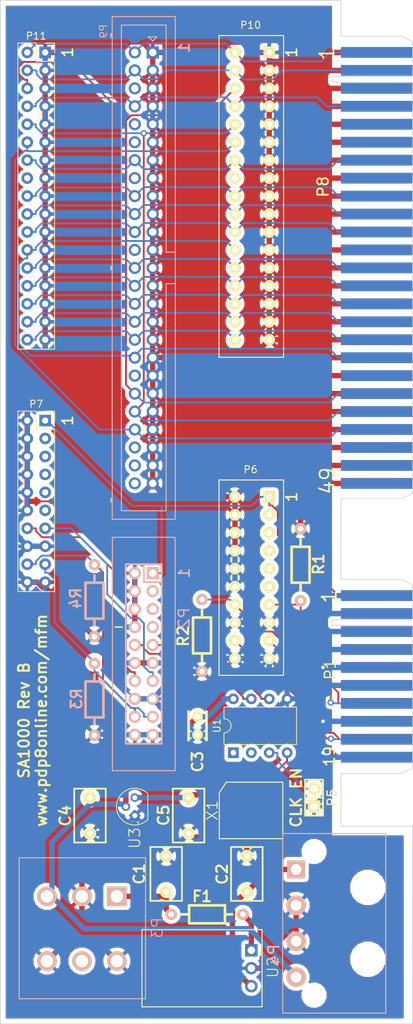
<source format=kicad_pcb>
(kicad_pcb (version 4) (host pcbnew "(after 2015-mar-04 BZR unknown)-product")

  (general
    (links 222)
    (no_connects 6)
    (area 72.339999 23.063999 131.495477 167.944001)
    (thickness 1.6)
    (drawings 36)
    (tracks 628)
    (zones 0)
    (modules 25)
    (nets 36)
  )

  (page A4)
  (layers
    (0 F.Cu signal)
    (31 B.Cu signal)
    (32 B.Adhes user)
    (33 F.Adhes user)
    (34 B.Paste user)
    (35 F.Paste user)
    (36 B.SilkS user)
    (37 F.SilkS user)
    (38 B.Mask user)
    (39 F.Mask user)
    (40 Dwgs.User user)
    (41 Cmts.User user)
    (42 Eco1.User user)
    (43 Eco2.User user)
    (44 Edge.Cuts user)
    (45 Margin user)
    (46 B.CrtYd user)
    (47 F.CrtYd user)
    (48 B.Fab user)
    (49 F.Fab user)
  )

  (setup
    (last_trace_width 0.254)
    (user_trace_width 0.254)
    (user_trace_width 0.762)
    (trace_clearance 0.254)
    (zone_clearance 0.508)
    (zone_45_only no)
    (trace_min 0.254)
    (segment_width 0.2)
    (edge_width 0.1)
    (via_size 0.889)
    (via_drill 0.508)
    (via_min_size 0.889)
    (via_min_drill 0.508)
    (uvia_size 0.3)
    (uvia_drill 0.1)
    (uvias_allowed no)
    (uvia_min_size 0)
    (uvia_min_drill 0)
    (pcb_text_width 0.3)
    (pcb_text_size 1.5 1.5)
    (mod_edge_width 0.15)
    (mod_text_size 1 1)
    (mod_text_width 0.15)
    (pad_size 1.524 10.16)
    (pad_drill 0)
    (pad_to_mask_clearance 0)
    (aux_axis_origin 0 0)
    (visible_elements 7FFEFFFF)
    (pcbplotparams
      (layerselection 0x00030_00000000)
      (usegerberextensions true)
      (excludeedgelayer true)
      (linewidth 0.020000)
      (plotframeref false)
      (viasonmask false)
      (mode 1)
      (useauxorigin false)
      (hpglpennumber 1)
      (hpglpenspeed 20)
      (hpglpendiameter 15)
      (hpglpenoverlay 2)
      (psnegative false)
      (psa4output false)
      (plotreference true)
      (plotvalue false)
      (plotinvisibletext false)
      (padsonsilk false)
      (subtractmaskfromsilk false)
      (outputformat 1)
      (mirror false)
      (drillshape 0)
      (scaleselection 1)
      (outputdirectory gerber/))
  )

  (net 0 "")
  (net 1 "Net-(C2-Pad1)")
  (net 2 "Net-(P1-Pad1)")
  (net 3 "Net-(P1-Pad13)")
  (net 4 "Net-(P1-Pad14)")
  (net 5 "Net-(P1-Pad17)")
  (net 6 "Net-(P1-Pad18)")
  (net 7 "Net-(P5-Pad2)")
  (net 8 "Net-(P10-Pad2)")
  (net 9 "Net-(P10-Pad8)")
  (net 10 "Net-(P10-Pad14)")
  (net 11 "Net-(P10-Pad18)")
  (net 12 "Net-(P10-Pad20)")
  (net 13 "Net-(P10-Pad22)")
  (net 14 "Net-(P10-Pad26)")
  (net 15 "Net-(P10-Pad28)")
  (net 16 "Net-(P10-Pad30)")
  (net 17 "Net-(P10-Pad32)")
  (net 18 "Net-(P10-Pad34)")
  (net 19 "Net-(P10-Pad24)")
  (net 20 "Net-(P10-Pad6)")
  (net 21 "Net-(P10-Pad10)")
  (net 22 "Net-(P10-Pad12)")
  (net 23 "Net-(U1-Pad4)")
  (net 24 GND)
  (net 25 +5V)
  (net 26 /24V)
  (net 27 /3.3V)
  (net 28 "Net-(P2-Pad13)")
  (net 29 "Net-(P2-Pad14)")
  (net 30 "Net-(P2-Pad17)")
  (net 31 "Net-(P2-Pad18)")
  (net 32 "Net-(F1-Pad2)")
  (net 33 "Net-(P2-Pad9)")
  (net 34 "Net-(P2-Pad10)")
  (net 35 "Net-(P10-Pad4)")

  (net_class Default "This is the default net class."
    (clearance 0.254)
    (trace_width 0.254)
    (via_dia 0.889)
    (via_drill 0.508)
    (uvia_dia 0.3)
    (uvia_drill 0.1)
    (add_net "Net-(C2-Pad1)")
    (add_net "Net-(F1-Pad2)")
    (add_net "Net-(P1-Pad1)")
    (add_net "Net-(P1-Pad13)")
    (add_net "Net-(P1-Pad14)")
    (add_net "Net-(P1-Pad17)")
    (add_net "Net-(P1-Pad18)")
    (add_net "Net-(P10-Pad10)")
    (add_net "Net-(P10-Pad12)")
    (add_net "Net-(P10-Pad14)")
    (add_net "Net-(P10-Pad18)")
    (add_net "Net-(P10-Pad2)")
    (add_net "Net-(P10-Pad20)")
    (add_net "Net-(P10-Pad22)")
    (add_net "Net-(P10-Pad24)")
    (add_net "Net-(P10-Pad26)")
    (add_net "Net-(P10-Pad28)")
    (add_net "Net-(P10-Pad30)")
    (add_net "Net-(P10-Pad32)")
    (add_net "Net-(P10-Pad34)")
    (add_net "Net-(P10-Pad4)")
    (add_net "Net-(P10-Pad6)")
    (add_net "Net-(P10-Pad8)")
    (add_net "Net-(P2-Pad10)")
    (add_net "Net-(P2-Pad13)")
    (add_net "Net-(P2-Pad14)")
    (add_net "Net-(P2-Pad17)")
    (add_net "Net-(P2-Pad18)")
    (add_net "Net-(P2-Pad9)")
    (add_net "Net-(P5-Pad2)")
    (add_net "Net-(U1-Pad4)")
  )

  (net_class Power ""
    (clearance 0.254)
    (trace_width 0.762)
    (via_dia 0.889)
    (via_drill 0.508)
    (uvia_dia 0.3)
    (uvia_drill 0.1)
    (add_net +5V)
    (add_net /24V)
    (add_net /3.3V)
    (add_net GND)
  )

  (module 78SR-12 (layer F.Cu) (tedit 5AA5DB91) (tstamp 5AA58B3D)
    (at 107.95 157.48)
    (descr "Through hole straight pin header, 1x03, 2.54mm pitch, single row")
    (tags "Through hole pin header THT 1x03 2.54mm single row")
    (path /5AA4B082)
    (fp_text reference U2 (at 3.048 2.413 90) (layer F.SilkS)
      (effects (font (thickness 0.1524)))
    )
    (fp_text value 78SR-12 (at 0 7.41) (layer F.Fab)
      (effects (font (size 1 1) (thickness 0.15)))
    )
    (fp_line (start -15.494 8.001) (end -14.224 8.001) (layer F.SilkS) (width 0.1524))
    (fp_line (start -15.494 -2.921) (end -14.224 -2.921) (layer F.SilkS) (width 0.1524))
    (fp_line (start 1.524 -2.921) (end 1.524 8.001) (layer F.SilkS) (width 0.1524))
    (fp_line (start 1.524 8.001) (end -14.224 8.001) (layer F.SilkS) (width 0.1524))
    (fp_line (start -15.494 8.001) (end -15.494 -2.921) (layer F.SilkS) (width 0.1524))
    (fp_line (start -14.224 -2.921) (end 1.524 -2.921) (layer F.SilkS) (width 0.1524))
    (fp_line (start -1.8 -1.8) (end -1.8 6.85) (layer F.CrtYd) (width 0.05))
    (fp_line (start -1.8 6.85) (end 1.8 6.85) (layer F.CrtYd) (width 0.05))
    (fp_line (start 1.8 6.85) (end 1.8 -1.8) (layer F.CrtYd) (width 0.05))
    (fp_line (start 1.8 -1.8) (end -1.8 -1.8) (layer F.CrtYd) (width 0.05))
    (fp_text user %R (at 0 2.54 90) (layer F.Fab)
      (effects (font (size 1 1) (thickness 0.15)))
    )
    (pad 1 thru_hole rect (at 0 0) (size 1.778 1.778) (drill 1.0668) (layers *.Cu *.Mask)
      (net 32 "Net-(F1-Pad2)"))
    (pad 2 thru_hole oval (at 0 2.54) (size 1.778 1.778) (drill 1.0668) (layers *.Cu *.Mask)
      (net 24 GND))
    (pad 3 thru_hole oval (at 0 5.08) (size 1.778 1.778) (drill 1.0668) (layers *.Cu *.Mask)
      (net 1 "Net-(C2-Pad1)"))
    (model ${KISYS3DMOD}/Pin_Headers.3dshapes/Pin_Header_Straight_1x03_Pitch2.54mm.wrl
      (at (xyz 0 0 0))
      (scale (xyz 1 1 1))
      (rotate (xyz 0 0 0))
    )
  )

  (module Pin_Header_Straight_1x02 (layer F.Cu) (tedit 5AA5DB44) (tstamp 5AA49530)
    (at 116.84 135.89 90)
    (descr "1 pin")
    (tags "CONN DEV")
    (path /5AA40CE7)
    (fp_text reference P5 (at 0 2.54 90) (layer F.SilkS)
      (effects (font (size 1.27 1.27) (thickness 0.2032)))
    )
    (fp_text value CONN_01X02 (at 0 0 90) (layer F.SilkS) hide
      (effects (font (size 1.27 1.27) (thickness 0.2032)))
    )
    (fp_line (start 0 -1.27) (end 0 1.27) (layer F.SilkS) (width 0.254))
    (fp_line (start -2.54 -1.27) (end -2.54 1.27) (layer F.SilkS) (width 0.254))
    (fp_line (start -2.54 1.27) (end 0 1.27) (layer F.SilkS) (width 0.254))
    (fp_line (start 0 1.27) (end 2.54 1.27) (layer F.SilkS) (width 0.254))
    (fp_line (start 2.54 1.27) (end 2.54 -1.27) (layer F.SilkS) (width 0.254))
    (fp_line (start 2.54 -1.27) (end -2.54 -1.27) (layer F.SilkS) (width 0.254))
    (pad 1 thru_hole rect (at -1.27 0 90) (size 1.778 1.778) (drill 1.0668) (layers *.Cu *.Mask F.SilkS)
      (net 24 GND))
    (pad 2 thru_hole oval (at 1.27 0 90) (size 1.778 1.778) (drill 1.0668) (layers *.Cu *.Mask F.SilkS)
      (net 7 "Net-(P5-Pad2)"))
    (model Pin_Headers/Pin_Header_Straight_1x02.wrl
      (at (xyz 0 0 0))
      (scale (xyz 1 1 1))
      (rotate (xyz 0 0 0))
    )
  )

  (module esock34 locked (layer F.Cu) (tedit 5AA5DA5E) (tstamp 5AA49640)
    (at 110.49 30.48)
    (path /5AA490D6/5AA49399)
    (fp_text reference P10 (at -2.6416 -3.8608) (layer F.SilkS)
      (effects (font (size 1.016 1.016) (thickness 0.1524)))
    )
    (fp_text value CON34 (at -2.6416 17.3228 180) (layer F.Fab)
      (effects (font (size 1.016 1.016) (thickness 0.1524)))
    )
    (fp_line (start 1.4224 -2.3876) (end 2.032 -2.3876) (layer F.SilkS) (width 0.1524))
    (fp_line (start 2.032 -2.3876) (end 2.032 -2.2352) (layer F.SilkS) (width 0.1524))
    (fp_line (start -5.9436 -2.3876) (end -7.0612 -2.3876) (layer F.SilkS) (width 0.1524))
    (fp_line (start -7.112 43.1292) (end -6.0452 43.1292) (layer F.SilkS) (width 0.1524))
    (fp_line (start 1.7272 43.1292) (end 2.032 43.1292) (layer F.SilkS) (width 0.1524))
    (fp_line (start 2.032 43.1292) (end 2.032 43.0784) (layer F.SilkS) (width 0.1524))
    (fp_line (start 2.032 -2.2352) (end 2.032 43.1292) (layer F.SilkS) (width 0.1524))
    (fp_line (start -7.112 43.1292) (end -7.112 -2.4384) (layer F.SilkS) (width 0.1524))
    (fp_line (start 1.7272 43.1292) (end -6.0452 43.1292) (layer F.SilkS) (width 0.1524))
    (fp_line (start 1.4732 -2.3876) (end -5.9436 -2.3876) (layer F.SilkS) (width 0.1524))
    (fp_line (start -5.9436 -2.3876) (end -5.8928 -2.3876) (layer F.SilkS) (width 0.1524))
    (pad 1 thru_hole rect (at 0 0) (size 1.651 1.651) (drill 0.889) (layers *.Cu *.Mask F.SilkS)
      (net 24 GND))
    (pad 2 thru_hole circle (at -4.8514 0) (size 1.651 1.651) (drill 0.889) (layers *.Cu *.Mask F.SilkS)
      (net 8 "Net-(P10-Pad2)"))
    (pad 3 thru_hole circle (at 0 2.54) (size 1.651 1.651) (drill 0.889) (layers *.Cu *.Mask F.SilkS)
      (net 24 GND))
    (pad 4 thru_hole circle (at -4.8514 2.54) (size 1.651 1.651) (drill 0.889) (layers *.Cu *.Mask F.SilkS)
      (net 35 "Net-(P10-Pad4)"))
    (pad 5 thru_hole circle (at 0 5.08) (size 1.651 1.651) (drill 0.889) (layers *.Cu *.Mask F.SilkS)
      (net 24 GND))
    (pad 6 thru_hole circle (at -4.8514 5.08) (size 1.651 1.651) (drill 0.889) (layers *.Cu *.Mask F.SilkS)
      (net 20 "Net-(P10-Pad6)"))
    (pad 7 thru_hole circle (at 0 7.62) (size 1.651 1.651) (drill 0.889) (layers *.Cu *.Mask F.SilkS)
      (net 24 GND))
    (pad 8 thru_hole circle (at -4.8514 7.62) (size 1.651 1.651) (drill 0.889) (layers *.Cu *.Mask F.SilkS)
      (net 9 "Net-(P10-Pad8)"))
    (pad 9 thru_hole circle (at 0 10.16) (size 1.651 1.651) (drill 0.889) (layers *.Cu *.Mask F.SilkS)
      (net 24 GND))
    (pad 10 thru_hole circle (at -4.8514 10.16) (size 1.651 1.651) (drill 0.889) (layers *.Cu *.Mask F.SilkS)
      (net 21 "Net-(P10-Pad10)"))
    (pad 11 thru_hole circle (at 0 12.7) (size 1.651 1.651) (drill 0.889) (layers *.Cu *.Mask F.SilkS)
      (net 24 GND))
    (pad 12 thru_hole circle (at -4.8514 12.7) (size 1.651 1.651) (drill 0.889) (layers *.Cu *.Mask F.SilkS)
      (net 22 "Net-(P10-Pad12)"))
    (pad 13 thru_hole circle (at 0 15.24) (size 1.651 1.651) (drill 0.889) (layers *.Cu *.Mask F.SilkS)
      (net 24 GND))
    (pad 14 thru_hole circle (at -4.8514 15.24) (size 1.651 1.651) (drill 0.889) (layers *.Cu *.Mask F.SilkS)
      (net 10 "Net-(P10-Pad14)"))
    (pad 15 thru_hole circle (at 0 17.78) (size 1.651 1.651) (drill 0.889) (layers *.Cu *.Mask F.SilkS)
      (net 24 GND))
    (pad 16 thru_hole circle (at -4.8514 17.78) (size 1.651 1.651) (drill 0.889) (layers *.Cu *.Mask F.SilkS))
    (pad 17 thru_hole circle (at 0 20.32) (size 1.651 1.651) (drill 0.889) (layers *.Cu *.Mask F.SilkS)
      (net 24 GND))
    (pad 18 thru_hole circle (at -4.8514 20.32) (size 1.651 1.651) (drill 0.889) (layers *.Cu *.Mask F.SilkS)
      (net 11 "Net-(P10-Pad18)"))
    (pad 19 thru_hole circle (at 0 22.86) (size 1.651 1.651) (drill 0.889) (layers *.Cu *.Mask F.SilkS)
      (net 24 GND))
    (pad 20 thru_hole circle (at -4.8514 22.86) (size 1.651 1.651) (drill 0.889) (layers *.Cu *.Mask F.SilkS)
      (net 12 "Net-(P10-Pad20)"))
    (pad 21 thru_hole circle (at 0 25.4) (size 1.651 1.651) (drill 0.889) (layers *.Cu *.Mask F.SilkS)
      (net 24 GND))
    (pad 22 thru_hole circle (at -4.8514 25.4) (size 1.651 1.651) (drill 0.889) (layers *.Cu *.Mask F.SilkS)
      (net 13 "Net-(P10-Pad22)"))
    (pad 23 thru_hole circle (at 0 27.94) (size 1.651 1.651) (drill 0.889) (layers *.Cu *.Mask F.SilkS)
      (net 24 GND))
    (pad 24 thru_hole circle (at -4.8514 27.94) (size 1.651 1.651) (drill 0.889) (layers *.Cu *.Mask F.SilkS)
      (net 19 "Net-(P10-Pad24)"))
    (pad 25 thru_hole circle (at 0 30.48) (size 1.651 1.651) (drill 0.889) (layers *.Cu *.Mask F.SilkS)
      (net 24 GND))
    (pad 26 thru_hole circle (at -4.8514 30.48) (size 1.651 1.651) (drill 0.889) (layers *.Cu *.Mask F.SilkS)
      (net 14 "Net-(P10-Pad26)"))
    (pad 27 thru_hole circle (at 0 33.02) (size 1.651 1.651) (drill 0.889) (layers *.Cu *.Mask F.SilkS)
      (net 24 GND))
    (pad 28 thru_hole circle (at -4.8514 33.02) (size 1.651 1.651) (drill 0.889) (layers *.Cu *.Mask F.SilkS)
      (net 15 "Net-(P10-Pad28)"))
    (pad 29 thru_hole circle (at 0 35.56) (size 1.651 1.651) (drill 0.889) (layers *.Cu *.Mask F.SilkS)
      (net 24 GND))
    (pad 30 thru_hole circle (at -4.8514 35.56) (size 1.651 1.651) (drill 0.889) (layers *.Cu *.Mask F.SilkS)
      (net 16 "Net-(P10-Pad30)"))
    (pad 31 thru_hole circle (at 0 38.1) (size 1.651 1.651) (drill 0.889) (layers *.Cu *.Mask F.SilkS)
      (net 24 GND))
    (pad 32 thru_hole circle (at -4.8514 38.1) (size 1.651 1.651) (drill 0.889) (layers *.Cu *.Mask F.SilkS)
      (net 17 "Net-(P10-Pad32)"))
    (pad 33 thru_hole circle (at 0 40.64) (size 1.651 1.651) (drill 0.889) (layers *.Cu *.Mask F.SilkS)
      (net 24 GND))
    (pad 34 thru_hole circle (at -4.8514 40.64) (size 1.651 1.651) (drill 0.889) (layers *.Cu *.Mask F.SilkS)
      (net 18 "Net-(P10-Pad34)"))
  )

  (module esock20 locked (layer F.Cu) (tedit 5AA5DA20) (tstamp 5AA49553)
    (at 110.49 93.345)
    (path /5AA427C3)
    (fp_text reference P6 (at -2.6416 -3.8608) (layer F.SilkS)
      (effects (font (size 1.016 1.016) (thickness 0.1524)))
    )
    (fp_text value CON20 (at -2.6416 17.3228 90) (layer F.Fab)
      (effects (font (size 1.016 1.016) (thickness 0.1524)))
    )
    (fp_line (start 1.4224 -2.3876) (end 2.032 -2.3876) (layer F.SilkS) (width 0.1524))
    (fp_line (start 2.032 -2.3876) (end 2.032 -2.2352) (layer F.SilkS) (width 0.1524))
    (fp_line (start -5.9436 -2.3876) (end -7.0612 -2.3876) (layer F.SilkS) (width 0.1524))
    (fp_line (start -7.1628 25.2476) (end -6.096 25.2476) (layer F.SilkS) (width 0.1524))
    (fp_line (start 1.6764 25.2476) (end 1.9812 25.2476) (layer F.SilkS) (width 0.1524))
    (fp_line (start 1.9812 25.2476) (end 1.9812 25.1968) (layer F.SilkS) (width 0.1524))
    (fp_line (start 2.032 -2.2352) (end 2.032 25.2476) (layer F.SilkS) (width 0.1524))
    (fp_line (start -7.112 25.2476) (end -7.112 -2.4384) (layer F.SilkS) (width 0.1524))
    (fp_line (start 1.6764 25.2476) (end -6.096 25.2476) (layer F.SilkS) (width 0.1524))
    (fp_line (start 1.4732 -2.3876) (end -5.9436 -2.3876) (layer F.SilkS) (width 0.1524))
    (fp_line (start -5.9436 -2.3876) (end -5.8928 -2.3876) (layer F.SilkS) (width 0.1524))
    (pad 1 thru_hole rect (at 0 0) (size 1.651 1.651) (drill 0.889) (layers *.Cu *.Mask F.SilkS)
      (net 2 "Net-(P1-Pad1)"))
    (pad 2 thru_hole circle (at -4.8514 0) (size 1.651 1.651) (drill 0.889) (layers *.Cu *.Mask F.SilkS)
      (net 24 GND))
    (pad 3 thru_hole circle (at 0 2.54) (size 1.651 1.651) (drill 0.889) (layers *.Cu *.Mask F.SilkS))
    (pad 4 thru_hole circle (at -4.8514 2.54) (size 1.651 1.651) (drill 0.889) (layers *.Cu *.Mask F.SilkS)
      (net 24 GND))
    (pad 5 thru_hole circle (at 0 5.08) (size 1.651 1.651) (drill 0.889) (layers *.Cu *.Mask F.SilkS))
    (pad 6 thru_hole circle (at -4.8514 5.08) (size 1.651 1.651) (drill 0.889) (layers *.Cu *.Mask F.SilkS)
      (net 24 GND))
    (pad 7 thru_hole circle (at 0 7.62) (size 1.651 1.651) (drill 0.889) (layers *.Cu *.Mask F.SilkS))
    (pad 8 thru_hole circle (at -4.8514 7.62) (size 1.651 1.651) (drill 0.889) (layers *.Cu *.Mask F.SilkS)
      (net 24 GND))
    (pad 9 thru_hole circle (at 0 10.16) (size 1.651 1.651) (drill 0.889) (layers *.Cu *.Mask F.SilkS))
    (pad 10 thru_hole circle (at -4.8514 10.16) (size 1.651 1.651) (drill 0.889) (layers *.Cu *.Mask F.SilkS)
      (net 24 GND))
    (pad 11 thru_hole circle (at 0 12.7) (size 1.651 1.651) (drill 0.889) (layers *.Cu *.Mask F.SilkS))
    (pad 12 thru_hole circle (at -4.8514 12.7) (size 1.651 1.651) (drill 0.889) (layers *.Cu *.Mask F.SilkS)
      (net 24 GND))
    (pad 13 thru_hole circle (at 0 15.24) (size 1.651 1.651) (drill 0.889) (layers *.Cu *.Mask F.SilkS)
      (net 3 "Net-(P1-Pad13)"))
    (pad 14 thru_hole circle (at -4.8514 15.24) (size 1.651 1.651) (drill 0.889) (layers *.Cu *.Mask F.SilkS)
      (net 4 "Net-(P1-Pad14)"))
    (pad 15 thru_hole circle (at 0 17.78) (size 1.651 1.651) (drill 0.889) (layers *.Cu *.Mask F.SilkS)
      (net 24 GND))
    (pad 16 thru_hole circle (at -4.8514 17.78) (size 1.651 1.651) (drill 0.889) (layers *.Cu *.Mask F.SilkS)
      (net 24 GND))
    (pad 17 thru_hole circle (at 0 20.32) (size 1.651 1.651) (drill 0.889) (layers *.Cu *.Mask F.SilkS)
      (net 5 "Net-(P1-Pad17)"))
    (pad 18 thru_hole circle (at -4.8514 20.32) (size 1.651 1.651) (drill 0.889) (layers *.Cu *.Mask F.SilkS)
      (net 6 "Net-(P1-Pad18)"))
    (pad 19 thru_hole circle (at 0 22.86) (size 1.651 1.651) (drill 0.889) (layers *.Cu *.Mask F.SilkS)
      (net 24 GND))
    (pad 20 thru_hole circle (at -4.8514 22.86) (size 1.651 1.651) (drill 0.889) (layers *.Cu *.Mask F.SilkS)
      (net 24 GND))
  )

  (module TO-92_Molded_Narrow (layer F.Cu) (tedit 5AA5C35D) (tstamp 5AA586EF)
    (at 91.44 138.43 90)
    (descr "TO-92 leads molded, narrow, drill 0.6mm (see NXP sot054_po.pdf)")
    (tags "to-92 sc-43 sc-43a sot54 PA33 transistor")
    (path /5AA5725D)
    (fp_text reference U3 (at -3.175 0 90) (layer F.SilkS)
      (effects (font (thickness 0.1524)))
    )
    (fp_text value MCP1702-3302E/TO (at 1.27 2.79 90) (layer F.Fab)
      (effects (font (size 1 1) (thickness 0.15)))
    )
    (fp_text user %R (at 1.27 -3.56 90) (layer F.Fab)
      (effects (font (size 1 1) (thickness 0.15)))
    )
    (fp_line (start -0.53 1.85) (end 3.07 1.85) (layer F.SilkS) (width 0.12))
    (fp_line (start -0.5 1.75) (end 3 1.75) (layer F.Fab) (width 0.1))
    (fp_line (start -1.46 -2.73) (end 4 -2.73) (layer F.CrtYd) (width 0.05))
    (fp_line (start -1.46 -2.73) (end -1.46 2.01) (layer F.CrtYd) (width 0.05))
    (fp_line (start 4 2.01) (end 4 -2.73) (layer F.CrtYd) (width 0.05))
    (fp_line (start 4 2.01) (end -1.46 2.01) (layer F.CrtYd) (width 0.05))
    (fp_arc (start 1.27 0) (end 1.27 -2.48) (angle 135) (layer F.Fab) (width 0.1))
    (fp_arc (start 1.27 0) (end 1.27 -2.6) (angle -135) (layer F.SilkS) (width 0.12))
    (fp_arc (start 1.27 0) (end 1.27 -2.48) (angle -135) (layer F.Fab) (width 0.1))
    (fp_arc (start 1.27 0) (end 1.27 -2.6) (angle 135) (layer F.SilkS) (width 0.12))
    (pad 2 thru_hole circle (at 1.27 -1.27 180) (size 1.2192 1.2192) (drill 0.7112) (layers *.Cu *.Mask)
      (net 25 +5V))
    (pad 3 thru_hole circle (at 2.54 0 180) (size 1.2192 1.2192) (drill 0.7112) (layers *.Cu *.Mask)
      (net 27 /3.3V))
    (pad 1 thru_hole rect (at 0 0 135) (size 1.2192 1.2192) (drill 0.7112) (layers *.Cu *.Mask)
      (net 24 GND))
    (model ${KISYS3DMOD}/TO_SOT_Packages_THT.3dshapes/TO-92_Molded_Narrow.wrl
      (at (xyz 0.05 0 0))
      (scale (xyz 1 1 1))
      (rotate (xyz 0 0 -90))
    )
  )

  (module 380999 (layer B.Cu) (tedit 5AA5C076) (tstamp 5AA49514)
    (at 88.9 149.86 90)
    (path /5AA49EE2)
    (fp_text reference P3 (at -4.445 5.715 90) (layer B.SilkS)
      (effects (font (thickness 0.1524)) (justify mirror))
    )
    (fp_text value CONN_01X06 (at -4.445 -2.286 90) (layer B.Fab)
      (effects (font (size 1.016 1.016) (thickness 0.1524)) (justify mirror))
    )
    (fp_line (start 3.048 4.064) (end 5.4864 4.064) (layer B.SilkS) (width 0.1524))
    (fp_line (start 2.413 -13.843) (end 5.461 -13.843) (layer B.SilkS) (width 0.1524))
    (fp_line (start -11.938 -13.843) (end -14.478 -13.843) (layer B.SilkS) (width 0.1524))
    (fp_line (start -14.478 -13.843) (end -14.478 -12.7) (layer B.SilkS) (width 0.1524))
    (fp_line (start -11.938 4.064) (end -14.478 4.064) (layer B.SilkS) (width 0.1524))
    (fp_line (start -14.478 4.064) (end -14.478 3.175) (layer B.SilkS) (width 0.1524))
    (fp_line (start 5.461 4.064) (end 5.461 -13.843) (layer B.SilkS) (width 0.1524))
    (fp_line (start 3.048 4.064) (end -11.938 4.064) (layer B.SilkS) (width 0.1524))
    (fp_line (start -14.478 3.302) (end -14.478 -12.7) (layer B.SilkS) (width 0.1524))
    (fp_line (start -11.938 -13.843) (end 2.413 -13.843) (layer B.SilkS) (width 0.1524))
    (pad 1 thru_hole rect (at 0 0 90) (size 2.794 2.794) (drill 1.778) (layers *.Cu *.Mask B.SilkS)
      (net 26 /24V))
    (pad 2 thru_hole circle (at -9.144 0 90) (size 2.794 2.794) (drill 1.778) (layers *.Cu *.Mask B.SilkS)
      (net 24 GND))
    (pad 3 thru_hole circle (at 0 -4.953 90) (size 2.794 2.794) (drill 1.778) (layers *.Cu *.Mask B.SilkS)
      (net 24 GND))
    (pad 4 thru_hole circle (at -9.144 -4.953 90) (size 2.794 2.794) (drill 1.778) (layers *.Cu *.Mask B.SilkS))
    (pad 5 thru_hole circle (at 0 -9.906 90) (size 2.794 2.794) (drill 1.778) (layers *.Cu *.Mask B.SilkS)
      (net 25 +5V))
    (pad 6 thru_hole circle (at -9.144 -9.906 90) (size 2.794 2.794) (drill 1.778) (layers *.Cu *.Mask B.SilkS)
      (net 24 GND))
  )

  (module all_fp:ECON50 (layer F.Cu) (tedit 5AA57A50) (tstamp 5AA495BB)
    (at 119.38 49.4792 90)
    (path /5AA490D6/5AA493A0)
    (fp_text reference P8 (at 0 -1.27 90) (layer F.SilkS)
      (effects (font (thickness 0.254)))
    )
    (fp_text value CON50 (at 0 0 90) (layer F.SilkS) hide
      (effects (font (size 1 1) (thickness 0.15)))
    )
    (fp_line (start 15.1892 11.43) (end 15.1892 0) (layer Dwgs.User) (width 0.1524))
    (fp_line (start 20.5232 11.43) (end -43.307 11.43) (layer Dwgs.User) (width 0.1524))
    (fp_line (start -43.34764 11.41984) (end -44.10964 9.89584) (layer Dwgs.User) (width 0.1524))
    (fp_line (start -44.1198 9.906) (end -44.1198 1.27) (layer Dwgs.User) (width 0.1524))
    (fp_line (start 20.5232 11.43) (end 21.2852 9.906) (layer Dwgs.User) (width 0.1524))
    (fp_line (start 21.2852 9.906) (end 21.2852 1.27) (layer Dwgs.User) (width 0.1524))
    (fp_text user 49 (at -41.6052 -0.6604 90) (layer F.SilkS)
      (effects (font (size 2.032 2.032) (thickness 0.254)))
    )
    (fp_text user 1 (at 18.8468 -0.7112 90) (layer F.SilkS)
      (effects (font (size 2.032 2.032) (thickness 0.254)))
    )
    (pad 1 connect rect (at 18.9992 6.35 270) (size 1.524 10.16) (layers F.Cu F.Mask)
      (net 24 GND))
    (pad 2 connect rect (at 18.9992 6.35 270) (size 1.524 10.16) (layers B.Cu B.Mask)
      (net 8 "Net-(P10-Pad2)"))
    (pad 3 connect rect (at 16.4592 6.35 270) (size 1.524 10.16) (layers F.Cu F.Mask)
      (net 24 GND))
    (pad 4 connect rect (at 16.4592 6.35 270) (size 1.524 10.16) (layers B.Cu B.Mask)
      (net 35 "Net-(P10-Pad4)"))
    (pad 5 connect rect (at 13.9192 6.35 270) (size 1.524 10.16) (layers F.Cu F.Mask)
      (net 24 GND))
    (pad 6 connect rect (at 13.9192 6.35 270) (size 1.524 10.16) (layers B.Cu B.Mask))
    (pad 7 connect rect (at 11.3792 6.35 270) (size 1.524 10.16) (layers F.Cu F.Mask)
      (net 24 GND))
    (pad 8 connect rect (at 11.3792 6.35 270) (size 1.524 10.16) (layers B.Cu B.Mask)
      (net 9 "Net-(P10-Pad8)"))
    (pad 9 connect rect (at 8.8392 6.35 270) (size 1.524 10.16) (layers F.Cu F.Mask)
      (net 24 GND))
    (pad 10 connect rect (at 8.8392 6.35 270) (size 1.524 10.16) (layers B.Cu B.Mask))
    (pad 11 connect rect (at 6.2992 6.35 270) (size 1.524 10.16) (layers F.Cu F.Mask)
      (net 24 GND))
    (pad 12 connect rect (at 6.2992 6.35 270) (size 1.524 10.16) (layers B.Cu B.Mask))
    (pad 13 connect rect (at 3.7592 6.35 270) (size 1.524 10.16) (layers F.Cu F.Mask)
      (net 24 GND))
    (pad 14 connect rect (at 3.7592 6.35 270) (size 1.524 10.16) (layers B.Cu B.Mask)
      (net 10 "Net-(P10-Pad14)"))
    (pad 15 connect rect (at 1.2192 6.35 270) (size 1.524 10.16) (layers F.Cu F.Mask)
      (net 24 GND))
    (pad 16 connect rect (at 1.2192 6.35 270) (size 1.524 10.16) (layers B.Cu B.Mask))
    (pad 17 connect rect (at -1.3208 6.35 270) (size 1.524 10.16) (layers F.Cu F.Mask)
      (net 24 GND))
    (pad 18 connect rect (at -1.3208 6.35 270) (size 1.524 10.16) (layers B.Cu B.Mask)
      (net 11 "Net-(P10-Pad18)"))
    (pad 19 connect rect (at -3.8608 6.35 270) (size 1.524 10.16) (layers F.Cu F.Mask)
      (net 24 GND))
    (pad 20 connect rect (at -3.8608 6.35 270) (size 1.524 10.16) (layers B.Cu B.Mask)
      (net 12 "Net-(P10-Pad20)"))
    (pad 21 connect rect (at -6.4008 6.35 270) (size 1.524 10.16) (layers F.Cu F.Mask)
      (net 24 GND))
    (pad 22 connect rect (at -6.4008 6.35 270) (size 1.524 10.16) (layers B.Cu B.Mask)
      (net 13 "Net-(P10-Pad22)"))
    (pad 23 connect rect (at -8.9408 6.35 270) (size 1.524 10.16) (layers F.Cu F.Mask)
      (net 24 GND))
    (pad 24 connect rect (at -8.9408 6.35 270) (size 1.524 10.16) (layers B.Cu B.Mask))
    (pad 25 connect rect (at -11.4808 6.35 270) (size 1.524 10.16) (layers F.Cu F.Mask)
      (net 24 GND))
    (pad 26 connect rect (at -11.4808 6.35 270) (size 1.524 10.16) (layers B.Cu B.Mask)
      (net 14 "Net-(P10-Pad26)"))
    (pad 27 connect rect (at -14.0208 6.35 270) (size 1.524 10.16) (layers F.Cu F.Mask)
      (net 24 GND))
    (pad 28 connect rect (at -14.0208 6.35 270) (size 1.524 10.16) (layers B.Cu B.Mask)
      (net 15 "Net-(P10-Pad28)"))
    (pad 29 connect rect (at -16.5608 6.35 270) (size 1.524 10.16) (layers F.Cu F.Mask)
      (net 24 GND))
    (pad 30 connect rect (at -16.5608 6.35 270) (size 1.524 10.16) (layers B.Cu B.Mask)
      (net 16 "Net-(P10-Pad30)"))
    (pad 31 connect rect (at -19.1008 6.35 270) (size 1.524 10.16) (layers F.Cu F.Mask)
      (net 24 GND))
    (pad 32 connect rect (at -19.1008 6.35 270) (size 1.524 10.16) (layers B.Cu B.Mask)
      (net 17 "Net-(P10-Pad32)"))
    (pad 33 connect rect (at -21.6408 6.35 270) (size 1.524 10.16) (layers F.Cu F.Mask)
      (net 24 GND))
    (pad 34 connect rect (at -21.6408 6.35 270) (size 1.524 10.16) (layers B.Cu B.Mask)
      (net 18 "Net-(P10-Pad34)"))
    (pad 35 connect rect (at -24.1808 6.35 270) (size 1.524 10.16) (layers F.Cu F.Mask)
      (net 24 GND))
    (pad 37 connect rect (at -26.7208 6.35 270) (size 1.524 10.16) (layers F.Cu F.Mask)
      (net 24 GND))
    (pad 39 connect rect (at -29.2608 6.35 270) (size 1.524 10.16) (layers F.Cu F.Mask)
      (net 24 GND))
    (pad 41 connect rect (at -31.8008 6.35 270) (size 1.524 10.16) (layers F.Cu F.Mask)
      (net 24 GND))
    (pad 43 connect rect (at -34.3408 6.35 270) (size 1.524 10.16) (layers F.Cu F.Mask)
      (net 24 GND))
    (pad 45 connect rect (at -36.8808 6.35 270) (size 1.524 10.16) (layers F.Cu F.Mask)
      (net 24 GND))
    (pad 47 connect rect (at -39.4208 6.35 270) (size 1.524 10.16) (layers F.Cu F.Mask)
      (net 24 GND))
    (pad 49 connect rect (at -41.9608 6.35 270) (size 1.524 10.16) (layers F.Cu F.Mask)
      (net 24 GND))
    (pad 36 connect rect (at -24.1808 6.35 270) (size 1.524 10.16) (layers B.Cu B.Mask)
      (net 19 "Net-(P10-Pad24)"))
    (pad 38 connect rect (at -26.7208 6.35 270) (size 1.524 10.16) (layers B.Cu B.Mask))
    (pad 40 connect rect (at -29.2608 6.35 270) (size 1.524 10.16) (layers B.Cu B.Mask)
      (net 20 "Net-(P10-Pad6)"))
    (pad 42 connect rect (at -31.8008 6.35 270) (size 1.524 10.16) (layers B.Cu B.Mask)
      (net 21 "Net-(P10-Pad10)"))
    (pad 44 connect rect (at -34.3408 6.35 270) (size 1.524 10.16) (layers B.Cu B.Mask)
      (net 22 "Net-(P10-Pad12)"))
    (pad 46 connect rect (at -36.8808 6.35 270) (size 1.524 10.16) (layers B.Cu B.Mask))
    (pad 48 connect rect (at -39.4208 6.35 270) (size 1.524 10.16) (layers B.Cu B.Mask))
    (pad 50 connect rect (at -41.9608 6.35 270) (size 1.524 10.16) (layers B.Cu B.Mask))
  )

  (module all_fp:cnp_7x4.5mm (layer F.Cu) (tedit 5AA58D07) (tstamp 5AA494B2)
    (at 95.885 146.685 270)
    (descr "Capacitor non pol, 7x4,5mm")
    (path /5AA4B23D)
    (fp_text reference C1 (at 0 3.81 270) (layer F.SilkS)
      (effects (font (thickness 0.3048)))
    )
    (fp_text value 10uf (at 0 3.556 270) (layer F.SilkS) hide
      (effects (font (thickness 0.3048)))
    )
    (fp_line (start 3.81 2.2352) (end 3.81 -2.2352) (layer F.SilkS) (width 0.24892))
    (fp_line (start -3.81 2.2352) (end -3.81 -2.2352) (layer F.SilkS) (width 0.24892))
    (fp_line (start -3.81 -2.2352) (end 3.81 -2.2352) (layer F.SilkS) (width 0.254))
    (fp_line (start 3.81 2.2352) (end -3.81 2.2352) (layer F.SilkS) (width 0.254))
    (pad 1 thru_hole circle (at -2.54 0 270) (size 1.778 1.778) (drill 0.8128) (layers *.Cu *.Mask F.SilkS)
      (net 24 GND))
    (pad 2 thru_hole circle (at 2.54 0 270) (size 1.778 1.778) (drill 0.8128) (layers *.Cu *.Mask F.SilkS)
      (net 26 /24V))
    (model discret/capa_1_pas.wrl
      (at (xyz 0 0 0))
      (scale (xyz 2 2 2))
      (rotate (xyz 0 0 0))
    )
  )

  (module all_fp:cnp_7x4.5mm (layer F.Cu) (tedit 0) (tstamp 5AA494BC)
    (at 107.315 146.685 90)
    (descr "Capacitor non pol, 7x4,5mm")
    (path /5AA4B281)
    (fp_text reference C2 (at -0.0254 -3.5052 90) (layer F.SilkS)
      (effects (font (thickness 0.3048)))
    )
    (fp_text value 10uf (at 0 3.556 90) (layer F.SilkS) hide
      (effects (font (thickness 0.3048)))
    )
    (fp_line (start 3.81 2.2352) (end 3.81 -2.2352) (layer F.SilkS) (width 0.24892))
    (fp_line (start -3.81 2.2352) (end -3.81 -2.2352) (layer F.SilkS) (width 0.24892))
    (fp_line (start -3.81 -2.2352) (end 3.81 -2.2352) (layer F.SilkS) (width 0.254))
    (fp_line (start 3.81 2.2352) (end -3.81 2.2352) (layer F.SilkS) (width 0.254))
    (pad 1 thru_hole circle (at -2.54 0 90) (size 1.778 1.778) (drill 0.8128) (layers *.Cu *.Mask F.SilkS)
      (net 1 "Net-(C2-Pad1)"))
    (pad 2 thru_hole circle (at 2.54 0 90) (size 1.778 1.778) (drill 0.8128) (layers *.Cu *.Mask F.SilkS)
      (net 24 GND))
    (model discret/capa_1_pas.wrl
      (at (xyz 0 0 0))
      (scale (xyz 2 2 2))
      (rotate (xyz 0 0 0))
    )
  )

  (module all_fp:econ20 (layer F.Cu) (tedit 0) (tstamp 5AA494DC)
    (at 125.476 117.373 90)
    (path /5AA43639)
    (fp_text reference P1 (at -0.381 -6.35 90) (layer F.SilkS)
      (effects (font (thickness 0.2032)))
    )
    (fp_text value CON20_SA1000 (at -5.08 0 90) (layer F.SilkS) hide
      (effects (font (size 1 1) (thickness 0.15)))
    )
    (fp_line (start 6.2484 5.334) (end 6.2484 -6.096) (layer Dwgs.User) (width 0.1524))
    (fp_line (start -14.3256 5.334) (end 11.5824 5.334) (layer Dwgs.User) (width 0.1524))
    (fp_line (start -14.3256 5.334) (end -15.0876 3.81) (layer Dwgs.User) (width 0.1524))
    (fp_line (start -15.0876 3.81) (end -15.0876 -4.826) (layer Dwgs.User) (width 0.1524))
    (fp_line (start 11.5824 5.334) (end 12.3444 3.81) (layer Dwgs.User) (width 0.1524))
    (fp_line (start 12.3444 3.81) (end 12.3444 -4.826) (layer Dwgs.User) (width 0.1524))
    (fp_text user 19 (at -12.7 -6.477 90) (layer F.SilkS)
      (effects (font (thickness 0.254)))
    )
    (fp_text user 1 (at 9.906 -6.477 90) (layer F.SilkS)
      (effects (font (size 2.032 2.032) (thickness 0.254)))
    )
    (pad 1 connect rect (at 10.0584 0.254 270) (size 1.524 10.16) (layers F.Cu F.Mask)
      (net 2 "Net-(P1-Pad1)"))
    (pad 2 connect rect (at 10.0584 0.254 270) (size 1.524 10.16) (layers B.Cu B.Mask)
      (net 24 GND))
    (pad 3 connect rect (at 7.5184 0.254 270) (size 1.524 10.16) (layers F.Cu F.Mask))
    (pad 4 connect rect (at 7.5184 0.254 270) (size 1.524 10.16) (layers B.Cu B.Mask)
      (net 24 GND))
    (pad 5 connect rect (at 4.9784 0.254 270) (size 1.524 10.16) (layers F.Cu F.Mask))
    (pad 6 connect rect (at 4.9784 0.254 270) (size 1.524 10.16) (layers B.Cu B.Mask)
      (net 24 GND))
    (pad 7 connect rect (at 2.4384 0.254 270) (size 1.524 10.16) (layers F.Cu F.Mask))
    (pad 8 connect rect (at 2.4384 0.254 270) (size 1.524 10.16) (layers B.Cu B.Mask)
      (net 24 GND))
    (pad 9 connect rect (at -0.1016 0.254 270) (size 1.524 10.16) (layers F.Cu F.Mask)
      (net 24 GND))
    (pad 10 connect rect (at -0.1016 0.254 270) (size 1.524 10.16) (layers B.Cu B.Mask)
      (net 24 GND))
    (pad 11 connect rect (at -2.6416 0.254 270) (size 1.524 10.16) (layers F.Cu F.Mask))
    (pad 12 connect rect (at -2.6416 0.254 270) (size 1.524 10.16) (layers B.Cu B.Mask)
      (net 24 GND))
    (pad 13 connect rect (at -5.1816 0.254 270) (size 1.524 10.16) (layers F.Cu F.Mask)
      (net 3 "Net-(P1-Pad13)"))
    (pad 14 connect rect (at -5.1816 0.254 270) (size 1.524 10.16) (layers B.Cu B.Mask)
      (net 4 "Net-(P1-Pad14)"))
    (pad 15 connect rect (at -7.7216 0.254 270) (size 1.524 10.16) (layers F.Cu F.Mask)
      (net 24 GND))
    (pad 16 connect rect (at -7.7216 0.254 270) (size 1.524 10.16) (layers B.Cu B.Mask)
      (net 24 GND))
    (pad 17 connect rect (at -10.2616 0.254 270) (size 1.524 10.16) (layers F.Cu F.Mask)
      (net 5 "Net-(P1-Pad17)"))
    (pad 18 connect rect (at -10.2616 0.254 270) (size 1.524 10.16) (layers B.Cu B.Mask)
      (net 6 "Net-(P1-Pad18)"))
    (pad 19 connect rect (at -12.8016 0.254 270) (size 1.524 10.16) (layers F.Cu F.Mask)
      (net 24 GND))
    (pad 20 connect rect (at -12.8016 0.254 270) (size 1.524 10.16) (layers B.Cu B.Mask)
      (net 24 GND))
  )

  (module all_fp:DRVPWR (layer B.Cu) (tedit 0) (tstamp 5AA49524)
    (at 109.22 152.4 90)
    (path /5AA4A004)
    (fp_text reference P4 (at -5.715 1.905 90) (layer B.SilkS)
      (effects (font (thickness 0.254)) (justify mirror))
    )
    (fp_text value CONN_4 (at -1.27 10.16 90) (layer B.SilkS) hide
      (effects (font (size 1 1) (thickness 0.15)) (justify mirror))
    )
    (fp_line (start -13.97 17.78) (end 11.43 17.78) (layer B.SilkS) (width 0.15))
    (fp_line (start 11.43 17.78) (end 11.43 3.175) (layer B.SilkS) (width 0.15))
    (fp_line (start 11.43 3.175) (end -13.97 3.175) (layer B.SilkS) (width 0.15))
    (fp_line (start -13.97 3.175) (end -13.97 17.78) (layer B.SilkS) (width 0.15))
    (pad 1 thru_hole rect (at 6.35 5.08 90) (size 2.54 2.54) (drill 1.524) (layers *.Cu *.Mask B.SilkS)
      (net 1 "Net-(C2-Pad1)"))
    (pad 2 thru_hole circle (at 1.27 5.08 90) (size 2.794 2.794) (drill 1.524) (layers *.Cu *.Mask B.SilkS)
      (net 24 GND))
    (pad 3 thru_hole circle (at -3.81 5.08 90) (size 2.794 2.794) (drill 1.524) (layers *.Cu *.Mask B.SilkS)
      (net 24 GND))
    (pad 4 thru_hole circle (at -8.89 5.08 90) (size 2.794 2.794) (drill 1.524) (layers *.Cu *.Mask B.SilkS)
      (net 25 +5V))
    (pad "" np_thru_hole circle (at -6.35 15.24 90) (size 3.9878 3.9878) (drill 3.9878) (layers *.Cu *.Mask B.SilkS))
    (pad "" np_thru_hole circle (at 3.81 15.24 90) (size 3.9878 3.9878) (drill 3.9878) (layers *.Cu *.Mask B.SilkS))
    (pad "" np_thru_hole circle (at -11.43 7.62 90) (size 2.54 2.54) (drill 2.54) (layers *.Cu *.Mask B.SilkS))
    (pad "" np_thru_hole circle (at 8.89 7.62 90) (size 2.54 2.54) (drill 2.54) (layers *.Cu *.Mask B.SilkS))
    (model /home/djg/mfm/all_fp.pretty/DRVPWR.wrl
      (at (xyz -0.05 0.21 0.185))
      (scale (xyz 0.395 0.395 0.395))
      (rotate (xyz -90 0 180))
    )
  )

  (module all_fp:Capacitor4x3RM2-5_RevB (layer F.Cu) (tedit 0) (tstamp 5AA49572)
    (at 100.33 125.73 90)
    (descr "Capacitor 4mm x 2,5mm RM 2,5mm")
    (tags "Capacitor Kondensator")
    (path /5AA49AC4)
    (fp_text reference C3 (at -5.08 0 90) (layer F.SilkS)
      (effects (font (thickness 0.3048)))
    )
    (fp_text value .1uf (at -1.016 3.048 90) (layer F.SilkS) hide
      (effects (font (thickness 0.3048)))
    )
    (fp_line (start 2.032 -1.27) (end -2.032 -1.27) (layer F.SilkS) (width 0.381))
    (fp_line (start -2.032 1.27) (end 2.032 1.27) (layer F.SilkS) (width 0.381))
    (pad 1 thru_hole circle (at -1.27 0 90) (size 1.524 1.524) (drill 0.8128) (layers *.Cu *.Mask F.SilkS)
      (net 24 GND))
    (pad 2 thru_hole circle (at 1.27 0 90) (size 1.524 1.524) (drill 0.8128) (layers *.Cu *.Mask F.SilkS)
      (net 25 +5V))
    (model discret/capa_1_pas.wrl
      (at (xyz 0 0 0))
      (scale (xyz 1 1 1))
      (rotate (xyz 0 0 0))
    )
  )

  (module all_fp:Pin_Socket_Straight_2x10_Pitch2.54mm locked (layer F.Cu) (tedit 5AA5570E) (tstamp 5AA56323)
    (at 78.74 82.55)
    (descr "Through hole straight pin header, 2x10, 2.54mm pitch, double rows")
    (tags "Through hole pin header THT 2x10 2.54mm double row")
    (path /5AA3FB72)
    (fp_text reference P7 (at -1.27 -2.33) (layer F.SilkS)
      (effects (font (size 1 1) (thickness 0.15)))
    )
    (fp_text value CON20 (at -1.27 25.19) (layer F.Fab)
      (effects (font (size 1 1) (thickness 0.15)))
    )
    (fp_line (start 0 -1.27) (end -3.81 -1.27) (layer F.Fab) (width 0.1))
    (fp_line (start -3.81 -1.27) (end -3.81 24.13) (layer F.Fab) (width 0.1))
    (fp_line (start -3.81 24.13) (end 1.27 24.13) (layer F.Fab) (width 0.1))
    (fp_line (start 1.27 24.13) (end 1.27 0) (layer F.Fab) (width 0.1))
    (fp_line (start 1.27 0) (end 0 -1.27) (layer F.Fab) (width 0.1))
    (fp_line (start 1.33 24.19) (end -3.87 24.19) (layer F.SilkS) (width 0.12))
    (fp_line (start 1.33 1.27) (end 1.33 24.19) (layer F.SilkS) (width 0.12))
    (fp_line (start -3.87 -1.33) (end -3.87 24.19) (layer F.SilkS) (width 0.12))
    (fp_line (start 1.33 1.27) (end -1.27 1.27) (layer F.SilkS) (width 0.12))
    (fp_line (start -1.27 1.27) (end -1.27 -1.33) (layer F.SilkS) (width 0.12))
    (fp_line (start -1.27 -1.33) (end -3.87 -1.33) (layer F.SilkS) (width 0.12))
    (fp_line (start 1.33 0) (end 1.33 -1.33) (layer F.SilkS) (width 0.12))
    (fp_line (start 1.33 -1.33) (end 0 -1.33) (layer F.SilkS) (width 0.12))
    (fp_line (start 1.8 -1.8) (end 1.8 24.65) (layer F.CrtYd) (width 0.05))
    (fp_line (start 1.8 24.65) (end -4.35 24.65) (layer F.CrtYd) (width 0.05))
    (fp_line (start -4.35 24.65) (end -4.35 -1.8) (layer F.CrtYd) (width 0.05))
    (fp_line (start -4.35 -1.8) (end 1.8 -1.8) (layer F.CrtYd) (width 0.05))
    (fp_text user %R (at -1.27 11.43 270) (layer F.Fab)
      (effects (font (size 1 1) (thickness 0.15)))
    )
    (pad 1 thru_hole rect (at 0 0 180) (size 1.651 1.651) (drill 0.889) (layers *.Cu *.Mask)
      (net 2 "Net-(P1-Pad1)"))
    (pad 2 thru_hole oval (at -2.54 0 180) (size 1.651 1.651) (drill 0.889) (layers *.Cu *.Mask)
      (net 24 GND))
    (pad 3 thru_hole oval (at 0 2.54 180) (size 1.651 1.651) (drill 0.889) (layers *.Cu *.Mask))
    (pad 4 thru_hole oval (at -2.54 2.54 180) (size 1.651 1.651) (drill 0.889) (layers *.Cu *.Mask)
      (net 24 GND))
    (pad 5 thru_hole oval (at 0 5.08 180) (size 1.651 1.651) (drill 0.889) (layers *.Cu *.Mask))
    (pad 6 thru_hole oval (at -2.54 5.08 180) (size 1.651 1.651) (drill 0.889) (layers *.Cu *.Mask)
      (net 24 GND))
    (pad 7 thru_hole oval (at 0 7.62 180) (size 1.651 1.651) (drill 0.889) (layers *.Cu *.Mask))
    (pad 8 thru_hole oval (at -2.54 7.62 180) (size 1.651 1.651) (drill 0.889) (layers *.Cu *.Mask)
      (net 24 GND))
    (pad 9 thru_hole oval (at 0 10.16 180) (size 1.651 1.651) (drill 0.889) (layers *.Cu *.Mask))
    (pad 10 thru_hole oval (at -2.54 10.16 180) (size 1.651 1.651) (drill 0.889) (layers *.Cu *.Mask)
      (net 24 GND))
    (pad 11 thru_hole oval (at 0 12.7 180) (size 1.651 1.651) (drill 0.889) (layers *.Cu *.Mask))
    (pad 12 thru_hole oval (at -2.54 12.7 180) (size 1.651 1.651) (drill 0.889) (layers *.Cu *.Mask)
      (net 24 GND))
    (pad 13 thru_hole oval (at 0 15.24 180) (size 1.651 1.651) (drill 0.889) (layers *.Cu *.Mask)
      (net 28 "Net-(P2-Pad13)"))
    (pad 14 thru_hole oval (at -2.54 15.24 180) (size 1.651 1.651) (drill 0.889) (layers *.Cu *.Mask)
      (net 29 "Net-(P2-Pad14)"))
    (pad 15 thru_hole oval (at 0 17.78 180) (size 1.651 1.651) (drill 0.889) (layers *.Cu *.Mask)
      (net 24 GND))
    (pad 16 thru_hole oval (at -2.54 17.78 180) (size 1.651 1.651) (drill 0.889) (layers *.Cu *.Mask)
      (net 24 GND))
    (pad 17 thru_hole oval (at 0 20.32 180) (size 1.651 1.651) (drill 0.889) (layers *.Cu *.Mask)
      (net 30 "Net-(P2-Pad17)"))
    (pad 18 thru_hole oval (at -2.54 20.32 180) (size 1.651 1.651) (drill 0.889) (layers *.Cu *.Mask)
      (net 31 "Net-(P2-Pad18)"))
    (pad 19 thru_hole oval (at 0 22.86 180) (size 1.651 1.651) (drill 0.889) (layers *.Cu *.Mask)
      (net 24 GND))
    (pad 20 thru_hole oval (at -2.54 22.86 180) (size 1.651 1.651) (drill 0.889) (layers *.Cu *.Mask)
      (net 24 GND))
    (model ${KISYS3DMOD}/Pin_Headers.3dshapes/Pin_Header_Straight_2x10_Pitch2.54mm.wrl
      (at (xyz 0 0 0))
      (scale (xyz 1 1 1))
      (rotate (xyz 0 0 0))
    )
  )

  (module all_fp:Multicomp_MC9A12-5034_2x25x2.54mm_Straight (layer B.Cu) (tedit 5AA55A78) (tstamp 5AA5633A)
    (at 93.98 30.48 270)
    (descr http://www.farnell.com/datasheets/1520732.pdf)
    (tags "connector multicomp MC9A MC9A12")
    (path /5AA490D6/5AA4C6F8)
    (fp_text reference P9 (at -3 7 270) (layer B.SilkS)
      (effects (font (size 1 1) (thickness 0.15)) (justify mirror))
    )
    (fp_text value CON50 (at 30.48 -5 270) (layer B.Fab)
      (effects (font (size 1 1) (thickness 0.15)) (justify mirror))
    )
    (fp_line (start -5.07 -3.2) (end -5.07 5.74) (layer B.SilkS) (width 0.15))
    (fp_line (start -5.07 5.74) (end 66.03 5.74) (layer B.SilkS) (width 0.15))
    (fp_line (start 66.03 5.74) (end 66.03 -3.2) (layer B.SilkS) (width 0.15))
    (fp_line (start 66.03 -3.2) (end -5.07 -3.2) (layer B.SilkS) (width 0.15))
    (fp_line (start 28.255 -3.2) (end 28.255 -1.9) (layer B.SilkS) (width 0.15))
    (fp_line (start 28.255 -1.9) (end -3.87 -1.9) (layer B.SilkS) (width 0.15))
    (fp_line (start -3.87 -1.9) (end -3.87 4.44) (layer B.SilkS) (width 0.15))
    (fp_line (start -3.87 4.44) (end 64.83 4.44) (layer B.SilkS) (width 0.15))
    (fp_line (start 64.83 4.44) (end 64.83 -1.9) (layer B.SilkS) (width 0.15))
    (fp_line (start 64.83 -1.9) (end 32.705 -1.9) (layer B.SilkS) (width 0.15))
    (fp_line (start 32.705 -1.9) (end 32.705 -3.2) (layer B.SilkS) (width 0.15))
    (fp_line (start 30.23 5.74) (end 30.23 5.94) (layer B.SilkS) (width 0.15))
    (fp_line (start 30.23 5.94) (end 30.73 5.94) (layer B.SilkS) (width 0.15))
    (fp_line (start 30.73 5.94) (end 30.73 5.74) (layer B.SilkS) (width 0.15))
    (fp_line (start 30.23 5.84) (end 30.73 5.84) (layer B.SilkS) (width 0.15))
    (fp_line (start 63.11 5.74) (end 63.11 5.94) (layer B.SilkS) (width 0.15))
    (fp_line (start 63.11 5.94) (end 63.61 5.94) (layer B.SilkS) (width 0.15))
    (fp_line (start 63.61 5.94) (end 63.61 5.74) (layer B.SilkS) (width 0.15))
    (fp_line (start 63.11 5.84) (end 63.61 5.84) (layer B.SilkS) (width 0.15))
    (fp_line (start -2.65 5.74) (end -2.65 5.94) (layer B.SilkS) (width 0.15))
    (fp_line (start -2.65 5.94) (end -2.15 5.94) (layer B.SilkS) (width 0.15))
    (fp_line (start -2.15 5.94) (end -2.15 5.74) (layer B.SilkS) (width 0.15))
    (fp_line (start -2.65 5.84) (end -2.15 5.84) (layer B.SilkS) (width 0.15))
    (fp_line (start -2.2 -0.6) (end -2.2 0.6) (layer B.SilkS) (width 0.15))
    (fp_line (start -2.2 0.6) (end -1.6 0) (layer B.SilkS) (width 0.15))
    (fp_line (start -1.6 0) (end -2.2 -0.6) (layer B.SilkS) (width 0.15))
    (fp_line (start -5.55 -3.7) (end -5.55 6.25) (layer B.CrtYd) (width 0.05))
    (fp_line (start -5.55 6.25) (end 66.55 6.25) (layer B.CrtYd) (width 0.05))
    (fp_line (start 66.55 6.25) (end 66.55 -3.7) (layer B.CrtYd) (width 0.05))
    (fp_line (start 66.55 -3.7) (end -5.55 -3.7) (layer B.CrtYd) (width 0.05))
    (pad 1 thru_hole rect (at 0 0 270) (size 1.7272 1.7272) (drill 1.0668) (layers *.Cu *.Mask)
      (net 24 GND))
    (pad 2 thru_hole circle (at 0 2.54 270) (size 1.7272 1.7272) (drill 1.0668) (layers *.Cu *.Mask)
      (net 8 "Net-(P10-Pad2)"))
    (pad 3 thru_hole circle (at 2.54 0 270) (size 1.7272 1.7272) (drill 1.0668) (layers *.Cu *.Mask)
      (net 24 GND))
    (pad 4 thru_hole circle (at 2.54 2.54 270) (size 1.7272 1.7272) (drill 1.0668) (layers *.Cu *.Mask)
      (net 35 "Net-(P10-Pad4)"))
    (pad 5 thru_hole circle (at 5.08 0 270) (size 1.7272 1.7272) (drill 1.0668) (layers *.Cu *.Mask)
      (net 24 GND))
    (pad 6 thru_hole circle (at 5.08 2.54 270) (size 1.7272 1.7272) (drill 1.0668) (layers *.Cu *.Mask))
    (pad 7 thru_hole circle (at 7.62 0 270) (size 1.7272 1.7272) (drill 1.0668) (layers *.Cu *.Mask)
      (net 24 GND))
    (pad 8 thru_hole circle (at 7.62 2.54 270) (size 1.7272 1.7272) (drill 1.0668) (layers *.Cu *.Mask)
      (net 9 "Net-(P10-Pad8)"))
    (pad 9 thru_hole circle (at 10.16 0 270) (size 1.7272 1.7272) (drill 1.0668) (layers *.Cu *.Mask)
      (net 24 GND))
    (pad 10 thru_hole circle (at 10.16 2.54 270) (size 1.7272 1.7272) (drill 1.0668) (layers *.Cu *.Mask))
    (pad 11 thru_hole circle (at 12.7 0 270) (size 1.7272 1.7272) (drill 1.0668) (layers *.Cu *.Mask)
      (net 24 GND))
    (pad 12 thru_hole circle (at 12.7 2.54 270) (size 1.7272 1.7272) (drill 1.0668) (layers *.Cu *.Mask))
    (pad 13 thru_hole circle (at 15.24 0 270) (size 1.7272 1.7272) (drill 1.0668) (layers *.Cu *.Mask)
      (net 24 GND))
    (pad 14 thru_hole circle (at 15.24 2.54 270) (size 1.7272 1.7272) (drill 1.0668) (layers *.Cu *.Mask)
      (net 10 "Net-(P10-Pad14)"))
    (pad 15 thru_hole circle (at 17.78 0 270) (size 1.7272 1.7272) (drill 1.0668) (layers *.Cu *.Mask)
      (net 24 GND))
    (pad 16 thru_hole circle (at 17.78 2.54 270) (size 1.7272 1.7272) (drill 1.0668) (layers *.Cu *.Mask))
    (pad 17 thru_hole circle (at 20.32 0 270) (size 1.7272 1.7272) (drill 1.0668) (layers *.Cu *.Mask)
      (net 24 GND))
    (pad 18 thru_hole circle (at 20.32 2.54 270) (size 1.7272 1.7272) (drill 1.0668) (layers *.Cu *.Mask)
      (net 11 "Net-(P10-Pad18)"))
    (pad 19 thru_hole circle (at 22.86 0 270) (size 1.7272 1.7272) (drill 1.0668) (layers *.Cu *.Mask)
      (net 24 GND))
    (pad 20 thru_hole circle (at 22.86 2.54 270) (size 1.7272 1.7272) (drill 1.0668) (layers *.Cu *.Mask)
      (net 12 "Net-(P10-Pad20)"))
    (pad 21 thru_hole circle (at 25.4 0 270) (size 1.7272 1.7272) (drill 1.0668) (layers *.Cu *.Mask)
      (net 24 GND))
    (pad 22 thru_hole circle (at 25.4 2.54 270) (size 1.7272 1.7272) (drill 1.0668) (layers *.Cu *.Mask)
      (net 13 "Net-(P10-Pad22)"))
    (pad 23 thru_hole circle (at 27.94 0 270) (size 1.7272 1.7272) (drill 1.0668) (layers *.Cu *.Mask)
      (net 24 GND))
    (pad 24 thru_hole circle (at 27.94 2.54 270) (size 1.7272 1.7272) (drill 1.0668) (layers *.Cu *.Mask))
    (pad 25 thru_hole circle (at 30.48 0 270) (size 1.7272 1.7272) (drill 1.0668) (layers *.Cu *.Mask)
      (net 24 GND))
    (pad 26 thru_hole circle (at 30.48 2.54 270) (size 1.7272 1.7272) (drill 1.0668) (layers *.Cu *.Mask)
      (net 14 "Net-(P10-Pad26)"))
    (pad 27 thru_hole circle (at 33.02 0 270) (size 1.7272 1.7272) (drill 1.0668) (layers *.Cu *.Mask)
      (net 24 GND))
    (pad 28 thru_hole circle (at 33.02 2.54 270) (size 1.7272 1.7272) (drill 1.0668) (layers *.Cu *.Mask)
      (net 15 "Net-(P10-Pad28)"))
    (pad 29 thru_hole circle (at 35.56 0 270) (size 1.7272 1.7272) (drill 1.0668) (layers *.Cu *.Mask)
      (net 24 GND))
    (pad 30 thru_hole circle (at 35.56 2.54 270) (size 1.7272 1.7272) (drill 1.0668) (layers *.Cu *.Mask)
      (net 16 "Net-(P10-Pad30)"))
    (pad 31 thru_hole circle (at 38.1 0 270) (size 1.7272 1.7272) (drill 1.0668) (layers *.Cu *.Mask)
      (net 24 GND))
    (pad 32 thru_hole circle (at 38.1 2.54 270) (size 1.7272 1.7272) (drill 1.0668) (layers *.Cu *.Mask)
      (net 17 "Net-(P10-Pad32)"))
    (pad 33 thru_hole circle (at 40.64 0 270) (size 1.7272 1.7272) (drill 1.0668) (layers *.Cu *.Mask)
      (net 24 GND))
    (pad 34 thru_hole circle (at 40.64 2.54 270) (size 1.7272 1.7272) (drill 1.0668) (layers *.Cu *.Mask)
      (net 18 "Net-(P10-Pad34)"))
    (pad 35 thru_hole circle (at 43.18 0 270) (size 1.7272 1.7272) (drill 1.0668) (layers *.Cu *.Mask)
      (net 24 GND))
    (pad 36 thru_hole circle (at 43.18 2.54 270) (size 1.7272 1.7272) (drill 1.0668) (layers *.Cu *.Mask)
      (net 19 "Net-(P10-Pad24)"))
    (pad 37 thru_hole circle (at 45.72 0 270) (size 1.7272 1.7272) (drill 1.0668) (layers *.Cu *.Mask)
      (net 24 GND))
    (pad 38 thru_hole circle (at 45.72 2.54 270) (size 1.7272 1.7272) (drill 1.0668) (layers *.Cu *.Mask))
    (pad 39 thru_hole circle (at 48.26 0 270) (size 1.7272 1.7272) (drill 1.0668) (layers *.Cu *.Mask)
      (net 24 GND))
    (pad 40 thru_hole circle (at 48.26 2.54 270) (size 1.7272 1.7272) (drill 1.0668) (layers *.Cu *.Mask)
      (net 20 "Net-(P10-Pad6)"))
    (pad 41 thru_hole circle (at 50.8 0 270) (size 1.7272 1.7272) (drill 1.0668) (layers *.Cu *.Mask)
      (net 24 GND))
    (pad 42 thru_hole circle (at 50.8 2.54 270) (size 1.7272 1.7272) (drill 1.0668) (layers *.Cu *.Mask)
      (net 21 "Net-(P10-Pad10)"))
    (pad 43 thru_hole circle (at 53.34 0 270) (size 1.7272 1.7272) (drill 1.0668) (layers *.Cu *.Mask)
      (net 24 GND))
    (pad 44 thru_hole circle (at 53.34 2.54 270) (size 1.7272 1.7272) (drill 1.0668) (layers *.Cu *.Mask)
      (net 22 "Net-(P10-Pad12)"))
    (pad 45 thru_hole circle (at 55.88 0 270) (size 1.7272 1.7272) (drill 1.0668) (layers *.Cu *.Mask)
      (net 24 GND))
    (pad 46 thru_hole circle (at 55.88 2.54 270) (size 1.7272 1.7272) (drill 1.0668) (layers *.Cu *.Mask))
    (pad 47 thru_hole circle (at 58.42 0 270) (size 1.7272 1.7272) (drill 1.0668) (layers *.Cu *.Mask)
      (net 24 GND))
    (pad 48 thru_hole circle (at 58.42 2.54 270) (size 1.7272 1.7272) (drill 1.0668) (layers *.Cu *.Mask))
    (pad 49 thru_hole circle (at 60.96 0 270) (size 1.7272 1.7272) (drill 1.0668) (layers *.Cu *.Mask)
      (net 24 GND))
    (pad 50 thru_hole circle (at 60.96 2.54 270) (size 1.7272 1.7272) (drill 1.0668) (layers *.Cu *.Mask))
  )

  (module all_fp:Pin_Socket_Straight_2x17_Pitch2.54mm locked (layer F.Cu) (tedit 5AA556C8) (tstamp 5AA5636F)
    (at 78.74 30.48)
    (descr "Through hole straight pin header, 2x17, 2.54mm pitch, double rows")
    (tags "Through hole pin header THT 2x17 2.54mm double row")
    (path /5AA490D6/5AA4C6F2)
    (fp_text reference P11 (at -1.27 -2.33) (layer F.SilkS)
      (effects (font (size 1 1) (thickness 0.15)))
    )
    (fp_text value CON34 (at -1.27 42.97) (layer F.Fab)
      (effects (font (size 1 1) (thickness 0.15)))
    )
    (fp_line (start 0 -1.27) (end -3.81 -1.27) (layer F.Fab) (width 0.1))
    (fp_line (start -3.81 -1.27) (end -3.81 41.91) (layer F.Fab) (width 0.1))
    (fp_line (start -3.81 41.91) (end 1.27 41.91) (layer F.Fab) (width 0.1))
    (fp_line (start 1.27 41.91) (end 1.27 0) (layer F.Fab) (width 0.1))
    (fp_line (start 1.27 0) (end 0 -1.27) (layer F.Fab) (width 0.1))
    (fp_line (start 1.33 41.97) (end -3.87 41.97) (layer F.SilkS) (width 0.12))
    (fp_line (start 1.33 1.27) (end 1.33 41.97) (layer F.SilkS) (width 0.12))
    (fp_line (start -3.87 -1.33) (end -3.87 41.97) (layer F.SilkS) (width 0.12))
    (fp_line (start 1.33 1.27) (end -1.27 1.27) (layer F.SilkS) (width 0.12))
    (fp_line (start -1.27 1.27) (end -1.27 -1.33) (layer F.SilkS) (width 0.12))
    (fp_line (start -1.27 -1.33) (end -3.87 -1.33) (layer F.SilkS) (width 0.12))
    (fp_line (start 1.33 0) (end 1.33 -1.33) (layer F.SilkS) (width 0.12))
    (fp_line (start 1.33 -1.33) (end 0 -1.33) (layer F.SilkS) (width 0.12))
    (fp_line (start 1.8 -1.8) (end 1.8 42.45) (layer F.CrtYd) (width 0.05))
    (fp_line (start 1.8 42.45) (end -4.35 42.45) (layer F.CrtYd) (width 0.05))
    (fp_line (start -4.35 42.45) (end -4.35 -1.8) (layer F.CrtYd) (width 0.05))
    (fp_line (start -4.35 -1.8) (end 1.8 -1.8) (layer F.CrtYd) (width 0.05))
    (fp_text user %R (at -1.27 20.32 270) (layer F.Fab)
      (effects (font (size 1 1) (thickness 0.15)))
    )
    (pad 1 thru_hole rect (at 0 0 180) (size 1.651 1.651) (drill 0.889) (layers *.Cu *.Mask)
      (net 24 GND))
    (pad 2 thru_hole circle (at -2.54 0 180) (size 1.651 1.651) (drill 0.889) (layers *.Cu *.Mask)
      (net 8 "Net-(P10-Pad2)"))
    (pad 3 thru_hole oval (at 0 2.54 180) (size 1.651 1.651) (drill 0.889) (layers *.Cu *.Mask)
      (net 24 GND))
    (pad 4 thru_hole oval (at -2.54 2.54 180) (size 1.651 1.651) (drill 0.889) (layers *.Cu *.Mask)
      (net 35 "Net-(P10-Pad4)"))
    (pad 5 thru_hole oval (at 0 5.08 180) (size 1.651 1.651) (drill 0.889) (layers *.Cu *.Mask)
      (net 24 GND))
    (pad 6 thru_hole oval (at -2.54 5.08 180) (size 1.651 1.651) (drill 0.889) (layers *.Cu *.Mask)
      (net 20 "Net-(P10-Pad6)"))
    (pad 7 thru_hole oval (at 0 7.62 180) (size 1.651 1.651) (drill 0.889) (layers *.Cu *.Mask)
      (net 24 GND))
    (pad 8 thru_hole oval (at -2.54 7.62 180) (size 1.651 1.651) (drill 0.889) (layers *.Cu *.Mask)
      (net 9 "Net-(P10-Pad8)"))
    (pad 9 thru_hole oval (at 0 10.16 180) (size 1.651 1.651) (drill 0.889) (layers *.Cu *.Mask)
      (net 24 GND))
    (pad 10 thru_hole oval (at -2.54 10.16 180) (size 1.651 1.651) (drill 0.889) (layers *.Cu *.Mask)
      (net 21 "Net-(P10-Pad10)"))
    (pad 11 thru_hole oval (at 0 12.7 180) (size 1.651 1.651) (drill 0.889) (layers *.Cu *.Mask)
      (net 24 GND))
    (pad 12 thru_hole oval (at -2.54 12.7 180) (size 1.651 1.651) (drill 0.889) (layers *.Cu *.Mask)
      (net 22 "Net-(P10-Pad12)"))
    (pad 13 thru_hole oval (at 0 15.24 180) (size 1.651 1.651) (drill 0.889) (layers *.Cu *.Mask)
      (net 24 GND))
    (pad 14 thru_hole oval (at -2.54 15.24 180) (size 1.651 1.651) (drill 0.889) (layers *.Cu *.Mask)
      (net 10 "Net-(P10-Pad14)"))
    (pad 15 thru_hole oval (at 0 17.78 180) (size 1.651 1.651) (drill 0.889) (layers *.Cu *.Mask)
      (net 24 GND))
    (pad 16 thru_hole oval (at -2.54 17.78 180) (size 1.651 1.651) (drill 0.889) (layers *.Cu *.Mask))
    (pad 17 thru_hole oval (at 0 20.32 180) (size 1.651 1.651) (drill 0.889) (layers *.Cu *.Mask)
      (net 24 GND))
    (pad 18 thru_hole oval (at -2.54 20.32 180) (size 1.651 1.651) (drill 0.889) (layers *.Cu *.Mask)
      (net 11 "Net-(P10-Pad18)"))
    (pad 19 thru_hole oval (at 0 22.86 180) (size 1.651 1.651) (drill 0.889) (layers *.Cu *.Mask)
      (net 24 GND))
    (pad 20 thru_hole oval (at -2.54 22.86 180) (size 1.651 1.651) (drill 0.889) (layers *.Cu *.Mask)
      (net 12 "Net-(P10-Pad20)"))
    (pad 21 thru_hole oval (at 0 25.4 180) (size 1.651 1.651) (drill 0.889) (layers *.Cu *.Mask)
      (net 24 GND))
    (pad 22 thru_hole oval (at -2.54 25.4 180) (size 1.651 1.651) (drill 0.889) (layers *.Cu *.Mask)
      (net 13 "Net-(P10-Pad22)"))
    (pad 23 thru_hole oval (at 0 27.94 180) (size 1.651 1.651) (drill 0.889) (layers *.Cu *.Mask)
      (net 24 GND))
    (pad 24 thru_hole oval (at -2.54 27.94 180) (size 1.651 1.651) (drill 0.889) (layers *.Cu *.Mask)
      (net 19 "Net-(P10-Pad24)"))
    (pad 25 thru_hole oval (at 0 30.48 180) (size 1.651 1.651) (drill 0.889) (layers *.Cu *.Mask)
      (net 24 GND))
    (pad 26 thru_hole oval (at -2.54 30.48 180) (size 1.651 1.651) (drill 0.889) (layers *.Cu *.Mask)
      (net 14 "Net-(P10-Pad26)"))
    (pad 27 thru_hole oval (at 0 33.02 180) (size 1.651 1.651) (drill 0.889) (layers *.Cu *.Mask)
      (net 24 GND))
    (pad 28 thru_hole oval (at -2.54 33.02 180) (size 1.651 1.651) (drill 0.889) (layers *.Cu *.Mask)
      (net 15 "Net-(P10-Pad28)"))
    (pad 29 thru_hole oval (at 0 35.56 180) (size 1.651 1.651) (drill 0.889) (layers *.Cu *.Mask)
      (net 24 GND))
    (pad 30 thru_hole oval (at -2.54 35.56 180) (size 1.651 1.651) (drill 0.889) (layers *.Cu *.Mask)
      (net 16 "Net-(P10-Pad30)"))
    (pad 31 thru_hole oval (at 0 38.1 180) (size 1.651 1.651) (drill 0.889) (layers *.Cu *.Mask)
      (net 24 GND))
    (pad 32 thru_hole oval (at -2.54 38.1 180) (size 1.651 1.651) (drill 0.889) (layers *.Cu *.Mask)
      (net 17 "Net-(P10-Pad32)"))
    (pad 33 thru_hole oval (at 0 40.64 180) (size 1.651 1.651) (drill 0.889) (layers *.Cu *.Mask)
      (net 24 GND))
    (pad 34 thru_hole oval (at -2.54 40.64 180) (size 1.651 1.651) (drill 0.889) (layers *.Cu *.Mask)
      (net 18 "Net-(P10-Pad34)"))
    (model ${KISYS3DMOD}/Pin_Headers.3dshapes/Pin_Header_Straight_2x17_Pitch2.54mm.wrl
      (at (xyz 0 0 0))
      (scale (xyz 1 1 1))
      (rotate (xyz 0 0 0))
    )
  )

  (module all_fp:DIP-8_W7.62mm (layer F.Cu) (tedit 5AA55B1C) (tstamp 5AA56394)
    (at 105.41 129.54 90)
    (descr "8-lead though-hole mounted DIP package, row spacing 7.62 mm (300 mils)")
    (tags "THT DIP DIL PDIP 2.54mm 7.62mm 300mil")
    (path /5AA40414)
    (fp_text reference U1 (at 3.81 -2.33 90) (layer F.SilkS)
      (effects (font (size 1 1) (thickness 0.15)))
    )
    (fp_text value 75LBC176 (at 3.81 9.95 90) (layer F.Fab)
      (effects (font (size 1 1) (thickness 0.15)))
    )
    (fp_arc (start 3.81 -1.33) (end 2.81 -1.33) (angle -180) (layer F.SilkS) (width 0.12))
    (fp_line (start 1.635 -1.27) (end 6.985 -1.27) (layer F.Fab) (width 0.1))
    (fp_line (start 6.985 -1.27) (end 6.985 8.89) (layer F.Fab) (width 0.1))
    (fp_line (start 6.985 8.89) (end 0.635 8.89) (layer F.Fab) (width 0.1))
    (fp_line (start 0.635 8.89) (end 0.635 -0.27) (layer F.Fab) (width 0.1))
    (fp_line (start 0.635 -0.27) (end 1.635 -1.27) (layer F.Fab) (width 0.1))
    (fp_line (start 2.81 -1.33) (end 1.16 -1.33) (layer F.SilkS) (width 0.12))
    (fp_line (start 1.16 -1.33) (end 1.16 8.95) (layer F.SilkS) (width 0.12))
    (fp_line (start 1.16 8.95) (end 6.46 8.95) (layer F.SilkS) (width 0.12))
    (fp_line (start 6.46 8.95) (end 6.46 -1.33) (layer F.SilkS) (width 0.12))
    (fp_line (start 6.46 -1.33) (end 4.81 -1.33) (layer F.SilkS) (width 0.12))
    (fp_line (start -1.1 -1.55) (end -1.1 9.15) (layer F.CrtYd) (width 0.05))
    (fp_line (start -1.1 9.15) (end 8.7 9.15) (layer F.CrtYd) (width 0.05))
    (fp_line (start 8.7 9.15) (end 8.7 -1.55) (layer F.CrtYd) (width 0.05))
    (fp_line (start 8.7 -1.55) (end -1.1 -1.55) (layer F.CrtYd) (width 0.05))
    (fp_text user %R (at 3.81 3.81 90) (layer F.Fab)
      (effects (font (size 1 1) (thickness 0.15)))
    )
    (pad 1 thru_hole rect (at 0 0 90) (size 1.524 1.524) (drill 0.8128) (layers *.Cu *.Mask))
    (pad 5 thru_hole oval (at 7.62 7.62 90) (size 1.524 1.524) (drill 0.8128) (layers *.Cu *.Mask)
      (net 24 GND))
    (pad 2 thru_hole oval (at 0 2.54 90) (size 1.524 1.524) (drill 0.8128) (layers *.Cu *.Mask))
    (pad 6 thru_hole oval (at 7.62 5.08 90) (size 1.524 1.524) (drill 0.8128) (layers *.Cu *.Mask)
      (net 33 "Net-(P2-Pad9)"))
    (pad 3 thru_hole oval (at 0 5.08 90) (size 1.524 1.524) (drill 0.8128) (layers *.Cu *.Mask)
      (net 7 "Net-(P5-Pad2)"))
    (pad 7 thru_hole oval (at 7.62 2.54 90) (size 1.524 1.524) (drill 0.8128) (layers *.Cu *.Mask)
      (net 34 "Net-(P2-Pad10)"))
    (pad 4 thru_hole oval (at 0 7.62 90) (size 1.524 1.524) (drill 0.8128) (layers *.Cu *.Mask)
      (net 23 "Net-(U1-Pad4)"))
    (pad 8 thru_hole oval (at 7.62 0 90) (size 1.524 1.524) (drill 0.8128) (layers *.Cu *.Mask)
      (net 25 +5V))
    (model ${KISYS3DMOD}/Housings_DIP.3dshapes/DIP-8_W7.62mm.wrl
      (at (xyz 0 0 0))
      (scale (xyz 1 1 1))
      (rotate (xyz 0 0 0))
    )
  )

  (module all_fp:cnp_7x4.5mm (layer F.Cu) (tedit 0) (tstamp 5AA586AD)
    (at 85.09 138.43 90)
    (descr "Capacitor non pol, 7x4,5mm")
    (path /5AA57341)
    (fp_text reference C4 (at -0.0254 -3.5052 90) (layer F.SilkS)
      (effects (font (thickness 0.3048)))
    )
    (fp_text value 1uf (at 0 3.556 90) (layer F.SilkS) hide
      (effects (font (thickness 0.3048)))
    )
    (fp_line (start 3.81 2.2352) (end 3.81 -2.2352) (layer F.SilkS) (width 0.24892))
    (fp_line (start -3.81 2.2352) (end -3.81 -2.2352) (layer F.SilkS) (width 0.24892))
    (fp_line (start -3.81 -2.2352) (end 3.81 -2.2352) (layer F.SilkS) (width 0.254))
    (fp_line (start 3.81 2.2352) (end -3.81 2.2352) (layer F.SilkS) (width 0.254))
    (pad 1 thru_hole circle (at -2.54 0 90) (size 1.778 1.778) (drill 0.8128) (layers *.Cu *.Mask F.SilkS)
      (net 24 GND))
    (pad 2 thru_hole circle (at 2.54 0 90) (size 1.778 1.778) (drill 0.8128) (layers *.Cu *.Mask F.SilkS)
      (net 25 +5V))
    (model discret/capa_1_pas.wrl
      (at (xyz 0 0 0))
      (scale (xyz 2 2 2))
      (rotate (xyz 0 0 0))
    )
  )

  (module all_fp:cnp_7x4.5mm (layer F.Cu) (tedit 5AA575EA) (tstamp 5AA586BF)
    (at 99.06 138.43 270)
    (descr "Capacitor non pol, 7x4,5mm")
    (path /5AA5738B)
    (fp_text reference C5 (at -0.0381 3.5433 270) (layer F.SilkS)
      (effects (font (thickness 0.3048)))
    )
    (fp_text value 1uf (at 0 3.556 270) (layer F.SilkS) hide
      (effects (font (thickness 0.3048)))
    )
    (fp_line (start 3.81 2.2352) (end 3.81 -2.2352) (layer F.SilkS) (width 0.24892))
    (fp_line (start -3.81 2.2352) (end -3.81 -2.2352) (layer F.SilkS) (width 0.24892))
    (fp_line (start -3.81 -2.2352) (end 3.81 -2.2352) (layer F.SilkS) (width 0.254))
    (fp_line (start 3.81 2.2352) (end -3.81 2.2352) (layer F.SilkS) (width 0.254))
    (pad 1 thru_hole circle (at -2.54 0 270) (size 1.778 1.778) (drill 0.8128) (layers *.Cu *.Mask F.SilkS)
      (net 27 /3.3V))
    (pad 2 thru_hole circle (at 2.54 0 270) (size 1.778 1.778) (drill 0.8128) (layers *.Cu *.Mask F.SilkS)
      (net 24 GND))
    (model discret/capa_1_pas.wrl
      (at (xyz 0 0 0))
      (scale (xyz 2 2 2))
      (rotate (xyz 0 0 0))
    )
  )

  (module all_fp:Pin_Header_Straight_2x10 (layer B.Cu) (tedit 5AA56437) (tstamp 5AA586C0)
    (at 92.71 115.57 270)
    (descr "1 pin")
    (tags "CONN DEV")
    (path /5AA3FBD2)
    (fp_text reference P2 (at -5.08 -5.715 270) (layer B.SilkS)
      (effects (font (thickness 0.2032)) (justify mirror))
    )
    (fp_text value CON20_SA1000 (at 0 0 270) (layer B.SilkS) hide
      (effects (font (size 1.27 1.27) (thickness 0.2032)) (justify mirror))
    )
    (fp_line (start -16.51 4.445) (end -16.51 -4.445) (layer B.SilkS) (width 0.1524))
    (fp_line (start -16.51 -4.445) (end 16.51 -4.445) (layer B.SilkS) (width 0.1524))
    (fp_line (start 16.51 -4.445) (end 16.51 4.445) (layer B.SilkS) (width 0.1524))
    (fp_line (start 16.51 4.445) (end -16.51 4.445) (layer B.SilkS) (width 0.1524))
    (fp_line (start 12.7 2.54) (end -12.7 2.54) (layer B.SilkS) (width 0.254))
    (fp_line (start -10.16 -2.54) (end 12.7 -2.54) (layer B.SilkS) (width 0.254))
    (fp_line (start 12.7 2.54) (end 12.7 -2.54) (layer B.SilkS) (width 0.254))
    (fp_line (start -12.7 2.54) (end -12.7 0) (layer B.SilkS) (width 0.254))
    (fp_line (start -12.7 -2.54) (end -10.16 -2.54) (layer B.SilkS) (width 0.254))
    (fp_line (start -12.7 0) (end -10.16 0) (layer B.SilkS) (width 0.254))
    (fp_line (start -10.16 0) (end -10.16 -2.54) (layer B.SilkS) (width 0.254))
    (fp_line (start -12.7 -2.54) (end -12.7 0) (layer B.SilkS) (width 0.254))
    (pad 1 thru_hole rect (at -11.43 -1.27 270) (size 1.7272 1.7272) (drill 1.0668) (layers *.Cu *.Mask B.SilkS)
      (net 2 "Net-(P1-Pad1)"))
    (pad 2 thru_hole oval (at -11.43 1.27 270) (size 1.7272 1.7272) (drill 1.0668) (layers *.Cu *.Mask B.SilkS)
      (net 24 GND))
    (pad 3 thru_hole oval (at -8.89 -1.27 270) (size 1.7272 1.7272) (drill 1.0668) (layers *.Cu *.Mask B.SilkS))
    (pad 4 thru_hole oval (at -8.89 1.27 270) (size 1.7272 1.7272) (drill 1.0668) (layers *.Cu *.Mask B.SilkS)
      (net 24 GND))
    (pad 5 thru_hole oval (at -6.35 -1.27 270) (size 1.7272 1.7272) (drill 1.0668) (layers *.Cu *.Mask B.SilkS))
    (pad 6 thru_hole oval (at -6.35 1.27 270) (size 1.7272 1.7272) (drill 1.0668) (layers *.Cu *.Mask B.SilkS)
      (net 24 GND))
    (pad 7 thru_hole oval (at -3.81 -1.27 270) (size 1.7272 1.7272) (drill 1.0668) (layers *.Cu *.Mask B.SilkS))
    (pad 8 thru_hole oval (at -3.81 1.27 270) (size 1.7272 1.7272) (drill 1.0668) (layers *.Cu *.Mask B.SilkS)
      (net 24 GND))
    (pad 9 thru_hole oval (at -1.27 -1.27 270) (size 1.7272 1.7272) (drill 1.0668) (layers *.Cu *.Mask B.SilkS)
      (net 33 "Net-(P2-Pad9)"))
    (pad 10 thru_hole oval (at -1.27 1.27 270) (size 1.7272 1.7272) (drill 1.0668) (layers *.Cu *.Mask B.SilkS)
      (net 34 "Net-(P2-Pad10)"))
    (pad 11 thru_hole oval (at 1.27 -1.27 270) (size 1.7272 1.7272) (drill 1.0668) (layers *.Cu *.Mask B.SilkS)
      (net 24 GND))
    (pad 12 thru_hole oval (at 1.27 1.27 270) (size 1.7272 1.7272) (drill 1.0668) (layers *.Cu *.Mask B.SilkS)
      (net 24 GND))
    (pad 13 thru_hole oval (at 3.81 -1.27 270) (size 1.7272 1.7272) (drill 1.0668) (layers *.Cu *.Mask B.SilkS)
      (net 28 "Net-(P2-Pad13)"))
    (pad 14 thru_hole oval (at 3.81 1.27 270) (size 1.7272 1.7272) (drill 1.0668) (layers *.Cu *.Mask B.SilkS)
      (net 29 "Net-(P2-Pad14)"))
    (pad 15 thru_hole oval (at 6.35 -1.27 270) (size 1.7272 1.7272) (drill 1.0668) (layers *.Cu *.Mask B.SilkS)
      (net 24 GND))
    (pad 16 thru_hole oval (at 6.35 1.27 270) (size 1.7272 1.7272) (drill 1.0668) (layers *.Cu *.Mask B.SilkS)
      (net 24 GND))
    (pad 17 thru_hole oval (at 8.89 -1.27 270) (size 1.7272 1.7272) (drill 1.0668) (layers *.Cu *.Mask B.SilkS)
      (net 30 "Net-(P2-Pad17)"))
    (pad 18 thru_hole oval (at 8.89 1.27 270) (size 1.7272 1.7272) (drill 1.0668) (layers *.Cu *.Mask B.SilkS)
      (net 31 "Net-(P2-Pad18)"))
    (pad 19 thru_hole oval (at 11.43 -1.27 270) (size 1.7272 1.7272) (drill 1.0668) (layers *.Cu *.Mask B.SilkS)
      (net 24 GND))
    (pad 20 thru_hole oval (at 11.43 1.27 270) (size 1.7272 1.7272) (drill 1.0668) (layers *.Cu *.Mask B.SilkS)
      (net 24 GND))
    (model Pin_Headers/Pin_Header_Straight_2x10.wrl
      (at (xyz 0 0 0))
      (scale (xyz 1 1 1))
      (rotate (xyz 0 0 0))
    )
  )

  (module all_fp:5x7mm-4pin (layer F.Cu) (tedit 5AA57655) (tstamp 5AA586F0)
    (at 105.41 139.7 90)
    (path /5AA58353)
    (fp_text reference X1 (at 2 -3 90) (layer F.SilkS)
      (effects (font (thickness 0.1524)))
    )
    (fp_text value SI510 (at 2 8.5 90) (layer F.Fab)
      (effects (font (size 1.016 1.016) (thickness 0.1524)))
    )
    (fp_line (start -2 -2) (end 4.5 -2) (layer F.SilkS) (width 0.1524))
    (fp_line (start 4.5 -2) (end 6 -1) (layer F.SilkS) (width 0.1524))
    (fp_line (start 6 -1) (end 6 6.5) (layer F.SilkS) (width 0.1524))
    (fp_line (start 6 6.5) (end 6 7) (layer F.SilkS) (width 0.1524))
    (fp_line (start 6 7) (end -2 7) (layer F.SilkS) (width 0.1524))
    (fp_line (start -2 7) (end -2 -2) (layer F.SilkS) (width 0.1524))
    (pad 1 smd rect (at 0 0 90) (size 1.95 1.55) (layers F.Cu F.Paste F.Mask))
    (pad 4 smd rect (at 4.2 0 90) (size 1.95 1.55) (layers F.Cu F.Paste F.Mask)
      (net 27 /3.3V))
    (pad 2 smd rect (at 0 5.08 90) (size 1.95 1.55) (layers F.Cu F.Paste F.Mask)
      (net 24 GND))
    (pad 3 smd rect (at 4.2 5.08 90) (size 1.95 1.55) (layers F.Cu F.Paste F.Mask)
      (net 23 "Net-(U1-Pad4)"))
  )

  (module all_fp:Resistor_Horizontal_RM10mm (layer F.Cu) (tedit 5AA5E3D0) (tstamp 5AA5EBC6)
    (at 114.935 102.87 270)
    (descr "Resistor, Axial,  RM 10mm, 1/3W,")
    (tags "Resistor, Axial, RM 10mm, 1/3W,")
    (path /5AA5E1F9)
    (fp_text reference R1 (at 0 -2.54 270) (layer F.SilkS)
      (effects (font (thickness 0.3048)))
    )
    (fp_text value 51 (at 3.81 3.81 270) (layer F.SilkS) hide
      (effects (font (size 1.50114 1.50114) (thickness 0.20066)))
    )
    (fp_line (start -2.46126 0) (end -3.47726 0) (layer F.SilkS) (width 0.381))
    (fp_line (start 2.61874 0) (end 3.63474 0) (layer F.SilkS) (width 0.381))
    (fp_line (start -2.46126 -1.27) (end 2.61874 -1.27) (layer F.SilkS) (width 0.381))
    (fp_line (start 2.61874 -1.27) (end 2.61874 1.27) (layer F.SilkS) (width 0.381))
    (fp_line (start 2.61874 1.27) (end -2.46126 1.27) (layer F.SilkS) (width 0.381))
    (fp_line (start -2.46126 1.27) (end -2.46126 -1.27) (layer F.SilkS) (width 0.381))
    (pad 1 thru_hole circle (at -5.00126 0 270) (size 1.651 1.651) (drill 0.8128) (layers *.Cu *.SilkS *.Mask)
      (net 24 GND))
    (pad 2 thru_hole circle (at 5.15874 0 270) (size 1.651 1.651) (drill 0.8128) (layers *.Cu *.SilkS *.Mask)
      (net 3 "Net-(P1-Pad13)"))
    (model discret/resistors/horizontal/r_h_5K6.wrl
      (at (xyz 0 0 0))
      (scale (xyz 0.4 0.4 0.4))
      (rotate (xyz 0 0 0))
    )
  )

  (module all_fp:Resistor_Horizontal_RM10mm (layer F.Cu) (tedit 5C662D0F) (tstamp 5AA5EBD2)
    (at 100.965 113.03 90)
    (descr "Resistor, Axial,  RM 10mm, 1/3W,")
    (tags "Resistor, Axial, RM 10mm, 1/3W,")
    (path /5AA5E2AC)
    (fp_text reference R2 (at 0 -2.667 90) (layer F.SilkS)
      (effects (font (thickness 0.3048)))
    )
    (fp_text value 51 (at 3.81 3.81 90) (layer F.SilkS) hide
      (effects (font (size 1.50114 1.50114) (thickness 0.20066)))
    )
    (fp_line (start -2.46126 0) (end -3.47726 0) (layer F.SilkS) (width 0.381))
    (fp_line (start 2.61874 0) (end 3.63474 0) (layer F.SilkS) (width 0.381))
    (fp_line (start -2.46126 -1.27) (end 2.61874 -1.27) (layer F.SilkS) (width 0.381))
    (fp_line (start 2.61874 -1.27) (end 2.61874 1.27) (layer F.SilkS) (width 0.381))
    (fp_line (start 2.61874 1.27) (end -2.46126 1.27) (layer F.SilkS) (width 0.381))
    (fp_line (start -2.46126 1.27) (end -2.46126 -1.27) (layer F.SilkS) (width 0.381))
    (pad 1 thru_hole circle (at -5.00126 0 90) (size 1.651 1.651) (drill 0.8128) (layers *.Cu *.SilkS *.Mask)
      (net 24 GND))
    (pad 2 thru_hole circle (at 5.15874 0 90) (size 1.651 1.651) (drill 0.8128) (layers *.Cu *.SilkS *.Mask)
      (net 4 "Net-(P1-Pad14)"))
    (model discret/resistors/horizontal/r_h_5K6.wrl
      (at (xyz 0 0 0))
      (scale (xyz 0.4 0.4 0.4))
      (rotate (xyz 0 0 0))
    )
  )

  (module all_fp:Resistor_Horizontal_RM10mm (layer B.Cu) (tedit 5AA5E41A) (tstamp 5AA5EBDE)
    (at 85.725 121.92 270)
    (descr "Resistor, Axial,  RM 10mm, 1/3W,")
    (tags "Resistor, Axial, RM 10mm, 1/3W,")
    (path /5AA5F34C)
    (fp_text reference R3 (at 0 2.54 270) (layer B.SilkS)
      (effects (font (thickness 0.3048)) (justify mirror))
    )
    (fp_text value 51 (at 3.81 -3.81 270) (layer B.SilkS) hide
      (effects (font (size 1.50114 1.50114) (thickness 0.20066)) (justify mirror))
    )
    (fp_line (start -2.46126 0) (end -3.47726 0) (layer B.SilkS) (width 0.381))
    (fp_line (start 2.61874 0) (end 3.63474 0) (layer B.SilkS) (width 0.381))
    (fp_line (start -2.46126 1.27) (end 2.61874 1.27) (layer B.SilkS) (width 0.381))
    (fp_line (start 2.61874 1.27) (end 2.61874 -1.27) (layer B.SilkS) (width 0.381))
    (fp_line (start 2.61874 -1.27) (end -2.46126 -1.27) (layer B.SilkS) (width 0.381))
    (fp_line (start -2.46126 -1.27) (end -2.46126 1.27) (layer B.SilkS) (width 0.381))
    (pad 1 thru_hole circle (at -5.00126 0 270) (size 1.651 1.651) (drill 0.8128) (layers *.Cu *.SilkS *.Mask)
      (net 24 GND))
    (pad 2 thru_hole circle (at 5.15874 0 270) (size 1.651 1.651) (drill 0.8128) (layers *.Cu *.SilkS *.Mask)
      (net 30 "Net-(P2-Pad17)"))
    (model discret/resistors/horizontal/r_h_5K6.wrl
      (at (xyz 0 0 0))
      (scale (xyz 0.4 0.4 0.4))
      (rotate (xyz 0 0 0))
    )
  )

  (module all_fp:Resistor_Horizontal_RM10mm (layer B.Cu) (tedit 5C662C09) (tstamp 5AA5EBEA)
    (at 85.725 107.95 270)
    (descr "Resistor, Axial,  RM 10mm, 1/3W,")
    (tags "Resistor, Axial, RM 10mm, 1/3W,")
    (path /5AA5F28B)
    (fp_text reference R4 (at -0.254 2.667 270) (layer B.SilkS)
      (effects (font (thickness 0.3048)) (justify mirror))
    )
    (fp_text value 51 (at 3.81 -3.81 270) (layer B.SilkS) hide
      (effects (font (size 1.50114 1.50114) (thickness 0.20066)) (justify mirror))
    )
    (fp_line (start -2.46126 0) (end -3.47726 0) (layer B.SilkS) (width 0.381))
    (fp_line (start 2.61874 0) (end 3.63474 0) (layer B.SilkS) (width 0.381))
    (fp_line (start -2.46126 1.27) (end 2.61874 1.27) (layer B.SilkS) (width 0.381))
    (fp_line (start 2.61874 1.27) (end 2.61874 -1.27) (layer B.SilkS) (width 0.381))
    (fp_line (start 2.61874 -1.27) (end -2.46126 -1.27) (layer B.SilkS) (width 0.381))
    (fp_line (start -2.46126 -1.27) (end -2.46126 1.27) (layer B.SilkS) (width 0.381))
    (pad 1 thru_hole circle (at -5.00126 0 270) (size 1.651 1.651) (drill 0.8128) (layers *.Cu *.SilkS *.Mask)
      (net 24 GND))
    (pad 2 thru_hole circle (at 5.15874 0 270) (size 1.651 1.651) (drill 0.8128) (layers *.Cu *.SilkS *.Mask)
      (net 31 "Net-(P2-Pad18)"))
    (model discret/resistors/horizontal/r_h_5K6.wrl
      (at (xyz 0 0 0))
      (scale (xyz 0.4 0.4 0.4))
      (rotate (xyz 0 0 0))
    )
  )

  (module all_fp:Resistor_Horizontal_RM10mm (layer F.Cu) (tedit 5AA6629C) (tstamp 5AA666DB)
    (at 101.6 152.4)
    (descr "Resistor, Axial,  RM 10mm, 1/3W,")
    (tags "Resistor, Axial, RM 10mm, 1/3W,")
    (path /5AA66F54)
    (fp_text reference F1 (at -0.635 -2.54) (layer F.SilkS)
      (effects (font (thickness 0.3048)))
    )
    (fp_text value 2A (at 3.81 3.81) (layer F.SilkS) hide
      (effects (font (size 1.50114 1.50114) (thickness 0.20066)))
    )
    (fp_line (start -2.46126 0) (end -3.47726 0) (layer F.SilkS) (width 0.381))
    (fp_line (start 2.61874 0) (end 3.63474 0) (layer F.SilkS) (width 0.381))
    (fp_line (start -2.46126 -1.27) (end 2.61874 -1.27) (layer F.SilkS) (width 0.381))
    (fp_line (start 2.61874 -1.27) (end 2.61874 1.27) (layer F.SilkS) (width 0.381))
    (fp_line (start 2.61874 1.27) (end -2.46126 1.27) (layer F.SilkS) (width 0.381))
    (fp_line (start -2.46126 1.27) (end -2.46126 -1.27) (layer F.SilkS) (width 0.381))
    (pad 1 thru_hole circle (at -5.00126 0) (size 1.651 1.651) (drill 0.8128) (layers *.Cu *.SilkS *.Mask)
      (net 26 /24V))
    (pad 2 thru_hole circle (at 5.15874 0) (size 1.651 1.651) (drill 0.8128) (layers *.Cu *.SilkS *.Mask)
      (net 32 "Net-(F1-Pad2)"))
    (model discret/resistors/horizontal/r_h_5K6.wrl
      (at (xyz 0 0 0))
      (scale (xyz 0.4 0.4 0.4))
      (rotate (xyz 0 0 0))
    )
  )

  (gr_line (start 88.646 111.76) (end 89.662 111.76) (angle 90) (layer F.SilkS) (width 0.2))
  (gr_text "SA1000 Rev B\nwww.pdp8online.com/mfm" (at 76.962 124.968 90) (layer F.SilkS)
    (effects (font (thickness 0.3)))
  )
  (gr_text 1 (at 98.425 104.14 90) (layer B.SilkS)
    (effects (font (thickness 0.254)) (justify mirror))
  )
  (gr_text 1 (at 98.425 29.845 90) (layer B.SilkS)
    (effects (font (thickness 0.254)) (justify mirror))
  )
  (gr_text 1 (at 81.915 82.55 90) (layer F.SilkS)
    (effects (font (thickness 0.254)))
  )
  (gr_text 1 (at 81.915 30.48 90) (layer F.SilkS)
    (effects (font (thickness 0.254)))
  )
  (gr_text 1 (at 113.665 30.48 90) (layer F.SilkS)
    (effects (font (thickness 0.254)))
  )
  (gr_text 1 (at 113.665 93.345 90) (layer F.SilkS)
    (effects (font (thickness 0.254)))
  )
  (gr_line (start 130.81 33.909) (end 130.81 28.956) (layer Edge.Cuts) (width 0.1))
  (gr_line (start 119.38 33.909) (end 130.81 33.909) (layer Edge.Cuts) (width 0.1))
  (gr_line (start 119.38 34.671) (end 119.38 33.909) (layer Edge.Cuts) (width 0.1))
  (gr_line (start 130.81 34.671) (end 119.38 34.671) (layer Edge.Cuts) (width 0.1))
  (gr_line (start 130.81 92.837) (end 130.81 34.671) (layer Edge.Cuts) (width 0.1))
  (gr_line (start 120.65 139.954) (end 120.65 132.461) (layer Edge.Cuts) (width 0.1))
  (gr_line (start 130.81 139.954) (end 120.65 139.954) (layer Edge.Cuts) (width 0.1))
  (gr_line (start 130.81 167.894) (end 130.81 139.954) (layer Edge.Cuts) (width 0.1))
  (gr_line (start 72.39 167.894) (end 130.81 167.894) (layer Edge.Cuts) (width 0.1))
  (gr_line (start 72.39 165.354) (end 72.39 167.894) (layer Edge.Cuts) (width 0.1))
  (gr_line (start 72.39 23.114) (end 72.39 165.354) (layer Edge.Cuts) (width 0.1))
  (gr_line (start 120.65 23.114) (end 72.39 23.114) (layer Edge.Cuts) (width 0.1))
  (gr_line (start 120.65 28.194) (end 120.65 23.114) (layer Edge.Cuts) (width 0.1))
  (gr_line (start 129.286 28.194) (end 120.65 28.194) (layer Edge.Cuts) (width 0.1))
  (gr_line (start 130.81 28.956) (end 129.286 28.194) (layer Edge.Cuts) (width 0.1))
  (gr_line (start 129.286 93.599) (end 130.81 92.837) (layer Edge.Cuts) (width 0.1))
  (gr_line (start 120.65 93.599) (end 129.286 93.599) (layer Edge.Cuts) (width 0.1))
  (gr_line (start 120.65 105.029) (end 120.65 93.599) (layer Edge.Cuts) (width 0.1))
  (gr_line (start 129.286 105.029) (end 120.65 105.029) (layer Edge.Cuts) (width 0.1))
  (gr_line (start 130.81 105.791) (end 129.286 105.029) (layer Edge.Cuts) (width 0.1))
  (gr_line (start 130.81 110.744) (end 130.81 105.791) (layer Edge.Cuts) (width 0.1))
  (gr_line (start 119.38 110.744) (end 130.81 110.744) (layer Edge.Cuts) (width 0.1))
  (gr_line (start 119.38 111.506) (end 119.38 110.744) (layer Edge.Cuts) (width 0.1))
  (gr_line (start 130.81 111.506) (end 119.38 111.506) (layer Edge.Cuts) (width 0.1))
  (gr_line (start 130.81 131.699) (end 130.81 111.506) (layer Edge.Cuts) (width 0.1))
  (gr_line (start 129.286 132.461) (end 130.81 131.699) (layer Edge.Cuts) (width 0.1))
  (gr_line (start 120.65 132.461) (end 129.286 132.461) (layer Edge.Cuts) (width 0.1))
  (gr_text "CLK EN" (at 114.3 135.89 90) (layer F.SilkS)
    (effects (font (thickness 0.3048)))
  )

  (segment (start 110.49 146.05) (end 107.315 149.225) (width 0.762) (layer F.Cu) (net 1) (status 20))
  (segment (start 114.3 146.05) (end 110.49 146.05) (width 0.762) (layer F.Cu) (net 1) (status 10))
  (segment (start 105.258 160.122) (end 107.95 162.56) (width 0.762) (layer F.Cu) (net 1) (status 20))
  (segment (start 107.315 149.225) (end 105.258 151.028) (width 0.762) (layer F.Cu) (net 1) (status 10))
  (segment (start 105.258 151.028) (end 105.258 160.122) (width 0.762) (layer F.Cu) (net 1))
  (segment (start 78.74 82.55) (end 78.994 82.55) (width 0.254) (layer B.Cu) (net 2) (status 30))
  (segment (start 78.994 82.55) (end 91.059 94.615) (width 0.254) (layer B.Cu) (net 2) (status 10))
  (segment (start 91.059 94.615) (end 95.2249 94.615) (width 0.254) (layer B.Cu) (net 2))
  (segment (start 110.8672 94.5518) (end 110.49 94.5518) (width 0.254) (layer F.Cu) (net 2))
  (segment (start 111.6968 95.3814) (end 110.8672 94.5518) (width 0.254) (layer F.Cu) (net 2))
  (segment (start 111.6968 98.7427) (end 111.6968 95.3814) (width 0.254) (layer F.Cu) (net 2))
  (segment (start 120.2687 107.3146) (end 111.6968 98.7427) (width 0.254) (layer F.Cu) (net 2))
  (segment (start 125.73 107.3146) (end 120.2687 107.3146) (width 0.254) (layer F.Cu) (net 2) (status 10))
  (segment (start 110.49 93.345) (end 110.49 94.5518) (width 0.254) (layer F.Cu) (net 2) (status 10))
  (segment (start 93.98 104.14) (end 95.2249 104.14) (width 0.254) (layer B.Cu) (net 2) (status 10))
  (segment (start 110.49 93.345) (end 109.2832 93.345) (width 0.254) (layer B.Cu) (net 2) (status 10))
  (segment (start 95.2249 104.14) (end 95.2249 94.615) (width 0.254) (layer B.Cu) (net 2))
  (segment (start 108.0132 94.615) (end 109.2832 93.345) (width 0.254) (layer B.Cu) (net 2))
  (segment (start 95.2249 94.615) (end 108.0132 94.615) (width 0.254) (layer B.Cu) (net 2))
  (segment (start 125.73 122.5546) (end 120.2687 122.5546) (width 0.254) (layer F.Cu) (net 3) (status 10))
  (segment (start 114.935 108.585) (end 110.49 108.585) (width 0.254) (layer F.Cu) (net 3) (status 30))
  (segment (start 114.935 115.6842) (end 114.935 108.585) (width 0.254) (layer F.Cu) (net 3) (status 20))
  (segment (start 120.2687 121.0179) (end 114.935 115.6842) (width 0.254) (layer F.Cu) (net 3))
  (segment (start 120.2687 122.5546) (end 120.2687 121.0179) (width 0.254) (layer F.Cu) (net 3))
  (segment (start 114.935 108.585) (end 114.935 108.0287) (width 0.254) (layer F.Cu) (net 3) (status 30))
  (segment (start 104.9249 107.8713) (end 105.6386 108.585) (width 0.254) (layer B.Cu) (net 4) (status 20))
  (segment (start 100.965 107.8713) (end 104.9249 107.8713) (width 0.254) (layer B.Cu) (net 4) (status 10))
  (segment (start 105.6386 108.585) (end 109.4486 112.395) (width 0.254) (layer F.Cu) (net 4) (status 10))
  (via (at 119.18952 122.428) (size 0.889) (drill 0.508) (layers F.Cu B.Cu) (net 4))
  (segment (start 109.4486 112.395) (end 110.9268 112.395) (width 0.254) (layer F.Cu) (net 4))
  (segment (start 110.9268 112.395) (end 119.18952 120.65772) (width 0.254) (layer F.Cu) (net 4))
  (segment (start 125.73 122.5546) (end 119.31612 122.5546) (width 0.254) (layer B.Cu) (net 4) (status 10))
  (segment (start 119.18952 120.65772) (end 119.18952 122.428) (width 0.254) (layer F.Cu) (net 4))
  (segment (start 119.31612 122.5546) (end 119.18952 122.428) (width 0.254) (layer B.Cu) (net 4))
  (segment (start 125.73 127.6346) (end 120.2687 127.6346) (width 0.254) (layer F.Cu) (net 5) (status 10))
  (segment (start 116.4193 119.5943) (end 110.49 113.665) (width 0.254) (layer F.Cu) (net 5) (status 20))
  (segment (start 116.4193 124.5854) (end 116.4193 119.5943) (width 0.254) (layer F.Cu) (net 5))
  (segment (start 118.5529 126.719) (end 116.4193 124.5854) (width 0.254) (layer F.Cu) (net 5))
  (segment (start 119.5687 126.719) (end 118.5529 126.719) (width 0.254) (layer F.Cu) (net 5))
  (segment (start 120.2687 127.419) (end 119.5687 126.719) (width 0.254) (layer F.Cu) (net 5))
  (segment (start 120.2687 127.6346) (end 120.2687 127.419) (width 0.254) (layer F.Cu) (net 5))
  (via (at 119.2266 127.5448) (size 0.889) (layers F.Cu B.Cu) (net 6))
  (segment (start 119.3164 127.6346) (end 119.2266 127.5448) (width 0.254) (layer B.Cu) (net 6))
  (segment (start 125.73 127.6346) (end 119.3164 127.6346) (width 0.254) (layer B.Cu) (net 6) (status 10))
  (segment (start 109.9307 117.9571) (end 105.6386 113.665) (width 0.254) (layer F.Cu) (net 6) (status 20))
  (segment (start 110.7039 117.9571) (end 109.9307 117.9571) (width 0.254) (layer F.Cu) (net 6))
  (segment (start 114.3478 121.601) (end 110.7039 117.9571) (width 0.254) (layer F.Cu) (net 6))
  (segment (start 114.3478 123.2329) (end 114.3478 121.601) (width 0.254) (layer F.Cu) (net 6))
  (segment (start 118.6597 127.5448) (end 114.3478 123.2329) (width 0.254) (layer F.Cu) (net 6))
  (segment (start 119.2266 127.5448) (end 118.6597 127.5448) (width 0.254) (layer F.Cu) (net 6))
  (segment (start 111.6333 130.6836) (end 115.5697 134.62) (width 0.254) (layer B.Cu) (net 7))
  (segment (start 111.6333 129.54) (end 111.6333 130.6836) (width 0.254) (layer B.Cu) (net 7))
  (segment (start 110.49 129.54) (end 111.6333 129.54) (width 0.254) (layer B.Cu) (net 7) (status 10))
  (segment (start 116.84 134.62) (end 115.5697 134.62) (width 0.254) (layer B.Cu) (net 7) (status 10))
  (segment (start 125.73 30.48) (end 119.126 30.48) (width 0.254) (layer B.Cu) (net 8))
  (segment (start 119.126 30.48) (end 117.856 31.75) (width 0.254) (layer B.Cu) (net 8))
  (segment (start 117.856 31.75) (end 106.934 31.75) (width 0.254) (layer B.Cu) (net 8))
  (segment (start 106.934 31.75) (end 106.172 30.988) (width 0.254) (layer B.Cu) (net 8))
  (segment (start 106.172 30.988) (end 106.1466 30.988) (width 0.254) (layer B.Cu) (net 8))
  (segment (start 106.1466 30.988) (end 105.6386 30.48) (width 0.254) (layer B.Cu) (net 8))
  (segment (start 104.3936 29.235) (end 105.6386 30.48) (width 0.254) (layer B.Cu) (net 8) (status 20))
  (segment (start 92.685 29.235) (end 104.3936 29.235) (width 0.254) (layer B.Cu) (net 8))
  (segment (start 91.44 30.48) (end 92.685 29.235) (width 0.254) (layer B.Cu) (net 8) (status 10))
  (segment (start 76.2 30.48) (end 77.4185 29.2615) (width 0.254) (layer B.Cu) (net 8) (status 10))
  (segment (start 77.4185 29.2615) (end 90.2215 29.2615) (width 0.254) (layer B.Cu) (net 8))
  (segment (start 90.2215 29.2615) (end 91.44 30.48) (width 0.254) (layer B.Cu) (net 8) (status 20))
  (segment (start 125.73 38.1) (end 118.618 38.1) (width 0.254) (layer B.Cu) (net 9))
  (segment (start 117.348 36.83) (end 106.9086 36.83) (width 0.254) (layer B.Cu) (net 9))
  (segment (start 118.618 38.1) (end 117.348 36.83) (width 0.254) (layer B.Cu) (net 9))
  (segment (start 106.9086 36.83) (end 105.6386 38.1) (width 0.254) (layer B.Cu) (net 9))
  (segment (start 76.2 38.1) (end 77.4068 38.1) (width 0.254) (layer B.Cu) (net 9) (status 10))
  (segment (start 90.2258 36.8858) (end 91.44 38.1) (width 0.254) (layer B.Cu) (net 9) (status 20))
  (segment (start 78.2439 36.8858) (end 90.2258 36.8858) (width 0.254) (layer B.Cu) (net 9))
  (segment (start 77.4068 37.7229) (end 78.2439 36.8858) (width 0.254) (layer B.Cu) (net 9))
  (segment (start 77.4068 38.1) (end 77.4068 37.7229) (width 0.254) (layer B.Cu) (net 9))
  (segment (start 92.71 36.83) (end 91.44 38.1) (width 0.254) (layer B.Cu) (net 9) (status 20))
  (segment (start 104.3686 36.83) (end 92.71 36.83) (width 0.254) (layer B.Cu) (net 9))
  (segment (start 105.6386 38.1) (end 104.3686 36.83) (width 0.254) (layer B.Cu) (net 9) (status 10))
  (segment (start 90.2258 46.9342) (end 91.44 45.72) (width 0.254) (layer B.Cu) (net 10) (status 20))
  (segment (start 78.2439 46.9342) (end 90.2258 46.9342) (width 0.254) (layer B.Cu) (net 10))
  (segment (start 77.4068 46.0971) (end 78.2439 46.9342) (width 0.254) (layer B.Cu) (net 10))
  (segment (start 77.4068 45.72) (end 77.4068 46.0971) (width 0.254) (layer B.Cu) (net 10))
  (segment (start 76.2 45.72) (end 77.4068 45.72) (width 0.254) (layer B.Cu) (net 10) (status 10))
  (segment (start 104.3686 46.99) (end 105.6386 45.72) (width 0.254) (layer B.Cu) (net 10) (status 20))
  (segment (start 92.71 46.99) (end 104.3686 46.99) (width 0.254) (layer B.Cu) (net 10))
  (segment (start 91.44 45.72) (end 92.71 46.99) (width 0.254) (layer B.Cu) (net 10) (status 10))
  (segment (start 125.73 45.72) (end 120.2687 45.72) (width 0.254) (layer B.Cu) (net 10) (status 10))
  (segment (start 118.9987 46.99) (end 120.2687 45.72) (width 0.254) (layer B.Cu) (net 10))
  (segment (start 106.9086 46.99) (end 118.9987 46.99) (width 0.254) (layer B.Cu) (net 10))
  (segment (start 105.6386 45.72) (end 106.9086 46.99) (width 0.254) (layer B.Cu) (net 10) (status 10))
  (segment (start 76.2 50.8) (end 77.4068 50.8) (width 0.254) (layer B.Cu) (net 11) (status 10))
  (segment (start 106.8836 49.555) (end 105.6386 50.8) (width 0.254) (layer B.Cu) (net 11) (status 20))
  (segment (start 119.0237 49.555) (end 106.8836 49.555) (width 0.254) (layer B.Cu) (net 11))
  (segment (start 120.2687 50.8) (end 119.0237 49.555) (width 0.254) (layer B.Cu) (net 11))
  (segment (start 125.73 50.8) (end 120.2687 50.8) (width 0.254) (layer B.Cu) (net 11) (status 10))
  (segment (start 90.2259 49.5859) (end 91.44 50.8) (width 0.254) (layer B.Cu) (net 11) (status 20))
  (segment (start 78.2438 49.5859) (end 90.2259 49.5859) (width 0.254) (layer B.Cu) (net 11))
  (segment (start 77.4068 50.4229) (end 78.2438 49.5859) (width 0.254) (layer B.Cu) (net 11))
  (segment (start 77.4068 50.8) (end 77.4068 50.4229) (width 0.254) (layer B.Cu) (net 11))
  (segment (start 104.3686 49.53) (end 105.6386 50.8) (width 0.254) (layer B.Cu) (net 11) (status 20))
  (segment (start 92.71 49.53) (end 104.3686 49.53) (width 0.254) (layer B.Cu) (net 11))
  (segment (start 91.44 50.8) (end 92.71 49.53) (width 0.254) (layer B.Cu) (net 11) (status 10))
  (segment (start 76.2 53.34) (end 77.4068 53.34) (width 0.254) (layer B.Cu) (net 12) (status 10))
  (segment (start 106.8836 52.095) (end 105.6386 53.34) (width 0.254) (layer B.Cu) (net 12) (status 20))
  (segment (start 119.0237 52.095) (end 106.8836 52.095) (width 0.254) (layer B.Cu) (net 12))
  (segment (start 120.2687 53.34) (end 119.0237 52.095) (width 0.254) (layer B.Cu) (net 12))
  (segment (start 125.73 53.34) (end 120.2687 53.34) (width 0.254) (layer B.Cu) (net 12) (status 10))
  (segment (start 90.2259 52.1259) (end 91.44 53.34) (width 0.254) (layer B.Cu) (net 12) (status 20))
  (segment (start 78.2438 52.1259) (end 90.2259 52.1259) (width 0.254) (layer B.Cu) (net 12))
  (segment (start 77.4068 52.9629) (end 78.2438 52.1259) (width 0.254) (layer B.Cu) (net 12))
  (segment (start 77.4068 53.34) (end 77.4068 52.9629) (width 0.254) (layer B.Cu) (net 12))
  (segment (start 104.3686 52.07) (end 105.6386 53.34) (width 0.254) (layer B.Cu) (net 12) (status 20))
  (segment (start 92.71 52.07) (end 104.3686 52.07) (width 0.254) (layer B.Cu) (net 12))
  (segment (start 91.44 53.34) (end 92.71 52.07) (width 0.254) (layer B.Cu) (net 12) (status 10))
  (segment (start 76.2 55.88) (end 77.4068 55.88) (width 0.254) (layer B.Cu) (net 13) (status 10))
  (segment (start 125.73 55.88) (end 120.2687 55.88) (width 0.254) (layer B.Cu) (net 13) (status 10))
  (segment (start 106.9086 54.61) (end 105.6386 55.88) (width 0.254) (layer B.Cu) (net 13) (status 20))
  (segment (start 118.9987 54.61) (end 106.9086 54.61) (width 0.254) (layer B.Cu) (net 13))
  (segment (start 120.2687 55.88) (end 118.9987 54.61) (width 0.254) (layer B.Cu) (net 13))
  (segment (start 77.4068 55.5029) (end 77.4068 55.88) (width 0.254) (layer B.Cu) (net 13))
  (segment (start 78.2439 54.6658) (end 77.4068 55.5029) (width 0.254) (layer B.Cu) (net 13))
  (segment (start 90.2258 54.6658) (end 78.2439 54.6658) (width 0.254) (layer B.Cu) (net 13))
  (segment (start 91.44 55.88) (end 90.2258 54.6658) (width 0.254) (layer B.Cu) (net 13) (status 10))
  (segment (start 92.71 54.61) (end 91.44 55.88) (width 0.254) (layer B.Cu) (net 13) (status 20))
  (segment (start 104.3686 54.61) (end 92.71 54.61) (width 0.254) (layer B.Cu) (net 13))
  (segment (start 105.6386 55.88) (end 104.3686 54.61) (width 0.254) (layer B.Cu) (net 13) (status 10))
  (segment (start 76.2 60.96) (end 77.4068 60.96) (width 0.254) (layer B.Cu) (net 14) (status 10))
  (segment (start 90.2259 59.7459) (end 91.44 60.96) (width 0.254) (layer B.Cu) (net 14) (status 20))
  (segment (start 78.2438 59.7459) (end 90.2259 59.7459) (width 0.254) (layer B.Cu) (net 14))
  (segment (start 77.4068 60.5829) (end 78.2438 59.7459) (width 0.254) (layer B.Cu) (net 14))
  (segment (start 77.4068 60.96) (end 77.4068 60.5829) (width 0.254) (layer B.Cu) (net 14))
  (segment (start 104.3686 59.69) (end 105.6386 60.96) (width 0.254) (layer B.Cu) (net 14) (status 20))
  (segment (start 92.71 59.69) (end 104.3686 59.69) (width 0.254) (layer B.Cu) (net 14))
  (segment (start 91.44 60.96) (end 92.71 59.69) (width 0.254) (layer B.Cu) (net 14) (status 10))
  (segment (start 106.8836 59.715) (end 105.6386 60.96) (width 0.254) (layer B.Cu) (net 14) (status 20))
  (segment (start 119.0237 59.715) (end 106.8836 59.715) (width 0.254) (layer B.Cu) (net 14))
  (segment (start 120.2687 60.96) (end 119.0237 59.715) (width 0.254) (layer B.Cu) (net 14))
  (segment (start 125.73 60.96) (end 120.2687 60.96) (width 0.254) (layer B.Cu) (net 14) (status 10))
  (segment (start 76.2 63.5) (end 77.4068 63.5) (width 0.254) (layer B.Cu) (net 15) (status 10))
  (segment (start 90.2259 62.2859) (end 91.44 63.5) (width 0.254) (layer B.Cu) (net 15) (status 20))
  (segment (start 78.2438 62.2859) (end 90.2259 62.2859) (width 0.254) (layer B.Cu) (net 15))
  (segment (start 77.4068 63.1229) (end 78.2438 62.2859) (width 0.254) (layer B.Cu) (net 15))
  (segment (start 77.4068 63.5) (end 77.4068 63.1229) (width 0.254) (layer B.Cu) (net 15))
  (segment (start 104.3686 62.23) (end 105.6386 63.5) (width 0.254) (layer B.Cu) (net 15) (status 20))
  (segment (start 92.71 62.23) (end 104.3686 62.23) (width 0.254) (layer B.Cu) (net 15))
  (segment (start 91.44 63.5) (end 92.71 62.23) (width 0.254) (layer B.Cu) (net 15) (status 10))
  (segment (start 106.8836 62.255) (end 105.6386 63.5) (width 0.254) (layer B.Cu) (net 15) (status 20))
  (segment (start 119.0237 62.255) (end 106.8836 62.255) (width 0.254) (layer B.Cu) (net 15))
  (segment (start 120.2687 63.5) (end 119.0237 62.255) (width 0.254) (layer B.Cu) (net 15))
  (segment (start 125.73 63.5) (end 120.2687 63.5) (width 0.254) (layer B.Cu) (net 15) (status 10))
  (segment (start 76.2 66.04) (end 77.4068 66.04) (width 0.254) (layer B.Cu) (net 16) (status 10))
  (segment (start 90.2259 64.8259) (end 91.44 66.04) (width 0.254) (layer B.Cu) (net 16) (status 20))
  (segment (start 78.2438 64.8259) (end 90.2259 64.8259) (width 0.254) (layer B.Cu) (net 16))
  (segment (start 77.4068 65.6629) (end 78.2438 64.8259) (width 0.254) (layer B.Cu) (net 16))
  (segment (start 77.4068 66.04) (end 77.4068 65.6629) (width 0.254) (layer B.Cu) (net 16))
  (segment (start 104.3686 64.77) (end 105.6386 66.04) (width 0.254) (layer B.Cu) (net 16) (status 20))
  (segment (start 92.71 64.77) (end 104.3686 64.77) (width 0.254) (layer B.Cu) (net 16))
  (segment (start 91.44 66.04) (end 92.71 64.77) (width 0.254) (layer B.Cu) (net 16) (status 10))
  (segment (start 106.8836 64.795) (end 105.6386 66.04) (width 0.254) (layer B.Cu) (net 16) (status 20))
  (segment (start 119.0237 64.795) (end 106.8836 64.795) (width 0.254) (layer B.Cu) (net 16))
  (segment (start 120.2687 66.04) (end 119.0237 64.795) (width 0.254) (layer B.Cu) (net 16))
  (segment (start 125.73 66.04) (end 120.2687 66.04) (width 0.254) (layer B.Cu) (net 16) (status 10))
  (segment (start 76.2 68.58) (end 77.4068 68.58) (width 0.254) (layer B.Cu) (net 17) (status 10))
  (segment (start 90.2259 67.3659) (end 91.44 68.58) (width 0.254) (layer B.Cu) (net 17) (status 20))
  (segment (start 78.2438 67.3659) (end 90.2259 67.3659) (width 0.254) (layer B.Cu) (net 17))
  (segment (start 77.4068 68.2029) (end 78.2438 67.3659) (width 0.254) (layer B.Cu) (net 17))
  (segment (start 77.4068 68.58) (end 77.4068 68.2029) (width 0.254) (layer B.Cu) (net 17))
  (segment (start 104.3686 67.31) (end 105.6386 68.58) (width 0.254) (layer B.Cu) (net 17) (status 20))
  (segment (start 92.71 67.31) (end 104.3686 67.31) (width 0.254) (layer B.Cu) (net 17))
  (segment (start 91.44 68.58) (end 92.71 67.31) (width 0.254) (layer B.Cu) (net 17) (status 10))
  (segment (start 106.8836 67.335) (end 105.6386 68.58) (width 0.254) (layer B.Cu) (net 17) (status 20))
  (segment (start 119.0237 67.335) (end 106.8836 67.335) (width 0.254) (layer B.Cu) (net 17))
  (segment (start 120.2687 68.58) (end 119.0237 67.335) (width 0.254) (layer B.Cu) (net 17))
  (segment (start 125.73 68.58) (end 120.2687 68.58) (width 0.254) (layer B.Cu) (net 17) (status 10))
  (segment (start 76.2 71.12) (end 77.4068 71.12) (width 0.254) (layer B.Cu) (net 18) (status 10))
  (segment (start 125.73 71.12) (end 120.2687 71.12) (width 0.254) (layer B.Cu) (net 18) (status 10))
  (segment (start 106.9086 69.85) (end 105.6386 71.12) (width 0.254) (layer B.Cu) (net 18) (status 20))
  (segment (start 118.9987 69.85) (end 106.9086 69.85) (width 0.254) (layer B.Cu) (net 18))
  (segment (start 120.2687 71.12) (end 118.9987 69.85) (width 0.254) (layer B.Cu) (net 18))
  (segment (start 77.4068 70.7429) (end 77.4068 71.12) (width 0.254) (layer B.Cu) (net 18))
  (segment (start 78.2439 69.9058) (end 77.4068 70.7429) (width 0.254) (layer B.Cu) (net 18))
  (segment (start 90.2258 69.9058) (end 78.2439 69.9058) (width 0.254) (layer B.Cu) (net 18))
  (segment (start 91.44 71.12) (end 90.2258 69.9058) (width 0.254) (layer B.Cu) (net 18) (status 10))
  (segment (start 92.71 69.85) (end 91.44 71.12) (width 0.254) (layer B.Cu) (net 18) (status 20))
  (segment (start 104.3686 69.85) (end 92.71 69.85) (width 0.254) (layer B.Cu) (net 18))
  (segment (start 105.6386 71.12) (end 104.3686 69.85) (width 0.254) (layer B.Cu) (net 18) (status 10))
  (segment (start 125.73 73.66) (end 120.2687 73.66) (width 0.254) (layer B.Cu) (net 19) (status 10))
  (segment (start 104.3686 57.15) (end 105.6386 58.42) (width 0.254) (layer B.Cu) (net 19) (status 20))
  (segment (start 78.2997 57.15) (end 104.3686 57.15) (width 0.254) (layer B.Cu) (net 19))
  (segment (start 77.4068 58.0429) (end 78.2997 57.15) (width 0.254) (layer B.Cu) (net 19))
  (segment (start 77.4068 58.42) (end 77.4068 58.0429) (width 0.254) (layer B.Cu) (net 19))
  (segment (start 76.2 58.42) (end 77.4068 58.42) (width 0.254) (layer B.Cu) (net 19) (status 10))
  (segment (start 76.2 58.42) (end 76.2 59.6268) (width 0.254) (layer B.Cu) (net 19) (status 10))
  (segment (start 91.44 73.3752) (end 91.44 73.66) (width 0.254) (layer B.Cu) (net 19) (status 30))
  (segment (start 92.4252 72.39) (end 91.44 73.3752) (width 0.254) (layer B.Cu) (net 19) (status 20))
  (segment (start 118.9987 72.39) (end 92.4252 72.39) (width 0.254) (layer B.Cu) (net 19))
  (segment (start 120.2687 73.66) (end 118.9987 72.39) (width 0.254) (layer B.Cu) (net 19))
  (segment (start 75.825 59.6268) (end 76.2 59.6268) (width 0.254) (layer B.Cu) (net 19))
  (segment (start 74.9921 60.4597) (end 75.825 59.6268) (width 0.254) (layer B.Cu) (net 19))
  (segment (start 74.9921 71.6733) (end 74.9921 60.4597) (width 0.254) (layer B.Cu) (net 19))
  (segment (start 76.694 73.3752) (end 74.9921 71.6733) (width 0.254) (layer B.Cu) (net 19))
  (segment (start 91.44 73.3752) (end 76.694 73.3752) (width 0.254) (layer B.Cu) (net 19) (status 10))
  (segment (start 92.71 80.01) (end 91.44 78.74) (width 0.254) (layer B.Cu) (net 20) (status 20))
  (segment (start 118.9987 80.01) (end 92.71 80.01) (width 0.254) (layer B.Cu) (net 20))
  (segment (start 120.2687 78.74) (end 118.9987 80.01) (width 0.254) (layer B.Cu) (net 20))
  (segment (start 125.73 78.74) (end 120.2687 78.74) (width 0.254) (layer B.Cu) (net 20) (status 10))
  (segment (start 90.1888 40.1307) (end 90.4493 39.8702) (width 0.254) (layer F.Cu) (net 20))
  (segment (start 90.1888 77.4888) (end 90.1888 40.1307) (width 0.254) (layer F.Cu) (net 20))
  (segment (start 91.44 78.74) (end 90.1888 77.4888) (width 0.254) (layer F.Cu) (net 20) (status 10))
  (segment (start 101.8286 39.37) (end 105.6386 35.56) (width 0.254) (layer F.Cu) (net 20) (status 20))
  (segment (start 90.9495 39.37) (end 101.8286 39.37) (width 0.254) (layer F.Cu) (net 20))
  (segment (start 90.4493 39.8702) (end 90.9495 39.37) (width 0.254) (layer F.Cu) (net 20))
  (segment (start 75.6989 31.8131) (end 82.3922 31.8131) (width 0.254) (layer F.Cu) (net 20))
  (segment (start 74.9855 32.5265) (end 75.6989 31.8131) (width 0.254) (layer F.Cu) (net 20))
  (segment (start 74.9855 33.5158) (end 74.9855 32.5265) (width 0.254) (layer F.Cu) (net 20))
  (segment (start 82.3922 31.8131) (end 90.4493 39.8702) (width 0.254) (layer F.Cu) (net 20))
  (segment (start 75.8229 34.3532) (end 74.9855 33.5158) (width 0.254) (layer F.Cu) (net 20))
  (segment (start 76.2 34.3532) (end 75.8229 34.3532) (width 0.254) (layer F.Cu) (net 20))
  (segment (start 76.2 35.56) (end 76.2 34.3532) (width 0.254) (layer F.Cu) (net 20) (status 10))
  (via (at 92.71 41.91) (size 0.889) (layers F.Cu B.Cu) (net 21))
  (segment (start 125.73 81.28) (end 120.2687 81.28) (width 0.254) (layer B.Cu) (net 21) (status 10))
  (segment (start 76.2 40.64) (end 77.4068 40.64) (width 0.254) (layer B.Cu) (net 21) (status 10))
  (segment (start 118.9987 82.55) (end 120.2687 81.28) (width 0.254) (layer B.Cu) (net 21))
  (segment (start 92.71 82.55) (end 118.9987 82.55) (width 0.254) (layer B.Cu) (net 21))
  (segment (start 91.44 81.28) (end 92.71 82.55) (width 0.254) (layer B.Cu) (net 21) (status 10))
  (segment (start 78.2997 41.91) (end 92.71 41.91) (width 0.254) (layer B.Cu) (net 21))
  (segment (start 77.4068 41.0171) (end 78.2997 41.91) (width 0.254) (layer B.Cu) (net 21))
  (segment (start 77.4068 40.64) (end 77.4068 41.0171) (width 0.254) (layer B.Cu) (net 21))
  (segment (start 104.3686 41.91) (end 105.6386 40.64) (width 0.254) (layer B.Cu) (net 21) (status 20))
  (segment (start 92.71 41.91) (end 104.3686 41.91) (width 0.254) (layer B.Cu) (net 21))
  (segment (start 92.71 80.01) (end 91.44 81.28) (width 0.254) (layer F.Cu) (net 21) (status 20))
  (segment (start 92.71 41.91) (end 92.71 80.01) (width 0.254) (layer F.Cu) (net 21))
  (segment (start 125.73 83.82) (end 120.2687 83.82) (width 0.254) (layer B.Cu) (net 22) (status 10))
  (segment (start 75.825 44.3868) (end 76.2 44.3868) (width 0.254) (layer B.Cu) (net 22))
  (segment (start 74.4837 45.7281) (end 75.825 44.3868) (width 0.254) (layer B.Cu) (net 22))
  (segment (start 74.4837 71.9005) (end 74.4837 45.7281) (width 0.254) (layer B.Cu) (net 22))
  (segment (start 86.4032 83.82) (end 74.4837 71.9005) (width 0.254) (layer B.Cu) (net 22))
  (segment (start 91.44 83.82) (end 86.4032 83.82) (width 0.254) (layer B.Cu) (net 22) (status 10))
  (segment (start 119.0238 85.0649) (end 120.2687 83.82) (width 0.254) (layer B.Cu) (net 22))
  (segment (start 92.6849 85.0649) (end 119.0238 85.0649) (width 0.254) (layer B.Cu) (net 22))
  (segment (start 91.44 83.82) (end 92.6849 85.0649) (width 0.254) (layer B.Cu) (net 22) (status 10))
  (segment (start 76.2 43.18) (end 76.2 44.3868) (width 0.254) (layer B.Cu) (net 22) (status 10))
  (segment (start 104.3686 44.45) (end 105.6386 43.18) (width 0.254) (layer B.Cu) (net 22) (status 20))
  (segment (start 76.2632 44.45) (end 104.3686 44.45) (width 0.254) (layer B.Cu) (net 22))
  (segment (start 76.2 44.3868) (end 76.2632 44.45) (width 0.254) (layer B.Cu) (net 22))
  (segment (start 111.6463 132.067) (end 113.03 130.6833) (width 0.254) (layer F.Cu) (net 23))
  (segment (start 111.6463 135.5) (end 111.6463 132.067) (width 0.254) (layer F.Cu) (net 23))
  (segment (start 110.49 135.5) (end 111.6463 135.5) (width 0.254) (layer F.Cu) (net 23) (status 10))
  (segment (start 113.03 129.54) (end 113.03 130.6833) (width 0.254) (layer F.Cu) (net 23) (status 10))
  (segment (start 78.2459 101.6559) (end 77.4068 102.495) (width 0.254) (layer B.Cu) (net 24))
  (segment (start 84.5896 101.6559) (end 78.2459 101.6559) (width 0.254) (layer B.Cu) (net 24))
  (segment (start 86.9319 119.2228) (end 90.9242 123.2151) (width 0.254) (layer F.Cu) (net 24))
  (segment (start 86.9319 103.9982) (end 86.9319 119.2228) (width 0.254) (layer F.Cu) (net 24))
  (segment (start 110.49 33.02) (end 110.49 35.56) (width 0.762) (layer F.Cu) (net 24))
  (segment (start 90.17 120.65) (end 91.44 121.92) (width 0.254) (layer B.Cu) (net 24) (status 20))
  (segment (start 100.33 127) (end 107.95 127) (width 0.762) (layer B.Cu) (net 24) (status 10))
  (segment (start 107.95 127) (end 113.03 121.92) (width 0.762) (layer B.Cu) (net 24) (tstamp 5AA719EA) (status 20))
  (via (at 118.11 117.475) (size 0.889) (layers F.Cu B.Cu) (net 24))
  (via (at 118.11 129.54) (size 0.889) (layers F.Cu B.Cu) (net 24))
  (via (at 118.11 125.095) (size 0.889) (layers F.Cu B.Cu) (net 24))
  (segment (start 125.73 117.475) (end 118.11 117.475) (width 0.762) (layer B.Cu) (net 24) (status 10))
  (segment (start 118.11 112.395) (end 118.11 114.935) (width 0.762) (layer B.Cu) (net 24))
  (segment (start 118.11 125.095) (end 118.11 129.54) (width 0.762) (layer B.Cu) (net 24))
  (segment (start 125.73 125.095) (end 118.11 125.095) (width 0.762) (layer B.Cu) (net 24) (status 10))
  (segment (start 125.73 120.015) (end 118.11 120.015) (width 0.762) (layer B.Cu) (net 24) (status 10))
  (segment (start 118.11 86.36) (end 118.11 88.9) (width 0.762) (layer F.Cu) (net 24))
  (segment (start 118.11 83.82) (end 118.11 86.36) (width 0.762) (layer F.Cu) (net 24))
  (segment (start 118.11 81.28) (end 118.11 83.82) (width 0.762) (layer F.Cu) (net 24))
  (segment (start 118.11 78.74) (end 118.11 81.28) (width 0.762) (layer F.Cu) (net 24))
  (segment (start 118.11 76.2) (end 118.11 78.74) (width 0.762) (layer F.Cu) (net 24))
  (segment (start 118.11 73.66) (end 118.11 76.2) (width 0.762) (layer F.Cu) (net 24))
  (segment (start 118.11 71.12) (end 118.11 73.66) (width 0.762) (layer F.Cu) (net 24))
  (segment (start 118.11 68.58) (end 118.11 71.12) (width 0.762) (layer F.Cu) (net 24))
  (segment (start 118.11 66.04) (end 118.11 68.58) (width 0.762) (layer F.Cu) (net 24))
  (segment (start 118.11 63.5) (end 118.11 66.04) (width 0.762) (layer F.Cu) (net 24))
  (segment (start 118.11 60.96) (end 118.11 63.5) (width 0.762) (layer F.Cu) (net 24))
  (segment (start 118.11 58.42) (end 118.11 60.96) (width 0.762) (layer F.Cu) (net 24))
  (segment (start 118.11 55.88) (end 118.11 58.42) (width 0.762) (layer F.Cu) (net 24))
  (segment (start 118.11 53.34) (end 118.11 55.88) (width 0.762) (layer F.Cu) (net 24))
  (segment (start 118.11 50.8) (end 118.11 53.34) (width 0.762) (layer F.Cu) (net 24))
  (segment (start 118.11 48.26) (end 118.11 50.8) (width 0.762) (layer F.Cu) (net 24))
  (segment (start 118.11 45.72) (end 118.11 48.26) (width 0.762) (layer F.Cu) (net 24))
  (segment (start 118.11 43.18) (end 118.11 45.72) (width 0.762) (layer F.Cu) (net 24))
  (segment (start 118.11 40.64) (end 118.11 43.18) (width 0.762) (layer F.Cu) (net 24))
  (segment (start 118.11 38.1) (end 118.11 40.64) (width 0.762) (layer F.Cu) (net 24))
  (segment (start 118.11 35.56) (end 118.11 38.1) (width 0.762) (layer F.Cu) (net 24))
  (segment (start 118.11 33.02) (end 118.11 35.56) (width 0.762) (layer F.Cu) (net 24))
  (segment (start 125.73 88.9) (end 118.11 88.9) (width 0.762) (layer F.Cu) (net 24) (status 10))
  (segment (start 125.73 86.36) (end 118.11 86.36) (width 0.762) (layer F.Cu) (net 24) (status 10))
  (segment (start 125.73 83.82) (end 118.11 83.82) (width 0.762) (layer F.Cu) (net 24) (status 10))
  (segment (start 125.73 81.28) (end 118.11 81.28) (width 0.762) (layer F.Cu) (net 24) (status 10))
  (segment (start 125.73 78.74) (end 118.11 78.74) (width 0.762) (layer F.Cu) (net 24) (status 10))
  (segment (start 125.73 76.2) (end 118.11 76.2) (width 0.762) (layer F.Cu) (net 24) (status 10))
  (segment (start 125.73 73.66) (end 118.11 73.66) (width 0.762) (layer F.Cu) (net 24) (status 10))
  (segment (start 125.73 71.12) (end 118.11 71.12) (width 0.762) (layer F.Cu) (net 24) (status 10))
  (segment (start 125.73 68.58) (end 118.11 68.58) (width 0.762) (layer F.Cu) (net 24) (status 10))
  (segment (start 125.73 66.04) (end 118.11 66.04) (width 0.762) (layer F.Cu) (net 24) (status 10))
  (segment (start 125.73 63.5) (end 118.11 63.5) (width 0.762) (layer F.Cu) (net 24) (status 10))
  (segment (start 125.73 60.96) (end 118.11 60.96) (width 0.762) (layer F.Cu) (net 24) (status 10))
  (segment (start 125.73 58.42) (end 118.11 58.42) (width 0.762) (layer F.Cu) (net 24) (status 10))
  (segment (start 125.73 55.88) (end 118.11 55.88) (width 0.762) (layer F.Cu) (net 24) (status 10))
  (segment (start 125.73 53.34) (end 118.11 53.34) (width 0.762) (layer F.Cu) (net 24) (status 10))
  (segment (start 125.73 50.8) (end 118.11 50.8) (width 0.762) (layer F.Cu) (net 24) (status 10))
  (segment (start 125.73 48.26) (end 118.11 48.26) (width 0.762) (layer F.Cu) (net 24) (status 10))
  (segment (start 125.73 45.72) (end 118.11 45.72) (width 0.762) (layer F.Cu) (net 24) (status 10))
  (segment (start 125.73 43.18) (end 118.11 43.18) (width 0.762) (layer F.Cu) (net 24) (status 10))
  (segment (start 125.73 40.64) (end 118.11 40.64) (width 0.762) (layer F.Cu) (net 24) (status 10))
  (segment (start 125.73 38.1) (end 118.11 38.1) (width 0.762) (layer F.Cu) (net 24) (status 10))
  (segment (start 125.73 35.56) (end 118.11 35.56) (width 0.762) (layer F.Cu) (net 24) (status 10))
  (segment (start 125.73 33.02) (end 118.11 33.02) (width 0.762) (layer F.Cu) (net 24) (status 10))
  (segment (start 118.11 114.935) (end 118.11 117.475) (width 0.762) (layer B.Cu) (net 24))
  (segment (start 118.11 117.475) (end 118.11 120.015) (width 0.762) (layer B.Cu) (net 24))
  (segment (start 125.73 117.475) (end 125.7296 117.475) (width 0.762) (layer F.Cu) (net 24) (status 30))
  (segment (start 125.7296 117.475) (end 118.11 117.475) (width 0.762) (layer F.Cu) (net 24) (status 10))
  (segment (start 125.7296 117.475) (end 125.73 117.4746) (width 0.762) (layer F.Cu) (net 24) (status 30))
  (segment (start 125.73 130.175) (end 125.7296 130.175) (width 0.762) (layer B.Cu) (net 24) (status 30))
  (segment (start 125.7296 130.175) (end 125.73 130.1746) (width 0.762) (layer B.Cu) (net 24) (status 30))
  (segment (start 102.7913 116.205) (end 105.6386 116.205) (width 0.762) (layer B.Cu) (net 24) (status 20))
  (segment (start 100.965 118.0313) (end 102.7913 116.205) (width 0.762) (layer B.Cu) (net 24) (status 10))
  (segment (start 114.4403 137.16) (end 116.84 137.16) (width 0.762) (layer F.Cu) (net 24) (status 20))
  (segment (start 111.9003 139.7) (end 114.4403 137.16) (width 0.762) (layer F.Cu) (net 24))
  (segment (start 110.49 139.7) (end 111.9003 139.7) (width 0.762) (layer F.Cu) (net 24) (status 10))
  (segment (start 90.6906 127) (end 89.9411 127) (width 0.762) (layer B.Cu) (net 24) (status 10))
  (segment (start 90.6906 127) (end 91.44 127) (width 0.762) (layer B.Cu) (net 24) (status 30))
  (segment (start 93.98 116.84) (end 91.44 116.84) (width 0.762) (layer F.Cu) (net 24) (status 30))
  (segment (start 91.44 111.76) (end 91.44 109.22) (width 0.762) (layer F.Cu) (net 24) (status 30))
  (segment (start 91.44 109.22) (end 91.44 106.68) (width 0.762) (layer F.Cu) (net 24) (status 30))
  (segment (start 78.74 68.58) (end 78.74 66.04) (width 0.762) (layer F.Cu) (net 24) (status 30))
  (segment (start 78.74 66.04) (end 78.74 63.5) (width 0.762) (layer F.Cu) (net 24) (status 30))
  (segment (start 78.74 63.5) (end 78.74 60.96) (width 0.762) (layer F.Cu) (net 24) (status 30))
  (segment (start 78.74 60.96) (end 78.74 58.42) (width 0.762) (layer F.Cu) (net 24) (status 30))
  (segment (start 78.74 58.42) (end 78.74 55.88) (width 0.762) (layer F.Cu) (net 24) (status 30))
  (segment (start 78.74 55.88) (end 78.74 53.34) (width 0.762) (layer F.Cu) (net 24) (status 30))
  (segment (start 78.74 53.34) (end 78.74 50.8) (width 0.762) (layer F.Cu) (net 24) (status 30))
  (segment (start 78.74 50.8) (end 78.74 48.26) (width 0.762) (layer F.Cu) (net 24) (status 30))
  (segment (start 78.74 48.26) (end 78.74 45.72) (width 0.762) (layer F.Cu) (net 24) (status 30))
  (segment (start 78.74 45.72) (end 78.74 43.18) (width 0.762) (layer F.Cu) (net 24) (status 30))
  (segment (start 78.74 43.18) (end 78.74 40.64) (width 0.762) (layer F.Cu) (net 24) (status 30))
  (segment (start 78.74 40.64) (end 78.74 38.1) (width 0.762) (layer F.Cu) (net 24) (status 30))
  (segment (start 78.74 38.1) (end 78.74 35.56) (width 0.762) (layer F.Cu) (net 24) (status 30))
  (segment (start 78.74 35.56) (end 78.74 33.02) (width 0.762) (layer F.Cu) (net 24) (status 30))
  (segment (start 78.74 68.58) (end 78.74 71.12) (width 0.762) (layer F.Cu) (net 24) (status 30))
  (segment (start 76.2 75.1208) (end 76.2 82.55) (width 0.762) (layer F.Cu) (net 24) (status 20))
  (segment (start 78.74 72.5808) (end 76.2 75.1208) (width 0.762) (layer F.Cu) (net 24))
  (segment (start 78.74 71.12) (end 78.74 72.5808) (width 0.762) (layer F.Cu) (net 24) (status 10))
  (segment (start 93.98 86.36) (end 93.98 83.82) (width 0.762) (layer F.Cu) (net 24) (status 30))
  (segment (start 93.98 83.82) (end 93.98 81.28) (width 0.762) (layer F.Cu) (net 24) (status 30))
  (segment (start 93.98 81.28) (end 93.98 78.74) (width 0.762) (layer F.Cu) (net 24) (status 30))
  (segment (start 93.98 78.74) (end 93.98 76.2) (width 0.762) (layer F.Cu) (net 24) (status 30))
  (segment (start 93.98 76.2) (end 93.98 73.66) (width 0.762) (layer F.Cu) (net 24) (status 30))
  (segment (start 93.98 73.66) (end 93.98 71.12) (width 0.762) (layer F.Cu) (net 24) (status 30))
  (segment (start 93.98 71.12) (end 93.98 68.58) (width 0.762) (layer F.Cu) (net 24) (status 30))
  (segment (start 93.98 68.58) (end 93.98 66.04) (width 0.762) (layer F.Cu) (net 24) (status 30))
  (segment (start 93.98 66.04) (end 93.98 63.5) (width 0.762) (layer F.Cu) (net 24) (status 30))
  (segment (start 93.98 63.5) (end 93.98 60.96) (width 0.762) (layer F.Cu) (net 24) (status 30))
  (segment (start 93.98 60.96) (end 93.98 58.42) (width 0.762) (layer F.Cu) (net 24) (status 30))
  (segment (start 93.98 58.42) (end 93.98 55.88) (width 0.762) (layer F.Cu) (net 24) (status 30))
  (segment (start 93.98 55.88) (end 93.98 53.34) (width 0.762) (layer F.Cu) (net 24) (status 30))
  (segment (start 93.98 53.34) (end 93.98 50.8) (width 0.762) (layer F.Cu) (net 24) (status 30))
  (segment (start 93.98 50.8) (end 93.98 48.26) (width 0.762) (layer F.Cu) (net 24) (status 30))
  (segment (start 93.98 48.26) (end 93.98 45.72) (width 0.762) (layer F.Cu) (net 24) (status 30))
  (segment (start 93.98 45.72) (end 93.98 43.18) (width 0.762) (layer F.Cu) (net 24) (status 30))
  (segment (start 93.98 43.18) (end 93.98 40.64) (width 0.762) (layer F.Cu) (net 24) (status 30))
  (segment (start 93.98 38.1) (end 93.98 35.56) (width 0.762) (layer F.Cu) (net 24) (status 30))
  (segment (start 93.98 35.56) (end 93.98 33.02) (width 0.762) (layer F.Cu) (net 24) (status 30))
  (segment (start 93.98 33.02) (end 93.98 30.48) (width 0.762) (layer F.Cu) (net 24) (status 30))
  (segment (start 78.74 100.33) (end 76.2 100.33) (width 0.762) (layer B.Cu) (net 24) (status 30))
  (segment (start 76.2 92.71) (end 76.2 90.17) (width 0.762) (layer F.Cu) (net 24) (status 30))
  (segment (start 76.2 90.17) (end 76.2 87.63) (width 0.762) (layer F.Cu) (net 24) (status 30))
  (segment (start 76.2 87.63) (end 76.2 85.09) (width 0.762) (layer F.Cu) (net 24) (status 30))
  (segment (start 76.2 85.09) (end 76.2 82.55) (width 0.762) (layer F.Cu) (net 24) (status 30))
  (segment (start 125.73 125.0946) (end 125.73 125.095) (width 0.762) (layer B.Cu) (net 24) (status 30))
  (segment (start 118.1104 125.0946) (end 118.11 125.095) (width 0.762) (layer F.Cu) (net 24))
  (segment (start 125.73 125.0946) (end 118.1104 125.0946) (width 0.762) (layer F.Cu) (net 24) (status 10))
  (segment (start 125.73 120.0146) (end 125.73 120.015) (width 0.762) (layer B.Cu) (net 24) (status 30))
  (segment (start 125.73 117.4746) (end 125.73 117.475) (width 0.762) (layer B.Cu) (net 24) (status 30))
  (segment (start 125.73 114.935) (end 125.7296 114.935) (width 0.762) (layer B.Cu) (net 24) (status 30))
  (segment (start 125.7296 114.935) (end 118.11 114.935) (width 0.762) (layer B.Cu) (net 24) (status 10))
  (segment (start 125.7296 114.935) (end 125.73 114.9346) (width 0.762) (layer B.Cu) (net 24) (status 30))
  (segment (start 125.73 112.395) (end 125.7296 112.395) (width 0.762) (layer B.Cu) (net 24) (status 30))
  (segment (start 125.7296 112.395) (end 118.11 112.395) (width 0.762) (layer B.Cu) (net 24) (status 10))
  (segment (start 125.7296 112.395) (end 125.73 112.3946) (width 0.762) (layer B.Cu) (net 24) (status 30))
  (segment (start 125.73 109.855) (end 125.7296 109.855) (width 0.762) (layer B.Cu) (net 24) (status 30))
  (segment (start 125.7296 109.855) (end 118.11 109.855) (width 0.762) (layer B.Cu) (net 24) (status 10))
  (segment (start 125.7296 109.855) (end 125.73 109.8546) (width 0.762) (layer B.Cu) (net 24) (status 30))
  (segment (start 125.73 107.315) (end 125.7296 107.315) (width 0.762) (layer B.Cu) (net 24) (status 30))
  (segment (start 125.7296 107.315) (end 125.73 107.3146) (width 0.762) (layer B.Cu) (net 24) (status 30))
  (segment (start 110.49 139.7) (end 109.0797 139.7) (width 0.762) (layer F.Cu) (net 24) (status 10))
  (segment (start 91.44 106.68) (end 91.44 104.14) (width 0.762) (layer F.Cu) (net 24) (status 30))
  (segment (start 105.6386 100.965) (end 105.6386 98.425) (width 0.762) (layer F.Cu) (net 24) (status 30))
  (segment (start 105.6386 98.425) (end 105.6386 95.885) (width 0.762) (layer F.Cu) (net 24) (status 30))
  (segment (start 110.49 71.12) (end 110.49 68.58) (width 0.762) (layer F.Cu) (net 24) (status 30))
  (segment (start 110.49 68.58) (end 110.49 66.04) (width 0.762) (layer F.Cu) (net 24) (status 30))
  (segment (start 110.49 66.04) (end 110.49 63.5) (width 0.762) (layer F.Cu) (net 24) (status 30))
  (segment (start 110.49 63.5) (end 110.49 60.96) (width 0.762) (layer F.Cu) (net 24) (status 30))
  (segment (start 110.49 60.96) (end 110.49 58.42) (width 0.762) (layer F.Cu) (net 24) (status 30))
  (segment (start 110.49 58.42) (end 110.49 55.88) (width 0.762) (layer F.Cu) (net 24) (status 30))
  (segment (start 110.49 55.88) (end 110.49 53.34) (width 0.762) (layer F.Cu) (net 24) (status 30))
  (segment (start 110.49 53.34) (end 110.49 50.8) (width 0.762) (layer F.Cu) (net 24) (status 30))
  (segment (start 110.49 50.8) (end 110.49 48.26) (width 0.762) (layer F.Cu) (net 24) (status 30))
  (segment (start 110.49 48.26) (end 110.49 45.72) (width 0.762) (layer F.Cu) (net 24) (status 30))
  (segment (start 110.49 45.72) (end 110.49 43.18) (width 0.762) (layer F.Cu) (net 24) (status 30))
  (segment (start 110.49 43.18) (end 110.49 40.64) (width 0.762) (layer F.Cu) (net 24) (status 30))
  (segment (start 110.49 40.64) (end 110.49 38.1) (width 0.762) (layer F.Cu) (net 24) (status 30))
  (segment (start 110.49 38.1) (end 110.49 35.56) (width 0.762) (layer F.Cu) (net 24) (status 30))
  (segment (start 110.49 31.75) (end 118.11 31.75) (width 0.762) (layer F.Cu) (net 24))
  (segment (start 110.49 33.02) (end 110.49 31.75) (width 0.762) (layer F.Cu) (net 24) (status 10))
  (segment (start 110.49 31.75) (end 110.49 30.48) (width 0.762) (layer F.Cu) (net 24) (status 20))
  (segment (start 118.11 31.115) (end 118.11 31.75) (width 0.762) (layer F.Cu) (net 24))
  (segment (start 118.745 30.48) (end 118.11 31.115) (width 0.762) (layer F.Cu) (net 24))
  (segment (start 125.73 30.48) (end 118.745 30.48) (width 0.762) (layer F.Cu) (net 24) (status 10))
  (segment (start 118.11 31.75) (end 118.11 33.02) (width 0.762) (layer F.Cu) (net 24))
  (segment (start 119.1027 134.8973) (end 119.1027 130.175) (width 0.762) (layer B.Cu) (net 24))
  (segment (start 116.84 137.16) (end 119.1027 134.8973) (width 0.762) (layer B.Cu) (net 24) (status 10))
  (segment (start 125.7296 130.175) (end 119.1027 130.175) (width 0.762) (layer B.Cu) (net 24) (status 10))
  (segment (start 119.1027 130.175) (end 118.745 130.175) (width 0.762) (layer B.Cu) (net 24))
  (segment (start 83.947 142.113) (end 83.947 149.86) (width 0.762) (layer F.Cu) (net 24) (status 20))
  (segment (start 85.09 140.97) (end 83.947 142.113) (width 0.762) (layer F.Cu) (net 24) (status 10))
  (segment (start 93.98 91.44) (end 93.98 88.9) (width 0.762) (layer F.Cu) (net 24) (status 30))
  (segment (start 93.98 88.9) (end 93.98 86.36) (width 0.762) (layer F.Cu) (net 24) (status 30))
  (segment (start 91.44 121.92) (end 93.98 121.92) (width 0.762) (layer B.Cu) (net 24) (status 30))
  (segment (start 91.44 127) (end 93.98 127) (width 0.762) (layer B.Cu) (net 24) (status 30))
  (segment (start 95.5135 123.4535) (end 95.5135 127) (width 0.762) (layer B.Cu) (net 24))
  (segment (start 93.98 121.92) (end 95.5135 123.4535) (width 0.762) (layer B.Cu) (net 24) (status 10))
  (segment (start 93.98 127) (end 95.5135 127) (width 0.762) (layer B.Cu) (net 24) (status 10))
  (segment (start 95.5135 127) (end 100.33 127) (width 0.762) (layer B.Cu) (net 24) (status 20))
  (segment (start 96.5512 118.0313) (end 100.965 118.0313) (width 0.762) (layer B.Cu) (net 24) (status 20))
  (segment (start 96.5512 119.3488) (end 96.5512 118.0313) (width 0.762) (layer B.Cu) (net 24))
  (segment (start 93.98 121.92) (end 96.5512 119.3488) (width 0.762) (layer B.Cu) (net 24) (status 10))
  (segment (start 95.4789 116.959) (end 95.4789 116.84) (width 0.762) (layer B.Cu) (net 24))
  (segment (start 96.5512 118.0313) (end 95.4789 116.959) (width 0.762) (layer B.Cu) (net 24))
  (segment (start 93.98 116.84) (end 95.4789 116.84) (width 0.762) (layer B.Cu) (net 24) (status 10))
  (segment (start 118.11 109.855) (end 118.11 112.395) (width 0.762) (layer B.Cu) (net 24))
  (segment (start 118.745 101.6787) (end 118.745 107.315) (width 0.762) (layer B.Cu) (net 24))
  (segment (start 114.935 97.8687) (end 118.745 101.6787) (width 0.762) (layer B.Cu) (net 24) (status 10))
  (segment (start 125.7296 107.315) (end 118.745 107.315) (width 0.762) (layer B.Cu) (net 24) (status 10))
  (segment (start 118.11 107.95) (end 118.11 109.855) (width 0.762) (layer B.Cu) (net 24))
  (segment (start 118.745 107.315) (end 118.11 107.95) (width 0.762) (layer B.Cu) (net 24))
  (segment (start 118.11 129.54) (end 118.745 130.175) (width 0.762) (layer B.Cu) (net 24))
  (segment (start 119.3801 129.54) (end 120.0147 130.1746) (width 0.762) (layer F.Cu) (net 24))
  (segment (start 118.11 129.54) (end 119.3801 129.54) (width 0.762) (layer F.Cu) (net 24))
  (segment (start 125.73 130.1746) (end 120.0147 130.1746) (width 0.762) (layer F.Cu) (net 24) (status 10))
  (segment (start 74.7278 101.8022) (end 76.2 100.33) (width 0.762) (layer B.Cu) (net 24) (status 20))
  (segment (start 74.7278 103.9378) (end 74.7278 101.8022) (width 0.762) (layer B.Cu) (net 24))
  (segment (start 76.2 105.41) (end 74.7278 103.9378) (width 0.762) (layer B.Cu) (net 24) (status 10))
  (segment (start 74.7139 96.7361) (end 76.2 95.25) (width 0.762) (layer B.Cu) (net 24) (status 20))
  (segment (start 74.7139 98.8439) (end 74.7139 96.7361) (width 0.762) (layer B.Cu) (net 24))
  (segment (start 76.2 100.33) (end 74.7139 98.8439) (width 0.762) (layer B.Cu) (net 24) (status 10))
  (segment (start 78.74 105.41) (end 78.74 106.1404) (width 0.762) (layer F.Cu) (net 24) (status 30))
  (segment (start 78.3912 106.1404) (end 77.6608 105.41) (width 0.762) (layer F.Cu) (net 24) (status 10))
  (segment (start 78.74 106.1404) (end 78.3912 106.1404) (width 0.762) (layer F.Cu) (net 24) (status 30))
  (segment (start 76.2 105.41) (end 77.6608 105.41) (width 0.762) (layer F.Cu) (net 24) (status 10))
  (segment (start 85.5509 112.9513) (end 78.74 106.1404) (width 0.762) (layer F.Cu) (net 24) (status 30))
  (segment (start 83.947 149.86) (end 83.947 154.051) (width 0.762) (layer F.Cu) (net 24) (status 10))
  (segment (start 83.947 154.051) (end 78.994 159.004) (width 0.762) (layer F.Cu) (net 24) (status 20))
  (segment (start 105.6386 100.965) (end 105.6386 103.505) (width 0.762) (layer B.Cu) (net 24) (status 30))
  (segment (start 99.5547 141.4647) (end 99.06 140.97) (width 0.762) (layer F.Cu) (net 24) (status 30))
  (segment (start 107.315 141.4647) (end 99.5547 141.4647) (width 0.762) (layer F.Cu) (net 24) (status 20))
  (segment (start 107.315 144.145) (end 107.315 141.4647) (width 0.762) (layer F.Cu) (net 24) (status 10))
  (segment (start 107.315 141.4647) (end 109.0797 139.7) (width 0.762) (layer F.Cu) (net 24))
  (segment (start 118.11 88.9) (end 118.11 90.17) (width 0.762) (layer F.Cu) (net 24))
  (segment (start 119.38 91.44) (end 125.73 91.44) (width 0.762) (layer F.Cu) (net 24) (status 20))
  (segment (start 118.745 90.805) (end 119.38 91.44) (width 0.762) (layer F.Cu) (net 24))
  (segment (start 114.935 94.615) (end 114.935 97.8687) (width 0.762) (layer F.Cu) (net 24) (status 20))
  (segment (start 118.745 90.805) (end 114.935 94.615) (width 0.762) (layer F.Cu) (net 24))
  (segment (start 91.44 116.84) (end 89.9411 116.84) (width 0.762) (layer B.Cu) (net 24) (status 10))
  (segment (start 91.44 111.76) (end 89.9411 111.76) (width 0.762) (layer B.Cu) (net 24) (status 10))
  (segment (start 87.4011 114.3) (end 89.9411 111.76) (width 0.762) (layer B.Cu) (net 24))
  (segment (start 89.9411 116.84) (end 87.4011 114.3) (width 0.762) (layer B.Cu) (net 24))
  (segment (start 99.06 140.97) (end 95.885 144.145) (width 0.762) (layer B.Cu) (net 24) (status 30))
  (segment (start 91.44 139.7) (end 91.44 138.43) (width 0.762) (layer B.Cu) (net 24) (status 20))
  (segment (start 90.17 139.7) (end 91.44 139.7) (width 0.762) (layer B.Cu) (net 24))
  (segment (start 88.9 140.97) (end 90.17 139.7) (width 0.762) (layer B.Cu) (net 24))
  (segment (start 85.09 140.97) (end 88.9 140.97) (width 0.762) (layer B.Cu) (net 24) (status 10))
  (segment (start 91.44 139.7) (end 95.885 144.145) (width 0.762) (layer B.Cu) (net 24) (status 20))
  (segment (start 83.947 154.051) (end 88.9 159.004) (width 0.762) (layer F.Cu) (net 24) (status 20))
  (segment (start 118.11 123.0629) (end 118.11 125.095) (width 0.762) (layer B.Cu) (net 24))
  (segment (start 115.5702 123.0629) (end 114.4273 121.92) (width 0.762) (layer B.Cu) (net 24))
  (segment (start 113.03 121.92) (end 114.4273 121.92) (width 0.762) (layer B.Cu) (net 24) (status 10))
  (segment (start 118.11 123.0629) (end 115.5702 123.0629) (width 0.762) (layer B.Cu) (net 24))
  (segment (start 105.6386 103.505) (end 105.6386 106.045) (width 0.762) (layer B.Cu) (net 24) (status 30))
  (segment (start 107.1427 107.5491) (end 107.1427 111.125) (width 0.762) (layer B.Cu) (net 24))
  (segment (start 105.6386 106.045) (end 107.1427 107.5491) (width 0.762) (layer B.Cu) (net 24) (status 10))
  (segment (start 107.1427 111.125) (end 105.6386 111.125) (width 0.762) (layer B.Cu) (net 24) (status 20))
  (segment (start 113.03 121.92) (end 113.03 120.5227) (width 0.762) (layer B.Cu) (net 24) (status 10))
  (segment (start 110.49 116.205) (end 110.49 117.9827) (width 0.762) (layer B.Cu) (net 24) (status 10))
  (segment (start 110.49 117.9827) (end 113.03 120.5227) (width 0.762) (layer B.Cu) (net 24))
  (segment (start 109.4897 112.1253) (end 110.49 111.125) (width 0.762) (layer B.Cu) (net 24) (status 20))
  (segment (start 108.1432 112.1253) (end 109.4897 112.1253) (width 0.762) (layer B.Cu) (net 24))
  (segment (start 108.1431 112.1254) (end 108.1432 112.1253) (width 0.762) (layer B.Cu) (net 24))
  (segment (start 108.1431 112.1254) (end 107.1427 111.125) (width 0.762) (layer B.Cu) (net 24))
  (segment (start 108.1431 116.205) (end 108.1431 112.1254) (width 0.762) (layer B.Cu) (net 24))
  (segment (start 110.49 116.205) (end 108.1431 116.205) (width 0.762) (layer B.Cu) (net 24) (status 10))
  (segment (start 108.1431 116.205) (end 105.6386 116.205) (width 0.762) (layer B.Cu) (net 24) (status 20))
  (segment (start 93.98 40.64) (end 93.98 38.1) (width 0.762) (layer B.Cu) (net 24) (status 30))
  (segment (start 105.6386 95.885) (end 105.6386 93.345) (width 0.762) (layer F.Cu) (net 24) (status 30))
  (segment (start 95.885 93.345) (end 93.98 91.44) (width 0.762) (layer F.Cu) (net 24) (status 20))
  (segment (start 105.6386 93.345) (end 95.885 93.345) (width 0.762) (layer F.Cu) (net 24) (status 10))
  (segment (start 107.95 160.02) (end 109.4743 160.02) (width 0.762) (layer F.Cu) (net 24) (status 10))
  (segment (start 109.4743 158.6009) (end 109.4743 160.02) (width 0.762) (layer F.Cu) (net 24))
  (segment (start 113.9288 154.1464) (end 109.4743 158.6009) (width 0.762) (layer F.Cu) (net 24))
  (segment (start 114.3 154.1464) (end 113.9288 154.1464) (width 0.762) (layer F.Cu) (net 24))
  (segment (start 114.3 151.13) (end 114.3 154.1464) (width 0.762) (layer F.Cu) (net 24) (status 10))
  (segment (start 114.3 154.1464) (end 114.3 156.21) (width 0.762) (layer F.Cu) (net 24) (status 20))
  (segment (start 107.315 144.145) (end 114.3 151.13) (width 0.762) (layer B.Cu) (net 24) (status 30))
  (segment (start 78.74 33.02) (end 78.74 30.48) (width 0.762) (layer B.Cu) (net 24) (status 30))
  (segment (start 92.481399 28.981399) (end 93.98 30.48) (width 0.762) (layer F.Cu) (net 24) (status 20))
  (segment (start 89.22207 30.48) (end 90.720671 28.981399) (width 0.762) (layer F.Cu) (net 24))
  (segment (start 90.720671 28.981399) (end 92.481399 28.981399) (width 0.762) (layer F.Cu) (net 24))
  (segment (start 78.74 30.48) (end 89.22207 30.48) (width 0.762) (layer F.Cu) (net 24) (status 10))
  (segment (start 108.9025 30.48) (end 110.49 30.48) (width 0.762) (layer F.Cu) (net 24) (status 20))
  (segment (start 107.441999 29.019499) (end 108.9025 30.48) (width 0.762) (layer F.Cu) (net 24))
  (segment (start 104.937559 29.019499) (end 107.441999 29.019499) (width 0.762) (layer F.Cu) (net 24))
  (segment (start 103.477058 30.48) (end 104.937559 29.019499) (width 0.762) (layer F.Cu) (net 24))
  (segment (start 93.98 30.48) (end 103.477058 30.48) (width 0.762) (layer F.Cu) (net 24) (status 10))
  (segment (start 118.11 90.17) (end 118.745 90.805) (width 0.762) (layer F.Cu) (net 24))
  (segment (start 108.8136 90.17) (end 118.11 90.17) (width 0.762) (layer F.Cu) (net 24))
  (segment (start 105.6386 93.345) (end 108.8136 90.17) (width 0.762) (layer F.Cu) (net 24) (status 10))
  (segment (start 110.49 71.12) (end 118.11 71.12) (width 0.762) (layer F.Cu) (net 24) (status 10))
  (segment (start 107.95 73.66) (end 110.49 71.12) (width 0.762) (layer F.Cu) (net 24) (status 20))
  (segment (start 93.98 73.66) (end 107.95 73.66) (width 0.762) (layer F.Cu) (net 24) (status 10))
  (segment (start 93.98 91.44) (end 91.44 93.98) (width 0.762) (layer F.Cu) (net 24) (status 10))
  (segment (start 91.44 93.98) (end 79.631542 93.98) (width 0.762) (layer F.Cu) (net 24))
  (segment (start 76.538475 93.98) (end 76.2 93.641525) (width 0.254) (layer F.Cu) (net 24))
  (segment (start 76.2 93.641525) (end 76.2 92.71) (width 0.762) (layer F.Cu) (net 24) (status 20))
  (segment (start 76.2 95.25) (end 76.2 93.641525) (width 0.762) (layer F.Cu) (net 24) (status 10))
  (segment (start 76.2 94.082567) (end 76.302567 93.98) (width 0.762) (layer F.Cu) (net 24))
  (segment (start 76.302567 93.98) (end 77.744102 93.98) (width 0.762) (layer F.Cu) (net 24))
  (segment (start 76.2 95.25) (end 76.2 94.082567) (width 0.762) (layer F.Cu) (net 24) (status 10))
  (segment (start 77.744102 93.98) (end 76.538475 93.98) (width 0.254) (layer F.Cu) (net 24))
  (segment (start 79.631542 93.98) (end 77.744102 93.98) (width 0.254) (layer F.Cu) (net 24))
  (segment (start 118.11 120.015) (end 118.11 123.0629) (width 0.762) (layer B.Cu) (net 24))
  (segment (start 85.725 117.9855) (end 85.725 116.7613) (width 0.254) (layer B.Cu) (net 24) (status 20))
  (segment (start 85.725 116.7613) (end 80.0731 111.1094) (width 0.254) (layer B.Cu) (net 24) (status 10))
  (segment (start 80.0731 111.1094) (end 80.0731 105.0349) (width 0.254) (layer B.Cu) (net 24))
  (segment (start 85.725 102.7913) (end 84.5896 101.6559) (width 0.254) (layer B.Cu) (net 24) (status 10))
  (segment (start 85.725 102.7913) (end 86.9319 103.9982) (width 0.254) (layer F.Cu) (net 24) (status 10))
  (segment (start 89.8624 126.9213) (end 89.9411 127) (width 0.762) (layer B.Cu) (net 24))
  (segment (start 90.9546 123.2151) (end 85.725 117.9855) (width 0.254) (layer B.Cu) (net 24))
  (segment (start 91.9571 123.2151) (end 90.9546 123.2151) (width 0.254) (layer B.Cu) (net 24))
  (segment (start 92.7351 123.9931) (end 91.9571 123.2151) (width 0.254) (layer B.Cu) (net 24))
  (segment (start 77.4068 102.495) (end 77.4068 102.87) (width 0.254) (layer B.Cu) (net 24))
  (segment (start 90.9242 123.2151) (end 91.44 123.2151) (width 0.254) (layer F.Cu) (net 24))
  (segment (start 104.0127 122.2067) (end 104.0127 121.92) (width 0.762) (layer B.Cu) (net 25))
  (segment (start 101.7594 124.46) (end 104.0127 122.2067) (width 0.762) (layer B.Cu) (net 25))
  (segment (start 100.33 124.46) (end 101.7594 124.46) (width 0.762) (layer B.Cu) (net 25) (status 10))
  (segment (start 105.41 121.92) (end 104.0127 121.92) (width 0.762) (layer B.Cu) (net 25) (status 10))
  (segment (start 79.6934 149.86) (end 78.994 149.86) (width 0.762) (layer B.Cu) (net 25) (status 30))
  (segment (start 84.2654 154.432) (end 79.6934 149.86) (width 0.762) (layer B.Cu) (net 25) (status 20))
  (segment (start 107.6485 154.432) (end 84.2654 154.432) (width 0.762) (layer B.Cu) (net 25))
  (segment (start 114.3 161.0835) (end 107.6485 154.432) (width 0.762) (layer B.Cu) (net 25) (status 10))
  (segment (start 114.3 161.29) (end 114.3 161.0835) (width 0.762) (layer B.Cu) (net 25) (status 30))
  (segment (start 90.17 134.62) (end 90.17 137.16) (width 0.762) (layer F.Cu) (net 25) (status 20))
  (segment (start 100.33 124.46) (end 90.17 134.62) (width 0.762) (layer F.Cu) (net 25) (status 10))
  (segment (start 85.09 136.8007) (end 85.09 135.89) (width 0.762) (layer B.Cu) (net 25) (status 20))
  (segment (start 79.6934 142.1973) (end 85.09 136.8007) (width 0.762) (layer B.Cu) (net 25))
  (segment (start 79.6934 149.86) (end 79.6934 142.1973) (width 0.762) (layer B.Cu) (net 25) (status 10))
  (segment (start 89.8107 136.8007) (end 90.17 137.16) (width 0.762) (layer B.Cu) (net 25) (status 30))
  (segment (start 85.09 136.8007) (end 89.8107 136.8007) (width 0.762) (layer B.Cu) (net 25) (status 20))
  (segment (start 88.9 149.86) (end 95.885 149.86) (width 0.762) (layer F.Cu) (net 26) (status 30))
  (segment (start 95.885 151.6863) (end 95.885 149.86) (width 0.762) (layer F.Cu) (net 26) (status 20))
  (segment (start 96.5987 152.4) (end 95.885 151.6863) (width 0.762) (layer F.Cu) (net 26) (status 10))
  (segment (start 95.885 149.86) (end 95.885 149.225) (width 0.762) (layer F.Cu) (net 26) (status 30))
  (segment (start 99.06 135.89) (end 91.44 135.89) (width 0.762) (layer B.Cu) (net 27) (status 30))
  (segment (start 99.45 135.5) (end 99.06 135.89) (width 0.762) (layer F.Cu) (net 27) (status 30))
  (segment (start 105.41 135.5) (end 99.45 135.5) (width 0.762) (layer F.Cu) (net 27) (status 30))
  (segment (start 82.435 97.79) (end 78.74 97.79) (width 0.254) (layer B.Cu) (net 28) (status 20))
  (segment (start 87.5355 102.8905) (end 82.435 97.79) (width 0.254) (layer B.Cu) (net 28))
  (segment (start 87.5355 107.1139) (end 87.5355 102.8905) (width 0.254) (layer B.Cu) (net 28))
  (segment (start 90.9116 110.49) (end 87.5355 107.1139) (width 0.254) (layer B.Cu) (net 28))
  (segment (start 91.9914 110.49) (end 90.9116 110.49) (width 0.254) (layer B.Cu) (net 28))
  (segment (start 92.7351 111.2337) (end 91.9914 110.49) (width 0.254) (layer B.Cu) (net 28))
  (segment (start 92.7351 117.3571) (end 92.7351 111.2337) (width 0.254) (layer B.Cu) (net 28))
  (segment (start 93.5131 118.1351) (end 92.7351 117.3571) (width 0.254) (layer B.Cu) (net 28))
  (segment (start 93.98 118.1351) (end 93.5131 118.1351) (width 0.254) (layer B.Cu) (net 28))
  (segment (start 93.98 119.38) (end 93.98 118.1351) (width 0.254) (layer B.Cu) (net 28) (status 10))
  (segment (start 77.4068 98.165) (end 77.4068 97.79) (width 0.254) (layer F.Cu) (net 29))
  (segment (start 78.3018 99.06) (end 77.4068 98.165) (width 0.254) (layer F.Cu) (net 29))
  (segment (start 83.7215 99.06) (end 78.3018 99.06) (width 0.254) (layer F.Cu) (net 29))
  (segment (start 90.1951 105.5336) (end 83.7215 99.06) (width 0.254) (layer F.Cu) (net 29))
  (segment (start 90.1951 117.3571) (end 90.1951 105.5336) (width 0.254) (layer F.Cu) (net 29))
  (segment (start 90.9731 118.1351) (end 90.1951 117.3571) (width 0.254) (layer F.Cu) (net 29))
  (segment (start 91.44 118.1351) (end 90.9731 118.1351) (width 0.254) (layer F.Cu) (net 29))
  (segment (start 76.2 97.79) (end 77.4068 97.79) (width 0.254) (layer F.Cu) (net 29) (status 10))
  (segment (start 91.44 119.38) (end 91.44 118.1351) (width 0.254) (layer F.Cu) (net 29) (status 10))
  (segment (start 79.115 104.0768) (end 78.74 104.0768) (width 0.254) (layer B.Cu) (net 30))
  (segment (start 80.0731 105.0349) (end 79.115 104.0768) (width 0.254) (layer B.Cu) (net 30))
  (segment (start 85.725 126.9213) (end 89.8624 126.9213) (width 0.762) (layer B.Cu) (net 30) (status 10))
  (segment (start 93.98 124.46) (end 92.7351 124.46) (width 0.254) (layer B.Cu) (net 30) (status 10))
  (segment (start 78.74 102.87) (end 78.74 104.0768) (width 0.254) (layer B.Cu) (net 30) (status 10))
  (segment (start 92.7351 124.46) (end 92.7351 123.9931) (width 0.254) (layer B.Cu) (net 30))
  (segment (start 85.725 112.9513) (end 85.5509 112.9513) (width 0.762) (layer F.Cu) (net 31) (status 30))
  (segment (start 86.0524 112.9513) (end 85.725 112.9513) (width 0.762) (layer B.Cu) (net 31) (status 30))
  (segment (start 87.4011 114.3) (end 86.0524 112.9513) (width 0.762) (layer B.Cu) (net 31) (status 20))
  (segment (start 76.2 102.87) (end 77.4068 102.87) (width 0.254) (layer B.Cu) (net 31) (status 10))
  (segment (start 91.44 124.46) (end 91.44 123.2151) (width 0.254) (layer F.Cu) (net 31) (status 10))
  (segment (start 107.95 153.5913) (end 107.95 157.48) (width 0.762) (layer F.Cu) (net 32) (status 20))
  (segment (start 106.7587 152.4) (end 107.95 153.5913) (width 0.762) (layer F.Cu) (net 32) (status 10))
  (segment (start 109.3467 121.6998) (end 109.3467 121.92) (width 0.254) (layer F.Cu) (net 33))
  (segment (start 101.9469 114.3) (end 109.3467 121.6998) (width 0.254) (layer F.Cu) (net 33))
  (segment (start 93.98 114.3) (end 101.9469 114.3) (width 0.254) (layer F.Cu) (net 33) (status 10))
  (segment (start 110.49 121.92) (end 109.3467 121.92) (width 0.254) (layer F.Cu) (net 33) (status 10))
  (segment (start 91.44 114.3) (end 92.6849 114.3) (width 0.254) (layer F.Cu) (net 34) (status 10))
  (segment (start 107.95 121.92) (end 106.8067 121.92) (width 0.254) (layer F.Cu) (net 34) (status 10))
  (segment (start 106.8067 121.6832) (end 106.8067 121.92) (width 0.254) (layer F.Cu) (net 34))
  (segment (start 100.6684 115.5449) (end 106.8067 121.6832) (width 0.254) (layer F.Cu) (net 34))
  (segment (start 93.4629 115.5449) (end 100.6684 115.5449) (width 0.254) (layer F.Cu) (net 34))
  (segment (start 92.6849 114.7669) (end 93.4629 115.5449) (width 0.254) (layer F.Cu) (net 34))
  (segment (start 92.6849 114.3) (end 92.6849 114.7669) (width 0.254) (layer F.Cu) (net 34))
  (segment (start 125.73 33.02) (end 112.275622 33.02) (width 0.254) (layer B.Cu) (net 35))
  (segment (start 112.275622 33.02) (end 111.005622 34.29) (width 0.254) (layer B.Cu) (net 35))
  (segment (start 111.005622 34.29) (end 106.934 34.29) (width 0.254) (layer B.Cu) (net 35))
  (segment (start 106.934 34.29) (end 106.426 33.782) (width 0.254) (layer B.Cu) (net 35))
  (segment (start 106.426 33.782) (end 106.4006 33.782) (width 0.254) (layer B.Cu) (net 35))
  (segment (start 106.4006 33.782) (end 105.6386 33.02) (width 0.254) (layer B.Cu) (net 35))
  (segment (start 105.6386 33.02) (end 95.82201 33.02) (width 0.254) (layer B.Cu) (net 35))
  (segment (start 95.82201 33.02) (end 94.577409 34.264601) (width 0.254) (layer B.Cu) (net 35))
  (segment (start 94.577409 34.264601) (end 92.684601 34.264601) (width 0.254) (layer B.Cu) (net 35))
  (segment (start 92.684601 34.264601) (end 92.303599 33.883599) (width 0.254) (layer B.Cu) (net 35))
  (segment (start 92.303599 33.883599) (end 91.44 33.02) (width 0.254) (layer B.Cu) (net 35))
  (segment (start 90.17 34.29) (end 91.44 33.02) (width 0.254) (layer B.Cu) (net 35) (status 20))
  (segment (start 79.0539 34.29) (end 90.17 34.29) (width 0.254) (layer B.Cu) (net 35))
  (segment (start 78.990401 34.226501) (end 79.0539 34.29) (width 0.254) (layer B.Cu) (net 35))
  (segment (start 78.160879 34.226501) (end 78.990401 34.226501) (width 0.254) (layer B.Cu) (net 35))
  (segment (start 77.533499 33.083499) (end 77.533499 33.599121) (width 0.254) (layer B.Cu) (net 35))
  (segment (start 77.533499 33.599121) (end 78.160879 34.226501) (width 0.254) (layer B.Cu) (net 35))
  (segment (start 77.47 33.02) (end 77.533499 33.083499) (width 0.254) (layer B.Cu) (net 35))
  (segment (start 76.2 33.02) (end 77.47 33.02) (width 0.254) (layer B.Cu) (net 35) (status 10))

  (zone (net 24) (net_name GND) (layer F.Cu) (tstamp 5AAC3FE6) (hatch edge 0.508)
    (connect_pads (clearance 0.508))
    (min_thickness 0.254)
    (fill yes (arc_segments 16) (thermal_gap 0.508) (thermal_bridge_width 0.508))
    (polygon
      (pts
        (xy 129.54 167.132) (xy 73.152 167.132) (xy 73.152 23.876) (xy 119.38 23.876) (xy 119.38 141.224)
        (xy 129.54 141.224)
      )
    )
    (filled_polygon
      (pts
        (xy 78.033758 93.98) (xy 77.678658 94.217271) (xy 77.466921 94.534156) (xy 77.451751 94.49753) (xy 77.068509 94.075784)
        (xy 76.865312 93.98) (xy 77.068509 93.884216) (xy 77.451751 93.46247) (xy 77.466921 93.425843) (xy 77.678658 93.742729)
        (xy 78.033758 93.98)
      )
    )
    (filled_polygon
      (pts
        (xy 119.253 118.92457) (xy 115.697 115.36857) (xy 115.697 109.294151) (xy 115.761226 109.267614) (xy 116.17243 108.857127)
        (xy 116.395246 108.320526) (xy 116.395753 107.739503) (xy 116.173874 107.202514) (xy 115.763387 106.79131) (xy 115.226786 106.568494)
        (xy 114.645763 106.567987) (xy 114.108774 106.789866) (xy 113.69757 107.200353) (xy 113.474754 107.736954) (xy 113.474678 107.823)
        (xy 111.755411 107.823) (xy 111.728874 107.758774) (xy 111.318387 107.34757) (xy 111.240421 107.315195) (xy 111.316226 107.283874)
        (xy 111.72743 106.873387) (xy 111.950246 106.336786) (xy 111.950753 105.755763) (xy 111.728874 105.218774) (xy 111.318387 104.80757)
        (xy 111.240421 104.775195) (xy 111.316226 104.743874) (xy 111.72743 104.333387) (xy 111.950246 103.796786) (xy 111.950753 103.215763)
        (xy 111.728874 102.678774) (xy 111.318387 102.26757) (xy 111.240421 102.235195) (xy 111.316226 102.203874) (xy 111.72743 101.793387)
        (xy 111.950246 101.256786) (xy 111.950753 100.675763) (xy 111.728874 100.138774) (xy 111.318387 99.72757) (xy 111.240421 99.695195)
        (xy 111.316226 99.663874) (xy 111.428382 99.551912) (xy 119.253 107.37653) (xy 119.253 110.084262) (xy 119.117862 110.111143)
        (xy 118.895632 110.259632) (xy 118.747143 110.481862) (xy 118.695 110.744) (xy 118.695 111.506) (xy 118.747143 111.768138)
        (xy 118.895632 111.990368) (xy 119.117862 112.138857) (xy 119.253 112.165737) (xy 119.253 118.92457)
      )
    )
    (filled_polygon
      (pts
        (xy 119.253 125.957) (xy 118.86853 125.957) (xy 117.1813 124.26977) (xy 117.1813 119.72713) (xy 118.42752 120.97335)
        (xy 118.42752 121.663358) (xy 118.274898 121.815714) (xy 118.110207 122.212332) (xy 118.109833 122.641784) (xy 118.273831 123.038689)
        (xy 118.577234 123.342622) (xy 118.973852 123.507313) (xy 119.253 123.507556) (xy 119.253 125.957)
      )
    )
    (filled_polygon
      (pts
        (xy 129.413 167.005) (xy 127.089355 167.005) (xy 127.089355 158.229374) (xy 127.089355 148.069374) (xy 126.689972 147.102793)
        (xy 125.951096 146.362627) (xy 124.985215 145.961558) (xy 123.939374 145.960645) (xy 122.972793 146.360028) (xy 122.232627 147.098904)
        (xy 121.831558 148.064785) (xy 121.830645 149.110626) (xy 122.230028 150.077207) (xy 122.968904 150.817373) (xy 123.934785 151.218442)
        (xy 124.980626 151.219355) (xy 125.947207 150.819972) (xy 126.687373 150.081096) (xy 127.088442 149.115215) (xy 127.089355 148.069374)
        (xy 127.089355 158.229374) (xy 126.689972 157.262793) (xy 125.951096 156.522627) (xy 124.985215 156.121558) (xy 123.939374 156.120645)
        (xy 122.972793 156.520028) (xy 122.232627 157.258904) (xy 121.831558 158.224785) (xy 121.830645 159.270626) (xy 122.230028 160.237207)
        (xy 122.968904 160.977373) (xy 123.934785 161.378442) (xy 124.980626 161.379355) (xy 125.947207 160.979972) (xy 126.687373 160.241096)
        (xy 127.088442 159.275215) (xy 127.089355 158.229374) (xy 127.089355 167.005) (xy 118.74533 167.005) (xy 118.74533 163.452735)
        (xy 118.74533 143.132735) (xy 118.455922 142.432314) (xy 118.364 142.340231) (xy 118.364 138.175309) (xy 118.364 137.44575)
        (xy 118.364 136.87425) (xy 118.364 136.144691) (xy 118.267327 135.911302) (xy 118.088699 135.732673) (xy 117.952 135.67605)
        (xy 118.247992 135.233067) (xy 118.364 134.649857) (xy 118.364 134.590143) (xy 118.247992 134.006933) (xy 117.917631 133.512512)
        (xy 117.42321 133.182151) (xy 116.84 133.066143) (xy 116.25679 133.182151) (xy 115.762369 133.512512) (xy 115.432008 134.006933)
        (xy 115.316 134.590143) (xy 115.316 134.649857) (xy 115.432008 135.233067) (xy 115.727999 135.67605) (xy 115.591301 135.732673)
        (xy 115.412673 135.911302) (xy 115.316 136.144691) (xy 115.316 136.87425) (xy 115.47475 137.033) (xy 116.713 137.033)
        (xy 116.713 137.013) (xy 116.967 137.013) (xy 116.967 137.033) (xy 118.20525 137.033) (xy 118.364 136.87425)
        (xy 118.364 137.44575) (xy 118.20525 137.287) (xy 116.967 137.287) (xy 116.967 138.52525) (xy 117.12575 138.684)
        (xy 117.602691 138.684) (xy 117.85531 138.684) (xy 118.088699 138.587327) (xy 118.267327 138.408698) (xy 118.364 138.175309)
        (xy 118.364 142.340231) (xy 117.920505 141.895961) (xy 117.22059 141.605332) (xy 116.713 141.604888) (xy 116.713 138.52525)
        (xy 116.713 137.287) (xy 115.47475 137.287) (xy 115.316 137.44575) (xy 115.316 138.175309) (xy 115.412673 138.408698)
        (xy 115.591301 138.587327) (xy 115.82469 138.684) (xy 116.077309 138.684) (xy 116.55425 138.684) (xy 116.713 138.52525)
        (xy 116.713 141.604888) (xy 116.462735 141.60467) (xy 115.762314 141.894078) (xy 115.225961 142.429495) (xy 114.935332 143.12941)
        (xy 114.93467 143.887265) (xy 115.036023 144.13256) (xy 114.427 144.13256) (xy 114.427 129.567369) (xy 114.427 129.512631)
        (xy 114.32066 128.978022) (xy 114.017828 128.524803) (xy 113.564609 128.221971) (xy 113.03 128.115631) (xy 112.495391 128.221971)
        (xy 112.042172 128.524803) (xy 111.76 128.947102) (xy 111.477828 128.524803) (xy 111.024609 128.221971) (xy 110.49 128.115631)
        (xy 109.955391 128.221971) (xy 109.502172 128.524803) (xy 109.22 128.947102) (xy 108.937828 128.524803) (xy 108.484609 128.221971)
        (xy 107.95 128.115631) (xy 107.415391 128.221971) (xy 106.962172 128.524803) (xy 106.813488 128.747323) (xy 106.772463 128.535877)
        (xy 106.632673 128.323073) (xy 106.42164 128.180623) (xy 106.172 128.13056) (xy 104.648 128.13056) (xy 104.405877 128.177537)
        (xy 104.193073 128.317327) (xy 104.050623 128.52836) (xy 104.00056 128.778) (xy 104.00056 130.302) (xy 104.047537 130.544123)
        (xy 104.187327 130.756927) (xy 104.39836 130.899377) (xy 104.648 130.94944) (xy 106.172 130.94944) (xy 106.414123 130.902463)
        (xy 106.626927 130.762673) (xy 106.769377 130.55164) (xy 106.813334 130.332446) (xy 106.962172 130.555197) (xy 107.415391 130.858029)
        (xy 107.95 130.964369) (xy 108.484609 130.858029) (xy 108.937828 130.555197) (xy 109.22 130.132897) (xy 109.502172 130.555197)
        (xy 109.955391 130.858029) (xy 110.49 130.964369) (xy 111.024609 130.858029) (xy 111.477828 130.555197) (xy 111.76 130.132897)
        (xy 112.042172 130.555197) (xy 112.065131 130.570537) (xy 111.107485 131.528185) (xy 110.942304 131.775395) (xy 110.8843 132.067)
        (xy 110.8843 133.87756) (xy 109.715 133.87756) (xy 109.472877 133.924537) (xy 109.260073 134.064327) (xy 109.117623 134.27536)
        (xy 109.06756 134.525) (xy 109.06756 136.475) (xy 109.114537 136.717123) (xy 109.254327 136.929927) (xy 109.46536 137.072377)
        (xy 109.715 137.12244) (xy 111.265 137.12244) (xy 111.507123 137.075463) (xy 111.719927 136.935673) (xy 111.862377 136.72464)
        (xy 111.91244 136.475) (xy 111.91244 136.209061) (xy 111.937905 136.203996) (xy 112.185115 136.038815) (xy 112.350296 135.791605)
        (xy 112.4083 135.5) (xy 112.4083 132.38263) (xy 113.568815 131.222116) (xy 113.568815 131.222115) (xy 113.733996 130.974905)
        (xy 113.786771 130.709584) (xy 114.017828 130.555197) (xy 114.32066 130.101978) (xy 114.427 129.567369) (xy 114.427 144.13256)
        (xy 113.03 144.13256) (xy 112.787877 144.179537) (xy 112.575073 144.319327) (xy 112.432623 144.53036) (xy 112.38256 144.78)
        (xy 112.38256 145.034) (xy 111.9 145.034) (xy 111.9 140.801309) (xy 111.9 139.98575) (xy 111.9 139.41425)
        (xy 111.9 138.598691) (xy 111.803327 138.365302) (xy 111.624699 138.186673) (xy 111.39131 138.09) (xy 111.138691 138.09)
        (xy 110.77575 138.09) (xy 110.617 138.24875) (xy 110.617 139.573) (xy 111.74125 139.573) (xy 111.9 139.41425)
        (xy 111.9 139.98575) (xy 111.74125 139.827) (xy 110.617 139.827) (xy 110.617 141.15125) (xy 110.77575 141.31)
        (xy 111.138691 141.31) (xy 111.39131 141.31) (xy 111.624699 141.213327) (xy 111.803327 141.034698) (xy 111.9 140.801309)
        (xy 111.9 145.034) (xy 110.49 145.034) (xy 110.363 145.059261) (xy 110.363 141.15125) (xy 110.363 139.827)
        (xy 110.363 139.573) (xy 110.363 138.24875) (xy 110.20425 138.09) (xy 109.841309 138.09) (xy 109.58869 138.09)
        (xy 109.355301 138.186673) (xy 109.176673 138.365302) (xy 109.08 138.598691) (xy 109.08 139.41425) (xy 109.23875 139.573)
        (xy 110.363 139.573) (xy 110.363 139.827) (xy 109.23875 139.827) (xy 109.08 139.98575) (xy 109.08 140.801309)
        (xy 109.176673 141.034698) (xy 109.355301 141.213327) (xy 109.58869 141.31) (xy 109.841309 141.31) (xy 110.20425 141.31)
        (xy 110.363 141.15125) (xy 110.363 145.059261) (xy 110.1657 145.098507) (xy 110.101193 145.111338) (xy 109.771579 145.33158)
        (xy 108.850516 146.252643) (xy 108.850516 144.383035) (xy 108.824723 143.7773) (xy 108.642539 143.337467) (xy 108.387196 143.252409)
        (xy 108.207591 143.432014) (xy 108.207591 143.072804) (xy 108.122533 142.817461) (xy 107.553035 142.609484) (xy 106.9473 142.635277)
        (xy 106.83244 142.682853) (xy 106.83244 140.675) (xy 106.83244 138.725) (xy 106.83244 136.475) (xy 106.83244 134.525)
        (xy 106.785463 134.282877) (xy 106.645673 134.070073) (xy 106.43464 133.927623) (xy 106.185 133.87756) (xy 104.635 133.87756)
        (xy 104.392877 133.924537) (xy 104.180073 134.064327) (xy 104.037623 134.27536) (xy 103.995782 134.484) (xy 101.81161 134.484)
        (xy 101.81161 119.057475) (xy 100.965 118.210865) (xy 100.785395 118.39047) (xy 100.785395 118.03126) (xy 99.938785 117.18465)
        (xy 99.690024 117.261916) (xy 99.49266 117.808391) (xy 99.519447 118.388795) (xy 99.690024 118.800604) (xy 99.938785 118.87787)
        (xy 100.785395 118.03126) (xy 100.785395 118.39047) (xy 100.11839 119.057475) (xy 100.195656 119.306236) (xy 100.742131 119.5036)
        (xy 101.322535 119.476813) (xy 101.734344 119.306236) (xy 101.81161 119.057475) (xy 101.81161 134.484) (xy 101.739144 134.484)
        (xy 101.739144 127.207698) (xy 101.727242 126.969903) (xy 101.727242 124.183339) (xy 101.51501 123.669697) (xy 101.12237 123.276371)
        (xy 100.6091 123.063243) (xy 100.053339 123.062758) (xy 99.539697 123.27499) (xy 99.146371 123.66763) (xy 98.933243 124.1809)
        (xy 98.933034 124.420124) (xy 95.434968 127.91819) (xy 95.434968 127.359027) (xy 95.314469 127.127) (xy 94.107 127.127)
        (xy 94.107 128.333817) (xy 94.339026 128.454958) (xy 94.754947 128.282688) (xy 95.186821 127.88849) (xy 95.434968 127.359027)
        (xy 95.434968 127.91819) (xy 93.853 129.500159) (xy 93.853 128.333817) (xy 93.853 127.127) (xy 92.774469 127.127)
        (xy 92.645531 127.127) (xy 91.567 127.127) (xy 91.567 128.333817) (xy 91.799026 128.454958) (xy 92.214947 128.282688)
        (xy 92.646821 127.88849) (xy 92.71 127.753687) (xy 92.773179 127.88849) (xy 93.205053 128.282688) (xy 93.620974 128.454958)
        (xy 93.853 128.333817) (xy 93.853 129.500159) (xy 91.313 132.040159) (xy 91.313 128.333817) (xy 91.313 127.127)
        (xy 90.105531 127.127) (xy 89.985032 127.359027) (xy 90.233179 127.88849) (xy 90.665053 128.282688) (xy 91.080974 128.454958)
        (xy 91.313 128.333817) (xy 91.313 132.040159) (xy 89.45158 133.90158) (xy 89.231338 134.231193) (xy 89.218507 134.2957)
        (xy 89.154 134.62) (xy 89.154 136.415632) (xy 89.115495 136.45407) (xy 88.925617 136.911348) (xy 88.925185 137.40648)
        (xy 89.114264 137.864088) (xy 89.46407 138.214505) (xy 89.921348 138.404383) (xy 89.942895 138.404401) (xy 89.942896 138.55631)
        (xy 90.039569 138.789699) (xy 90.357879 139.108009) (xy 90.582386 139.108009) (xy 91.260395 138.43) (xy 91.246252 138.415857)
        (xy 91.425857 138.236252) (xy 91.44 138.250395) (xy 92.118009 137.572386) (xy 92.118009 137.347879) (xy 91.841069 137.070939)
        (xy 92.144088 136.945736) (xy 92.494505 136.59593) (xy 92.684383 136.138652) (xy 92.684815 135.64352) (xy 92.495736 135.185912)
        (xy 92.14593 134.835495) (xy 91.688652 134.645617) (xy 91.581316 134.645523) (xy 98.945341 127.281499) (xy 98.948638 127.347368)
        (xy 99.107603 127.731143) (xy 99.349787 127.800608) (xy 100.150395 127) (xy 100.136252 126.985857) (xy 100.315857 126.806252)
        (xy 100.33 126.820395) (xy 101.130608 126.019787) (xy 101.061143 125.777603) (xy 100.920682 125.727491) (xy 101.120303 125.64501)
        (xy 101.513629 125.25237) (xy 101.726757 124.7391) (xy 101.727242 124.183339) (xy 101.727242 126.969903) (xy 101.711362 126.652632)
        (xy 101.552397 126.268857) (xy 101.310213 126.199392) (xy 100.509605 127) (xy 101.310213 127.800608) (xy 101.552397 127.731143)
        (xy 101.739144 127.207698) (xy 101.739144 134.484) (xy 101.130608 134.484) (xy 101.130608 127.980213) (xy 100.33 127.179605)
        (xy 99.529392 127.980213) (xy 99.598857 128.222397) (xy 100.122302 128.409144) (xy 100.677368 128.381362) (xy 101.061143 128.222397)
        (xy 101.130608 127.980213) (xy 101.130608 134.484) (xy 99.648009 134.484) (xy 99.364472 134.366265) (xy 98.758188 134.365736)
        (xy 98.197851 134.597262) (xy 97.768769 135.025596) (xy 97.536265 135.585528) (xy 97.535736 136.191812) (xy 97.767262 136.752149)
        (xy 98.195596 137.181231) (xy 98.755528 137.413735) (xy 99.361812 137.414264) (xy 99.922149 137.182738) (xy 100.351231 136.754404)
        (xy 100.450224 136.516) (xy 103.995514 136.516) (xy 104.034537 136.717123) (xy 104.174327 136.929927) (xy 104.38536 137.072377)
        (xy 104.635 137.12244) (xy 106.185 137.12244) (xy 106.427123 137.075463) (xy 106.639927 136.935673) (xy 106.782377 136.72464)
        (xy 106.83244 136.475) (xy 106.83244 138.725) (xy 106.785463 138.482877) (xy 106.645673 138.270073) (xy 106.43464 138.127623)
        (xy 106.185 138.07756) (xy 104.635 138.07756) (xy 104.392877 138.124537) (xy 104.180073 138.264327) (xy 104.037623 138.47536)
        (xy 103.98756 138.725) (xy 103.98756 140.675) (xy 104.034537 140.917123) (xy 104.174327 141.129927) (xy 104.38536 141.272377)
        (xy 104.635 141.32244) (xy 106.185 141.32244) (xy 106.427123 141.275463) (xy 106.639927 141.135673) (xy 106.782377 140.92464)
        (xy 106.83244 140.675) (xy 106.83244 142.682853) (xy 106.507467 142.817461) (xy 106.422409 143.072804) (xy 107.315 143.965395)
        (xy 108.207591 143.072804) (xy 108.207591 143.432014) (xy 107.494605 144.145) (xy 108.387196 145.037591) (xy 108.642539 144.952533)
        (xy 108.850516 144.383035) (xy 108.850516 146.252643) (xy 108.207591 146.895568) (xy 108.207591 145.217196) (xy 107.315 144.324605)
        (xy 107.135395 144.50421) (xy 107.135395 144.145) (xy 106.242804 143.252409) (xy 105.987461 143.337467) (xy 105.779484 143.906965)
        (xy 105.805277 144.5127) (xy 105.987461 144.952533) (xy 106.242804 145.037591) (xy 107.135395 144.145) (xy 107.135395 144.50421)
        (xy 106.422409 145.217196) (xy 106.507467 145.472539) (xy 107.076965 145.680516) (xy 107.6827 145.654723) (xy 108.122533 145.472539)
        (xy 108.207591 145.217196) (xy 108.207591 146.895568) (xy 107.402084 147.701075) (xy 107.013188 147.700736) (xy 106.452851 147.932262)
        (xy 106.023769 148.360596) (xy 105.791265 148.920528) (xy 105.791012 149.209759) (xy 104.588302 150.263958) (xy 104.567703 150.290788)
        (xy 104.53958 150.30958) (xy 104.447655 150.447154) (xy 104.346894 150.578399) (xy 104.338131 150.611067) (xy 104.319338 150.639194)
        (xy 104.287056 150.801484) (xy 104.244193 150.961288) (xy 104.248599 150.994823) (xy 104.242 151.028) (xy 104.242 160.122)
        (xy 104.246976 160.147016) (xy 104.243244 160.172243) (xy 104.285476 160.340571) (xy 104.319338 160.510806) (xy 104.333507 160.532011)
        (xy 104.339714 160.55675) (xy 104.443162 160.696121) (xy 104.53958 160.84042) (xy 104.560784 160.854588) (xy 104.575986 160.875069)
        (xy 106.402297 162.529061) (xy 106.396143 162.56) (xy 106.512151 163.14321) (xy 106.842512 163.637631) (xy 107.336933 163.967992)
        (xy 107.920143 164.084) (xy 107.979857 164.084) (xy 108.563067 163.967992) (xy 109.057488 163.637631) (xy 109.387849 163.14321)
        (xy 109.503857 162.56) (xy 109.387849 161.97679) (xy 109.057488 161.482369) (xy 108.766898 161.288203) (xy 108.851809 161.248555)
        (xy 109.253311 160.809929) (xy 109.430134 160.383013) (xy 109.30933 160.147) (xy 108.077 160.147) (xy 108.077 160.167)
        (xy 107.823 160.167) (xy 107.823 160.147) (xy 107.803 160.147) (xy 107.803 159.893) (xy 107.823 159.893)
        (xy 107.823 159.873) (xy 108.077 159.873) (xy 108.077 159.893) (xy 109.30933 159.893) (xy 109.430134 159.656987)
        (xy 109.253311 159.230071) (xy 109.024768 158.980396) (xy 109.081123 158.969463) (xy 109.293927 158.829673) (xy 109.436377 158.61864)
        (xy 109.48644 158.369) (xy 109.48644 156.591) (xy 109.439463 156.348877) (xy 109.299673 156.136073) (xy 109.08864 155.993623)
        (xy 108.966 155.969028) (xy 108.966 153.5913) (xy 108.888662 153.202494) (xy 108.888662 153.202493) (xy 108.668421 152.87288)
        (xy 108.219219 152.423679) (xy 108.219493 152.110763) (xy 107.997614 151.573774) (xy 107.587127 151.16257) (xy 107.050526 150.939754)
        (xy 106.900202 150.939622) (xy 107.117875 150.748828) (xy 107.616812 150.749264) (xy 108.177149 150.517738) (xy 108.606231 150.089404)
        (xy 108.838735 149.529472) (xy 108.839076 149.137763) (xy 110.91084 147.066) (xy 112.38256 147.066) (xy 112.38256 147.32)
        (xy 112.429537 147.562123) (xy 112.569327 147.774927) (xy 112.78036 147.917377) (xy 113.03 147.96744) (xy 115.57 147.96744)
        (xy 115.812123 147.920463) (xy 116.024927 147.780673) (xy 116.167377 147.56964) (xy 116.21744 147.32) (xy 116.21744 145.314193)
        (xy 116.45941 145.414668) (xy 117.217265 145.41533) (xy 117.917686 145.125922) (xy 118.454039 144.590505) (xy 118.744668 143.89059)
        (xy 118.74533 143.132735) (xy 118.74533 163.452735) (xy 118.455922 162.752314) (xy 117.920505 162.215961) (xy 117.22059 161.925332)
        (xy 116.462735 161.92467) (xy 116.340423 161.975208) (xy 116.340423 156.569254) (xy 116.340423 151.489254) (xy 116.322586 150.681071)
        (xy 116.047625 150.017256) (xy 115.739556 149.87005) (xy 115.55995 150.049655) (xy 115.55995 149.690444) (xy 115.412744 149.382375)
        (xy 114.659254 149.089577) (xy 113.851071 149.107414) (xy 113.187256 149.382375) (xy 113.04005 149.690444) (xy 114.3 150.950395)
        (xy 115.55995 149.690444) (xy 115.55995 150.049655) (xy 114.479605 151.13) (xy 115.739556 152.38995) (xy 116.047625 152.242744)
        (xy 116.340423 151.489254) (xy 116.340423 156.569254) (xy 116.322586 155.761071) (xy 116.047625 155.097256) (xy 115.739556 154.95005)
        (xy 115.55995 155.129655) (xy 115.55995 154.770444) (xy 115.55995 152.569556) (xy 114.3 151.309605) (xy 114.120395 151.48921)
        (xy 114.120395 151.13) (xy 112.860444 149.87005) (xy 112.552375 150.017256) (xy 112.259577 150.770746) (xy 112.277414 151.578929)
        (xy 112.552375 152.242744) (xy 112.860444 152.38995) (xy 114.120395 151.13) (xy 114.120395 151.48921) (xy 113.04005 152.569556)
        (xy 113.187256 152.877625) (xy 113.940746 153.170423) (xy 114.748929 153.152586) (xy 115.412744 152.877625) (xy 115.55995 152.569556)
        (xy 115.55995 154.770444) (xy 115.412744 154.462375) (xy 114.659254 154.169577) (xy 113.851071 154.187414) (xy 113.187256 154.462375)
        (xy 113.04005 154.770444) (xy 114.3 156.030395) (xy 115.55995 154.770444) (xy 115.55995 155.129655) (xy 114.479605 156.21)
        (xy 115.739556 157.46995) (xy 116.047625 157.322744) (xy 116.340423 156.569254) (xy 116.340423 161.975208) (xy 116.189861 162.037419)
        (xy 116.331646 161.695963) (xy 116.332352 160.887584) (xy 116.02365 160.140468) (xy 115.55995 159.675958) (xy 115.55995 157.649556)
        (xy 114.3 156.389605) (xy 114.120395 156.56921) (xy 114.120395 156.21) (xy 112.860444 154.95005) (xy 112.552375 155.097256)
        (xy 112.259577 155.850746) (xy 112.277414 156.658929) (xy 112.552375 157.322744) (xy 112.860444 157.46995) (xy 114.120395 156.21)
        (xy 114.120395 156.56921) (xy 113.04005 157.649556) (xy 113.187256 157.957625) (xy 113.940746 158.250423) (xy 114.748929 158.232586)
        (xy 115.412744 157.957625) (xy 115.55995 157.649556) (xy 115.55995 159.675958) (xy 115.452538 159.568359) (xy 114.705963 159.258354)
        (xy 113.897584 159.257648) (xy 113.150468 159.56635) (xy 112.578359 160.137462) (xy 112.268354 160.884037) (xy 112.267648 161.692416)
        (xy 112.57635 162.439532) (xy 113.147462 163.011641) (xy 113.894037 163.321646) (xy 114.702416 163.322352) (xy 115.047255 163.179867)
        (xy 114.935332 163.44941) (xy 114.93467 164.207265) (xy 115.224078 164.907686) (xy 115.759495 165.444039) (xy 116.45941 165.734668)
        (xy 117.217265 165.73533) (xy 117.917686 165.445922) (xy 118.454039 164.910505) (xy 118.744668 164.21059) (xy 118.74533 163.452735)
        (xy 118.74533 167.005) (xy 100.595516 167.005) (xy 100.595516 141.208035) (xy 100.569723 140.6023) (xy 100.387539 140.162467)
        (xy 100.132196 140.077409) (xy 99.952591 140.257014) (xy 99.952591 139.897804) (xy 99.867533 139.642461) (xy 99.298035 139.434484)
        (xy 98.6923 139.460277) (xy 98.252467 139.642461) (xy 98.167409 139.897804) (xy 99.06 140.790395) (xy 99.952591 139.897804)
        (xy 99.952591 140.257014) (xy 99.239605 140.97) (xy 100.132196 141.862591) (xy 100.387539 141.777533) (xy 100.595516 141.208035)
        (xy 100.595516 167.005) (xy 99.952591 167.005) (xy 99.952591 142.042196) (xy 99.06 141.149605) (xy 98.880395 141.32921)
        (xy 98.880395 140.97) (xy 97.987804 140.077409) (xy 97.732461 140.162467) (xy 97.524484 140.731965) (xy 97.550277 141.3377)
        (xy 97.732461 141.777533) (xy 97.987804 141.862591) (xy 98.880395 140.97) (xy 98.880395 141.32921) (xy 98.167409 142.042196)
        (xy 98.252467 142.297539) (xy 98.821965 142.505516) (xy 99.4277 142.479723) (xy 99.867533 142.297539) (xy 99.952591 142.042196)
        (xy 99.952591 167.005) (xy 98.059493 167.005) (xy 98.059493 152.110763) (xy 97.837614 151.573774) (xy 97.427127 151.16257)
        (xy 97.420516 151.159824) (xy 97.420516 144.383035) (xy 97.394723 143.7773) (xy 97.212539 143.337467) (xy 96.957196 143.252409)
        (xy 96.777591 143.432014) (xy 96.777591 143.072804) (xy 96.692533 142.817461) (xy 96.123035 142.609484) (xy 95.5173 142.635277)
        (xy 95.077467 142.817461) (xy 94.992409 143.072804) (xy 95.885 143.965395) (xy 96.777591 143.072804) (xy 96.777591 143.432014)
        (xy 96.064605 144.145) (xy 96.957196 145.037591) (xy 97.212539 144.952533) (xy 97.420516 144.383035) (xy 97.420516 151.159824)
        (xy 96.901 150.944103) (xy 96.901 150.364155) (xy 97.176231 150.089404) (xy 97.408735 149.529472) (xy 97.409264 148.923188)
        (xy 97.177738 148.362851) (xy 96.777591 147.962005) (xy 96.777591 145.217196) (xy 95.885 144.324605) (xy 95.705395 144.50421)
        (xy 95.705395 144.145) (xy 94.812804 143.252409) (xy 94.557461 143.337467) (xy 94.349484 143.906965) (xy 94.375277 144.5127)
        (xy 94.557461 144.952533) (xy 94.812804 145.037591) (xy 95.705395 144.145) (xy 95.705395 144.50421) (xy 94.992409 145.217196)
        (xy 95.077467 145.472539) (xy 95.646965 145.680516) (xy 96.2527 145.654723) (xy 96.692533 145.472539) (xy 96.777591 145.217196)
        (xy 96.777591 147.962005) (xy 96.749404 147.933769) (xy 96.189472 147.701265) (xy 95.583188 147.700736) (xy 95.022851 147.932262)
        (xy 94.593769 148.360596) (xy 94.393042 148.844) (xy 92.937105 148.844) (xy 92.937105 138.556309) (xy 92.937104 138.30369)
        (xy 92.840431 138.070301) (xy 92.522121 137.751991) (xy 92.297614 137.751991) (xy 91.619605 138.43) (xy 92.297614 139.108009)
        (xy 92.522121 139.108009) (xy 92.661803 138.968327) (xy 92.840432 138.789698) (xy 92.937105 138.556309) (xy 92.937105 148.844)
        (xy 92.118009 148.844) (xy 92.118009 139.512121) (xy 92.118009 139.287614) (xy 91.44 138.609605) (xy 90.761991 139.287614)
        (xy 90.761991 139.512121) (xy 91.080301 139.830431) (xy 91.31369 139.927104) (xy 91.566309 139.927105) (xy 91.799698 139.830432)
        (xy 91.978327 139.651803) (xy 92.118009 139.512121) (xy 92.118009 148.844) (xy 90.94444 148.844) (xy 90.94444 148.463)
        (xy 90.897463 148.220877) (xy 90.757673 148.008073) (xy 90.54664 147.865623) (xy 90.297 147.81556) (xy 87.503 147.81556)
        (xy 87.260877 147.862537) (xy 87.19734 147.904274) (xy 87.19734 127.144129) (xy 87.170553 126.563725) (xy 86.999976 126.151916)
        (xy 86.751215 126.07465) (xy 86.57161 126.254255) (xy 86.57161 125.895045) (xy 86.494344 125.646284) (xy 85.947869 125.44892)
        (xy 85.367465 125.475707) (xy 84.955656 125.646284) (xy 84.87839 125.895045) (xy 85.725 126.741655) (xy 86.57161 125.895045)
        (xy 86.57161 126.254255) (xy 85.904605 126.92126) (xy 86.751215 127.76787) (xy 86.999976 127.690604) (xy 87.19734 127.144129)
        (xy 87.19734 147.904274) (xy 87.048073 148.002327) (xy 86.905623 148.21336) (xy 86.85556 148.463) (xy 86.85556 151.257)
        (xy 86.902537 151.499123) (xy 87.042327 151.711927) (xy 87.25336 151.854377) (xy 87.503 151.90444) (xy 90.297 151.90444)
        (xy 90.539123 151.857463) (xy 90.751927 151.717673) (xy 90.894377 151.50664) (xy 90.94444 151.257) (xy 90.94444 150.876)
        (xy 94.869 150.876) (xy 94.869 151.6863) (xy 94.933507 152.010599) (xy 94.946338 152.075107) (xy 95.138272 152.362354)
        (xy 95.137987 152.689237) (xy 95.359866 153.226226) (xy 95.770353 153.63743) (xy 96.306954 153.860246) (xy 96.887977 153.860753)
        (xy 97.424966 153.638874) (xy 97.83617 153.228387) (xy 98.058986 152.691786) (xy 98.059493 152.110763) (xy 98.059493 167.005)
        (xy 90.940423 167.005) (xy 90.940423 159.363254) (xy 90.922586 158.555071) (xy 90.647625 157.891256) (xy 90.339556 157.74405)
        (xy 90.15995 157.923655) (xy 90.15995 157.564444) (xy 90.012744 157.256375) (xy 89.259254 156.963577) (xy 88.451071 156.981414)
        (xy 87.787256 157.256375) (xy 87.64005 157.564444) (xy 88.9 158.824395) (xy 90.15995 157.564444) (xy 90.15995 157.923655)
        (xy 89.079605 159.004) (xy 90.339556 160.26395) (xy 90.647625 160.116744) (xy 90.940423 159.363254) (xy 90.940423 167.005)
        (xy 90.15995 167.005) (xy 90.15995 160.443556) (xy 88.9 159.183605) (xy 88.720395 159.36321) (xy 88.720395 159.004)
        (xy 87.460444 157.74405) (xy 87.152375 157.891256) (xy 86.859577 158.644746) (xy 86.877414 159.452929) (xy 87.152375 160.116744)
        (xy 87.460444 160.26395) (xy 88.720395 159.004) (xy 88.720395 159.36321) (xy 87.64005 160.443556) (xy 87.787256 160.751625)
        (xy 88.540746 161.044423) (xy 89.348929 161.026586) (xy 90.012744 160.751625) (xy 90.15995 160.443556) (xy 90.15995 167.005)
        (xy 86.625516 167.005) (xy 86.625516 141.208035) (xy 86.614264 140.943787) (xy 86.614264 135.588188) (xy 86.57161 135.484957)
        (xy 86.57161 127.947475) (xy 85.725 127.100865) (xy 85.545395 127.28047) (xy 85.545395 126.92126) (xy 84.698785 126.07465)
        (xy 84.450024 126.151916) (xy 84.25266 126.698391) (xy 84.279447 127.278795) (xy 84.450024 127.690604) (xy 84.698785 127.76787)
        (xy 85.545395 126.92126) (xy 85.545395 127.28047) (xy 84.87839 127.947475) (xy 84.955656 128.196236) (xy 85.502131 128.3936)
        (xy 86.082535 128.366813) (xy 86.494344 128.196236) (xy 86.57161 127.947475) (xy 86.57161 135.484957) (xy 86.382738 135.027851)
        (xy 85.954404 134.598769) (xy 85.394472 134.366265) (xy 84.788188 134.365736) (xy 84.227851 134.597262) (xy 83.798769 135.025596)
        (xy 83.566265 135.585528) (xy 83.565736 136.191812) (xy 83.797262 136.752149) (xy 84.225596 137.181231) (xy 84.785528 137.413735)
        (xy 85.391812 137.414264) (xy 85.952149 137.182738) (xy 86.381231 136.754404) (xy 86.613735 136.194472) (xy 86.614264 135.588188)
        (xy 86.614264 140.943787) (xy 86.599723 140.6023) (xy 86.417539 140.162467) (xy 86.162196 140.077409) (xy 85.982591 140.257014)
        (xy 85.982591 139.897804) (xy 85.897533 139.642461) (xy 85.328035 139.434484) (xy 84.7223 139.460277) (xy 84.282467 139.642461)
        (xy 84.197409 139.897804) (xy 85.09 140.790395) (xy 85.982591 139.897804) (xy 85.982591 140.257014) (xy 85.269605 140.97)
        (xy 86.162196 141.862591) (xy 86.417539 141.777533) (xy 86.625516 141.208035) (xy 86.625516 167.005) (xy 85.987423 167.005)
        (xy 85.987423 150.219254) (xy 85.982591 150.000319) (xy 85.982591 142.042196) (xy 85.09 141.149605) (xy 84.910395 141.32921)
        (xy 84.910395 140.97) (xy 84.017804 140.077409) (xy 83.762461 140.162467) (xy 83.554484 140.731965) (xy 83.580277 141.3377)
        (xy 83.762461 141.777533) (xy 84.017804 141.862591) (xy 84.910395 140.97) (xy 84.910395 141.32921) (xy 84.197409 142.042196)
        (xy 84.282467 142.297539) (xy 84.851965 142.505516) (xy 85.4577 142.479723) (xy 85.897533 142.297539) (xy 85.982591 142.042196)
        (xy 85.982591 150.000319) (xy 85.969586 149.411071) (xy 85.694625 148.747256) (xy 85.386556 148.60005) (xy 85.20695 148.779655)
        (xy 85.20695 148.420444) (xy 85.059744 148.112375) (xy 84.306254 147.819577) (xy 83.498071 147.837414) (xy 82.834256 148.112375)
        (xy 82.68705 148.420444) (xy 83.947 149.680395) (xy 85.20695 148.420444) (xy 85.20695 148.779655) (xy 84.126605 149.86)
        (xy 85.386556 151.11995) (xy 85.694625 150.972744) (xy 85.987423 150.219254) (xy 85.987423 167.005) (xy 85.979352 167.005)
        (xy 85.979352 158.601584) (xy 85.67065 157.854468) (xy 85.20695 157.389958) (xy 85.20695 151.299556) (xy 83.947 150.039605)
        (xy 83.767395 150.21921) (xy 83.767395 149.86) (xy 82.507444 148.60005) (xy 82.199375 148.747256) (xy 81.906577 149.500746)
        (xy 81.924414 150.308929) (xy 82.199375 150.972744) (xy 82.507444 151.11995) (xy 83.767395 149.86) (xy 83.767395 150.21921)
        (xy 82.68705 151.299556) (xy 82.834256 151.607625) (xy 83.587746 151.900423) (xy 84.395929 151.882586) (xy 85.059744 151.607625)
        (xy 85.20695 151.299556) (xy 85.20695 157.389958) (xy 85.099538 157.282359) (xy 84.352963 156.972354) (xy 83.544584 156.971648)
        (xy 82.797468 157.28035) (xy 82.225359 157.851462) (xy 81.915354 158.598037) (xy 81.914648 159.406416) (xy 82.22335 160.153532)
        (xy 82.794462 160.725641) (xy 83.541037 161.035646) (xy 84.349416 161.036352) (xy 85.096532 160.72765) (xy 85.668641 160.156538)
        (xy 85.978646 159.409963) (xy 85.979352 158.601584) (xy 85.979352 167.005) (xy 81.034423 167.005) (xy 81.034423 159.363254)
        (xy 81.026352 158.997562) (xy 81.026352 149.457584) (xy 80.71765 148.710468) (xy 80.229113 148.221078) (xy 80.229113 102.87)
        (xy 80.117939 102.311091) (xy 79.801342 101.837271) (xy 79.42931 101.588687) (xy 79.608509 101.504216) (xy 79.991751 101.08247)
        (xy 80.157188 100.683044) (xy 80.03554 100.457) (xy 78.867 100.457) (xy 78.867 100.477) (xy 78.613 100.477)
        (xy 78.613 100.457) (xy 77.49554 100.457) (xy 77.44446 100.457) (xy 76.327 100.457) (xy 76.327 100.477)
        (xy 76.073 100.477) (xy 76.073 100.457) (xy 74.90446 100.457) (xy 74.782812 100.683044) (xy 74.948249 101.08247)
        (xy 75.331491 101.504216) (xy 75.510689 101.588687) (xy 75.138658 101.837271) (xy 74.822061 102.311091) (xy 74.710887 102.87)
        (xy 74.822061 103.428909) (xy 75.138658 103.902729) (xy 75.510689 104.151312) (xy 75.331491 104.235784) (xy 74.948249 104.65753)
        (xy 74.782812 105.056956) (xy 74.90446 105.283) (xy 76.073 105.283) (xy 76.073 105.263) (xy 76.327 105.263)
        (xy 76.327 105.283) (xy 77.44446 105.283) (xy 77.49554 105.283) (xy 78.613 105.283) (xy 78.613 105.263)
        (xy 78.867 105.263) (xy 78.867 105.283) (xy 80.03554 105.283) (xy 80.157188 105.056956) (xy 79.991751 104.65753)
        (xy 79.608509 104.235784) (xy 79.42931 104.151312) (xy 79.801342 103.902729) (xy 80.117939 103.428909) (xy 80.229113 102.87)
        (xy 80.229113 148.221078) (xy 80.157188 148.149027) (xy 80.157188 105.763044) (xy 80.03554 105.537) (xy 78.867 105.537)
        (xy 78.867 106.706228) (xy 79.093045 106.827198) (xy 79.608509 106.584216) (xy 79.991751 106.16247) (xy 80.157188 105.763044)
        (xy 80.157188 148.149027) (xy 80.146538 148.138359) (xy 79.399963 147.828354) (xy 78.613 147.827666) (xy 78.613 106.706228)
        (xy 78.613 105.537) (xy 77.49554 105.537) (xy 77.44446 105.537) (xy 76.327 105.537) (xy 76.327 106.706228)
        (xy 76.553045 106.827198) (xy 77.068509 106.584216) (xy 77.451751 106.16247) (xy 77.47 106.11841) (xy 77.488249 106.16247)
        (xy 77.871491 106.584216) (xy 78.386955 106.827198) (xy 78.613 106.706228) (xy 78.613 147.827666) (xy 78.591584 147.827648)
        (xy 77.844468 148.13635) (xy 77.272359 148.707462) (xy 76.962354 149.454037) (xy 76.961648 150.262416) (xy 77.27035 151.009532)
        (xy 77.841462 151.581641) (xy 78.588037 151.891646) (xy 79.396416 151.892352) (xy 80.143532 151.58365) (xy 80.715641 151.012538)
        (xy 81.025646 150.265963) (xy 81.026352 149.457584) (xy 81.026352 158.997562) (xy 81.016586 158.555071) (xy 80.741625 157.891256)
        (xy 80.433556 157.74405) (xy 80.25395 157.923655) (xy 80.25395 157.564444) (xy 80.106744 157.256375) (xy 79.353254 156.963577)
        (xy 78.545071 156.981414) (xy 77.881256 157.256375) (xy 77.73405 157.564444) (xy 78.994 158.824395) (xy 80.25395 157.564444)
        (xy 80.25395 157.923655) (xy 79.173605 159.004) (xy 80.433556 160.26395) (xy 80.741625 160.116744) (xy 81.034423 159.363254)
        (xy 81.034423 167.005) (xy 80.25395 167.005) (xy 80.25395 160.443556) (xy 78.994 159.183605) (xy 78.814395 159.36321)
        (xy 78.814395 159.004) (xy 77.554444 157.74405) (xy 77.246375 157.891256) (xy 76.953577 158.644746) (xy 76.971414 159.452929)
        (xy 77.246375 160.116744) (xy 77.554444 160.26395) (xy 78.814395 159.004) (xy 78.814395 159.36321) (xy 77.73405 160.443556)
        (xy 77.881256 160.751625) (xy 78.634746 161.044423) (xy 79.442929 161.026586) (xy 80.106744 160.751625) (xy 80.25395 160.443556)
        (xy 80.25395 167.005) (xy 76.073 167.005) (xy 76.073 106.706228) (xy 76.073 105.537) (xy 74.90446 105.537)
        (xy 74.782812 105.763044) (xy 74.948249 106.16247) (xy 75.331491 106.584216) (xy 75.846955 106.827198) (xy 76.073 106.706228)
        (xy 76.073 167.005) (xy 73.279 167.005) (xy 73.279 24.003) (xy 119.253 24.003) (xy 119.253 33.249262)
        (xy 119.117862 33.276143) (xy 118.895632 33.424632) (xy 118.747143 33.646862) (xy 118.695 33.909) (xy 118.695 34.671)
        (xy 118.747143 34.933138) (xy 118.895632 35.155368) (xy 119.117862 35.303857) (xy 119.253 35.330737) (xy 119.253 105.221269)
        (xy 116.40734 102.375609) (xy 116.40734 98.091609) (xy 116.380553 97.511205) (xy 116.209976 97.099396) (xy 115.961215 97.02213)
        (xy 115.78161 97.201735) (xy 115.78161 96.842525) (xy 115.704344 96.593764) (xy 115.157869 96.3964) (xy 114.577465 96.423187)
        (xy 114.165656 96.593764) (xy 114.08839 96.842525) (xy 114.935 97.689135) (xy 115.78161 96.842525) (xy 115.78161 97.201735)
        (xy 115.114605 97.86874) (xy 115.961215 98.71535) (xy 116.209976 98.638084) (xy 116.40734 98.091609) (xy 116.40734 102.375609)
        (xy 115.78161 101.749879) (xy 115.78161 98.894955) (xy 114.935 98.048345) (xy 114.755395 98.22795) (xy 114.755395 97.86874)
        (xy 113.908785 97.02213) (xy 113.660024 97.099396) (xy 113.46266 97.645871) (xy 113.489447 98.226275) (xy 113.660024 98.638084)
        (xy 113.908785 98.71535) (xy 114.755395 97.86874) (xy 114.755395 98.22795) (xy 114.08839 98.894955) (xy 114.165656 99.143716)
        (xy 114.712131 99.34108) (xy 115.292535 99.314293) (xy 115.704344 99.143716) (xy 115.78161 98.894955) (xy 115.78161 101.749879)
        (xy 112.4588 98.427069) (xy 112.4588 95.3814) (xy 112.400797 95.089796) (xy 112.400796 95.089795) (xy 112.235616 94.842585)
        (xy 111.872696 94.479665) (xy 111.912877 94.42014) (xy 111.96294 94.1705) (xy 111.96294 92.5195) (xy 111.96234 92.516407)
        (xy 111.96234 71.342869) (xy 111.96234 68.802869) (xy 111.96234 66.262869) (xy 111.96234 63.722869) (xy 111.96234 61.182869)
        (xy 111.96234 58.642869) (xy 111.96234 56.102869) (xy 111.96234 53.562869) (xy 111.96234 51.022869) (xy 111.96234 48.482869)
        (xy 111.96234 45.942869) (xy 111.96234 43.402869) (xy 111.96234 40.862869) (xy 111.96234 38.322869) (xy 111.96234 35.782869)
        (xy 111.96234 33.242869) (xy 111.9505 32.986327) (xy 111.9505 31.43181) (xy 111.9505 31.179191) (xy 111.9505 30.76575)
        (xy 111.9505 30.19425) (xy 111.9505 29.780809) (xy 111.9505 29.52819) (xy 111.853827 29.294801) (xy 111.675198 29.116173)
        (xy 111.441809 29.0195) (xy 110.77575 29.0195) (xy 110.617 29.17825) (xy 110.617 30.353) (xy 111.79175 30.353)
        (xy 111.9505 30.19425) (xy 111.9505 30.76575) (xy 111.79175 30.607) (xy 110.617 30.607) (xy 110.617 30.627)
        (xy 110.363 30.627) (xy 110.363 30.607) (xy 110.363 30.353) (xy 110.363 29.17825) (xy 110.20425 29.0195)
        (xy 109.538191 29.0195) (xy 109.304802 29.116173) (xy 109.126173 29.294801) (xy 109.0295 29.52819) (xy 109.0295 29.780809)
        (xy 109.0295 30.19425) (xy 109.18825 30.353) (xy 110.363 30.353) (xy 110.363 30.607) (xy 109.18825 30.607)
        (xy 109.0295 30.76575) (xy 109.0295 31.179191) (xy 109.0295 31.43181) (xy 109.126173 31.665199) (xy 109.304802 31.843827)
        (xy 109.538191 31.9405) (xy 109.65994 31.9405) (xy 109.64339 31.993785) (xy 110.49 32.840395) (xy 111.33661 31.993785)
        (xy 111.320059 31.9405) (xy 111.441809 31.9405) (xy 111.675198 31.843827) (xy 111.853827 31.665199) (xy 111.9505 31.43181)
        (xy 111.9505 32.986327) (xy 111.935553 32.662465) (xy 111.764976 32.250656) (xy 111.516215 32.17339) (xy 110.669605 33.02)
        (xy 111.516215 33.86661) (xy 111.764976 33.789344) (xy 111.96234 33.242869) (xy 111.96234 35.782869) (xy 111.935553 35.202465)
        (xy 111.764976 34.790656) (xy 111.516215 34.71339) (xy 111.33661 34.892995) (xy 111.33661 34.533785) (xy 111.260889 34.29)
        (xy 111.33661 34.046215) (xy 110.49 33.199605) (xy 110.310395 33.37921) (xy 110.310395 33.02) (xy 109.463785 32.17339)
        (xy 109.215024 32.250656) (xy 109.01766 32.797131) (xy 109.044447 33.377535) (xy 109.215024 33.789344) (xy 109.463785 33.86661)
        (xy 110.310395 33.02) (xy 110.310395 33.37921) (xy 109.64339 34.046215) (xy 109.71911 34.29) (xy 109.64339 34.533785)
        (xy 110.49 35.380395) (xy 111.33661 34.533785) (xy 111.33661 34.892995) (xy 110.669605 35.56) (xy 111.516215 36.40661)
        (xy 111.764976 36.329344) (xy 111.96234 35.782869) (xy 111.96234 38.322869) (xy 111.935553 37.742465) (xy 111.764976 37.330656)
        (xy 111.516215 37.25339) (xy 111.33661 37.432995) (xy 111.33661 37.073785) (xy 111.260889 36.83) (xy 111.33661 36.586215)
        (xy 110.49 35.739605) (xy 110.310395 35.91921) (xy 110.310395 35.56) (xy 109.463785 34.71339) (xy 109.215024 34.790656)
        (xy 109.01766 35.337131) (xy 109.044447 35.917535) (xy 109.215024 36.329344) (xy 109.463785 36.40661) (xy 110.310395 35.56)
        (xy 110.310395 35.91921) (xy 109.64339 36.586215) (xy 109.71911 36.83) (xy 109.64339 37.073785) (xy 110.49 37.920395)
        (xy 111.33661 37.073785) (xy 111.33661 37.432995) (xy 110.669605 38.1) (xy 111.516215 38.94661) (xy 111.764976 38.869344)
        (xy 111.96234 38.322869) (xy 111.96234 40.862869) (xy 111.935553 40.282465) (xy 111.764976 39.870656) (xy 111.516215 39.79339)
        (xy 111.33661 39.972995) (xy 111.33661 39.613785) (xy 111.260889 39.37) (xy 111.33661 39.126215) (xy 110.49 38.279605)
        (xy 110.310395 38.45921) (xy 110.310395 38.1) (xy 109.463785 37.25339) (xy 109.215024 37.330656) (xy 109.01766 37.877131)
        (xy 109.044447 38.457535) (xy 109.215024 38.869344) (xy 109.463785 38.94661) (xy 110.310395 38.1) (xy 110.310395 38.45921)
        (xy 109.64339 39.126215) (xy 109.71911 39.37) (xy 109.64339 39.613785) (xy 110.49 40.460395) (xy 111.33661 39.613785)
        (xy 111.33661 39.972995) (xy 110.669605 40.64) (xy 111.516215 41.48661) (xy 111.764976 41.409344) (xy 111.96234 40.862869)
        (xy 111.96234 43.402869) (xy 111.935553 42.822465) (xy 111.764976 42.410656) (xy 111.516215 42.33339) (xy 111.33661 42.512995)
        (xy 111.33661 42.153785) (xy 111.260889 41.91) (xy 111.33661 41.666215) (xy 110.49 40.819605) (xy 110.310395 40.99921)
        (xy 110.310395 40.64) (xy 109.463785 39.79339) (xy 109.215024 39.870656) (xy 109.01766 40.417131) (xy 109.044447 40.997535)
        (xy 109.215024 41.409344) (xy 109.463785 41.48661) (xy 110.310395 40.64) (xy 110.310395 40.99921) (xy 109.64339 41.666215)
        (xy 109.71911 41.91) (xy 109.64339 42.153785) (xy 110.49 43.000395) (xy 111.33661 42.153785) (xy 111.33661 42.512995)
        (xy 110.669605 43.18) (xy 111.516215 44.02661) (xy 111.764976 43.949344) (xy 111.96234 43.402869) (xy 111.96234 45.942869)
        (xy 111.935553 45.362465) (xy 111.764976 44.950656) (xy 111.516215 44.87339) (xy 111.33661 45.052995) (xy 111.33661 44.693785)
        (xy 111.260889 44.45) (xy 111.33661 44.206215) (xy 110.49 43.359605) (xy 110.310395 43.53921) (xy 110.310395 43.18)
        (xy 109.463785 42.33339) (xy 109.215024 42.410656) (xy 109.01766 42.957131) (xy 109.044447 43.537535) (xy 109.215024 43.949344)
        (xy 109.463785 44.02661) (xy 110.310395 43.18) (xy 110.310395 43.53921) (xy 109.64339 44.206215) (xy 109.71911 44.45)
        (xy 109.64339 44.693785) (xy 110.49 45.540395) (xy 111.33661 44.693785) (xy 111.33661 45.052995) (xy 110.669605 45.72)
        (xy 111.516215 46.56661) (xy 111.764976 46.489344) (xy 111.96234 45.942869) (xy 111.96234 48.482869) (xy 111.935553 47.902465)
        (xy 111.764976 47.490656) (xy 111.516215 47.41339) (xy 111.33661 47.592995) (xy 111.33661 47.233785) (xy 111.260889 46.99)
        (xy 111.33661 46.746215) (xy 110.49 45.899605) (xy 110.310395 46.07921) (xy 110.310395 45.72) (xy 109.463785 44.87339)
        (xy 109.215024 44.950656) (xy 109.01766 45.497131) (xy 109.044447 46.077535) (xy 109.215024 46.489344) (xy 109.463785 46.56661)
        (xy 110.310395 45.72) (xy 110.310395 46.07921) (xy 109.64339 46.746215) (xy 109.71911 46.99) (xy 109.64339 47.233785)
        (xy 110.49 48.080395) (xy 111.33661 47.233785) (xy 111.33661 47.592995) (xy 110.669605 48.26) (xy 111.516215 49.10661)
        (xy 111.764976 49.029344) (xy 111.96234 48.482869) (xy 111.96234 51.022869) (xy 111.935553 50.442465) (xy 111.764976 50.030656)
        (xy 111.516215 49.95339) (xy 111.33661 50.132995) (xy 111.33661 49.773785) (xy 111.260889 49.53) (xy 111.33661 49.286215)
        (xy 110.49 48.439605) (xy 110.310395 48.61921) (xy 110.310395 48.26) (xy 109.463785 47.41339) (xy 109.215024 47.490656)
        (xy 109.01766 48.037131) (xy 109.044447 48.617535) (xy 109.215024 49.029344) (xy 109.463785 49.10661) (xy 110.310395 48.26)
        (xy 110.310395 48.61921) (xy 109.64339 49.286215) (xy 109.71911 49.53) (xy 109.64339 49.773785) (xy 110.49 50.620395)
        (xy 111.33661 49.773785) (xy 111.33661 50.132995) (xy 110.669605 50.8) (xy 111.516215 51.64661) (xy 111.764976 51.569344)
        (xy 111.96234 51.022869) (xy 111.96234 53.562869) (xy 111.935553 52.982465) (xy 111.764976 52.570656) (xy 111.516215 52.49339)
        (xy 111.33661 52.672995) (xy 111.33661 52.313785) (xy 111.260889 52.07) (xy 111.33661 51.826215) (xy 110.49 50.979605)
        (xy 110.310395 51.15921) (xy 110.310395 50.8) (xy 109.463785 49.95339) (xy 109.215024 50.030656) (xy 109.01766 50.577131)
        (xy 109.044447 51.157535) (xy 109.215024 51.569344) (xy 109.463785 51.64661) (xy 110.310395 50.8) (xy 110.310395 51.15921)
        (xy 109.64339 51.826215) (xy 109.71911 52.07) (xy 109.64339 52.313785) (xy 110.49 53.160395) (xy 111.33661 52.313785)
        (xy 111.33661 52.672995) (xy 110.669605 53.34) (xy 111.516215 54.18661) (xy 111.764976 54.109344) (xy 111.96234 53.562869)
        (xy 111.96234 56.102869) (xy 111.935553 55.522465) (xy 111.764976 55.110656) (xy 111.516215 55.03339) (xy 111.33661 55.212995)
        (xy 111.33661 54.853785) (xy 111.260889 54.61) (xy 111.33661 54.366215) (xy 110.49 53.519605) (xy 110.310395 53.69921)
        (xy 110.310395 53.34) (xy 109.463785 52.49339) (xy 109.215024 52.570656) (xy 109.01766 53.117131) (xy 109.044447 53.697535)
        (xy 109.215024 54.109344) (xy 109.463785 54.18661) (xy 110.310395 53.34) (xy 110.310395 53.69921) (xy 109.64339 54.366215)
        (xy 109.71911 54.61) (xy 109.64339 54.853785) (xy 110.49 55.700395) (xy 111.33661 54.853785) (xy 111.33661 55.212995)
        (xy 110.669605 55.88) (xy 111.516215 56.72661) (xy 111.764976 56.649344) (xy 111.96234 56.102869) (xy 111.96234 58.642869)
        (xy 111.935553 58.062465) (xy 111.764976 57.650656) (xy 111.516215 57.57339) (xy 111.33661 57.752995) (xy 111.33661 57.393785)
        (xy 111.260889 57.15) (xy 111.33661 56.906215) (xy 110.49 56.059605) (xy 110.310395 56.23921) (xy 110.310395 55.88)
        (xy 109.463785 55.03339) (xy 109.215024 55.110656) (xy 109.01766 55.657131) (xy 109.044447 56.237535) (xy 109.215024 56.649344)
        (xy 109.463785 56.72661) (xy 110.310395 55.88) (xy 110.310395 56.23921) (xy 109.64339 56.906215) (xy 109.71911 57.15)
        (xy 109.64339 57.393785) (xy 110.49 58.240395) (xy 111.33661 57.393785) (xy 111.33661 57.752995) (xy 110.669605 58.42)
        (xy 111.516215 59.26661) (xy 111.764976 59.189344) (xy 111.96234 58.642869) (xy 111.96234 61.182869) (xy 111.935553 60.602465)
        (xy 111.764976 60.190656) (xy 111.516215 60.11339) (xy 111.33661 60.292995) (xy 111.33661 59.933785) (xy 111.260889 59.69)
        (xy 111.33661 59.446215) (xy 110.49 58.599605) (xy 110.310395 58.77921) (xy 110.310395 58.42) (xy 109.463785 57.57339)
        (xy 109.215024 57.650656) (xy 109.01766 58.197131) (xy 109.044447 58.777535) (xy 109.215024 59.189344) (xy 109.463785 59.26661)
        (xy 110.310395 58.42) (xy 110.310395 58.77921) (xy 109.64339 59.446215) (xy 109.71911 59.69) (xy 109.64339 59.933785)
        (xy 110.49 60.780395) (xy 111.33661 59.933785) (xy 111.33661 60.292995) (xy 110.669605 60.96) (xy 111.516215 61.80661)
        (xy 111.764976 61.729344) (xy 111.96234 61.182869) (xy 111.96234 63.722869) (xy 111.935553 63.142465) (xy 111.764976 62.730656)
        (xy 111.516215 62.65339) (xy 111.33661 62.832995) (xy 111.33661 62.473785) (xy 111.260889 62.23) (xy 111.33661 61.986215)
        (xy 110.49 61.139605) (xy 110.310395 61.31921) (xy 110.310395 60.96) (xy 109.463785 60.11339) (xy 109.215024 60.190656)
        (xy 109.01766 60.737131) (xy 109.044447 61.317535) (xy 109.215024 61.729344) (xy 109.463785 61.80661) (xy 110.310395 60.96)
        (xy 110.310395 61.31921) (xy 109.64339 61.986215) (xy 109.71911 62.23) (xy 109.64339 62.473785) (xy 110.49 63.320395)
        (xy 111.33661 62.473785) (xy 111.33661 62.832995) (xy 110.669605 63.5) (xy 111.516215 64.34661) (xy 111.764976 64.269344)
        (xy 111.96234 63.722869) (xy 111.96234 66.262869) (xy 111.935553 65.682465) (xy 111.764976 65.270656) (xy 111.516215 65.19339)
        (xy 111.33661 65.372995) (xy 111.33661 65.013785) (xy 111.260889 64.77) (xy 111.33661 64.526215) (xy 110.49 63.679605)
        (xy 110.310395 63.85921) (xy 110.310395 63.5) (xy 109.463785 62.65339) (xy 109.215024 62.730656) (xy 109.01766 63.277131)
        (xy 109.044447 63.857535) (xy 109.215024 64.269344) (xy 109.463785 64.34661) (xy 110.310395 63.5) (xy 110.310395 63.85921)
        (xy 109.64339 64.526215) (xy 109.71911 64.77) (xy 109.64339 65.013785) (xy 110.49 65.860395) (xy 111.33661 65.013785)
        (xy 111.33661 65.372995) (xy 110.669605 66.04) (xy 111.516215 66.88661) (xy 111.764976 66.809344) (xy 111.96234 66.262869)
        (xy 111.96234 68.802869) (xy 111.935553 68.222465) (xy 111.764976 67.810656) (xy 111.516215 67.73339) (xy 111.33661 67.912995)
        (xy 111.33661 67.553785) (xy 111.260889 67.31) (xy 111.33661 67.066215) (xy 110.49 66.219605) (xy 110.310395 66.39921)
        (xy 110.310395 66.04) (xy 109.463785 65.19339) (xy 109.215024 65.270656) (xy 109.01766 65.817131) (xy 109.044447 66.397535)
        (xy 109.215024 66.809344) (xy 109.463785 66.88661) (xy 110.310395 66.04) (xy 110.310395 66.39921) (xy 109.64339 67.066215)
        (xy 109.71911 67.31) (xy 109.64339 67.553785) (xy 110.49 68.400395) (xy 111.33661 67.553785) (xy 111.33661 67.912995)
        (xy 110.669605 68.58) (xy 111.516215 69.42661) (xy 111.764976 69.349344) (xy 111.96234 68.802869) (xy 111.96234 71.342869)
        (xy 111.935553 70.762465) (xy 111.764976 70.350656) (xy 111.516215 70.27339) (xy 111.33661 70.452995) (xy 111.33661 70.093785)
        (xy 111.260889 69.85) (xy 111.33661 69.606215) (xy 110.49 68.759605) (xy 110.310395 68.93921) (xy 110.310395 68.58)
        (xy 109.463785 67.73339) (xy 109.215024 67.810656) (xy 109.01766 68.357131) (xy 109.044447 68.937535) (xy 109.215024 69.349344)
        (xy 109.463785 69.42661) (xy 110.310395 68.58) (xy 110.310395 68.93921) (xy 109.64339 69.606215) (xy 109.71911 69.85)
        (xy 109.64339 70.093785) (xy 110.49 70.940395) (xy 111.33661 70.093785) (xy 111.33661 70.452995) (xy 110.669605 71.12)
        (xy 111.516215 71.96661) (xy 111.764976 71.889344) (xy 111.96234 71.342869) (xy 111.96234 92.516407) (xy 111.915963 92.277377)
        (xy 111.776173 92.064573) (xy 111.56514 91.922123) (xy 111.33661 91.876293) (xy 111.33661 72.146215) (xy 110.49 71.299605)
        (xy 110.310395 71.47921) (xy 110.310395 71.12) (xy 109.463785 70.27339) (xy 109.215024 70.350656) (xy 109.01766 70.897131)
        (xy 109.044447 71.477535) (xy 109.215024 71.889344) (xy 109.463785 71.96661) (xy 110.310395 71.12) (xy 110.310395 71.47921)
        (xy 109.64339 72.146215) (xy 109.720656 72.394976) (xy 110.267131 72.59234) (xy 110.847535 72.565553) (xy 111.259344 72.394976)
        (xy 111.33661 72.146215) (xy 111.33661 91.876293) (xy 111.3155 91.87206) (xy 109.6645 91.87206) (xy 109.422377 91.919037)
        (xy 109.209573 92.058827) (xy 109.067123 92.26986) (xy 109.01706 92.5195) (xy 109.01706 94.1705) (xy 109.064037 94.412623)
        (xy 109.203827 94.625427) (xy 109.41486 94.767877) (xy 109.520573 94.789076) (xy 109.25257 95.056613) (xy 109.029754 95.593214)
        (xy 109.029247 96.174237) (xy 109.251126 96.711226) (xy 109.661613 97.12243) (xy 109.739578 97.154804) (xy 109.663774 97.186126)
        (xy 109.25257 97.596613) (xy 109.029754 98.133214) (xy 109.029247 98.714237) (xy 109.251126 99.251226) (xy 109.661613 99.66243)
        (xy 109.739578 99.694804) (xy 109.663774 99.726126) (xy 109.25257 100.136613) (xy 109.029754 100.673214) (xy 109.029247 101.254237)
        (xy 109.251126 101.791226) (xy 109.661613 102.20243) (xy 109.739578 102.234804) (xy 109.663774 102.266126) (xy 109.25257 102.676613)
        (xy 109.029754 103.213214) (xy 109.029247 103.794237) (xy 109.251126 104.331226) (xy 109.661613 104.74243) (xy 109.739578 104.774804)
        (xy 109.663774 104.806126) (xy 109.25257 105.216613) (xy 109.029754 105.753214) (xy 109.029247 106.334237) (xy 109.251126 106.871226)
        (xy 109.661613 107.28243) (xy 109.739578 107.314804) (xy 109.663774 107.346126) (xy 109.25257 107.756613) (xy 109.029754 108.293214)
        (xy 109.029247 108.874237) (xy 109.251126 109.411226) (xy 109.661613 109.82243) (xy 109.724365 109.848487) (xy 109.720656 109.850024)
        (xy 109.64339 110.098785) (xy 110.49 110.945395) (xy 111.33661 110.098785) (xy 111.259344 109.850024) (xy 111.255925 109.848789)
        (xy 111.316226 109.823874) (xy 111.72743 109.413387) (xy 111.754996 109.347) (xy 114.173 109.347) (xy 114.173 114.563569)
        (xy 111.565676 111.956246) (xy 111.764976 111.894344) (xy 111.96234 111.347869) (xy 111.935553 110.767465) (xy 111.764976 110.355656)
        (xy 111.516215 110.27839) (xy 110.669605 111.125) (xy 110.683747 111.139142) (xy 110.504142 111.318747) (xy 110.49 111.304605)
        (xy 110.475857 111.318747) (xy 110.296252 111.139142) (xy 110.310395 111.125) (xy 109.463785 110.27839) (xy 109.215024 110.355656)
        (xy 109.021826 110.890595) (xy 107.11094 108.979709) (xy 107.11094 106.267869) (xy 107.11094 103.727869) (xy 107.11094 101.187869)
        (xy 107.11094 98.647869) (xy 107.11094 96.107869) (xy 107.11094 93.567869) (xy 107.099353 93.316809) (xy 107.099353 70.830763)
        (xy 106.877474 70.293774) (xy 106.466987 69.88257) (xy 106.389021 69.850195) (xy 106.464826 69.818874) (xy 106.87603 69.408387)
        (xy 107.098846 68.871786) (xy 107.099353 68.290763) (xy 106.877474 67.753774) (xy 106.466987 67.34257) (xy 106.389021 67.310195)
        (xy 106.464826 67.278874) (xy 106.87603 66.868387) (xy 107.098846 66.331786) (xy 107.099353 65.750763) (xy 106.877474 65.213774)
        (xy 106.466987 64.80257) (xy 106.389021 64.770195) (xy 106.464826 64.738874) (xy 106.87603 64.328387) (xy 107.098846 63.791786)
        (xy 107.099353 63.210763) (xy 106.877474 62.673774) (xy 106.466987 62.26257) (xy 106.389021 62.230195) (xy 106.464826 62.198874)
        (xy 106.87603 61.788387) (xy 107.098846 61.251786) (xy 107.099353 60.670763) (xy 106.877474 60.133774) (xy 106.466987 59.72257)
        (xy 106.389021 59.690195) (xy 106.464826 59.658874) (xy 106.87603 59.248387) (xy 107.098846 58.711786) (xy 107.099353 58.130763)
        (xy 106.877474 57.593774) (xy 106.466987 57.18257) (xy 106.389021 57.150195) (xy 106.464826 57.118874) (xy 106.87603 56.708387)
        (xy 107.098846 56.171786) (xy 107.099353 55.590763) (xy 106.877474 55.053774) (xy 106.466987 54.64257) (xy 106.389021 54.610195)
        (xy 106.464826 54.578874) (xy 106.87603 54.168387) (xy 107.098846 53.631786) (xy 107.099353 53.050763) (xy 106.877474 52.513774)
        (xy 106.466987 52.10257) (xy 106.389021 52.070195) (xy 106.464826 52.038874) (xy 106.87603 51.628387) (xy 107.098846 51.091786)
        (xy 107.099353 50.510763) (xy 106.877474 49.973774) (xy 106.466987 49.56257) (xy 106.389021 49.530195) (xy 106.464826 49.498874)
        (xy 106.87603 49.088387) (xy 107.098846 48.551786) (xy 107.099353 47.970763) (xy 106.877474 47.433774) (xy 106.466987 47.02257)
        (xy 106.389021 46.990195) (xy 106.464826 46.958874) (xy 106.87603 46.548387) (xy 107.098846 46.011786) (xy 107.099353 45.430763)
        (xy 106.877474 44.893774) (xy 106.466987 44.48257) (xy 106.389021 44.450195) (xy 106.464826 44.418874) (xy 106.87603 44.008387)
        (xy 107.098846 43.471786) (xy 107.099353 42.890763) (xy 106.877474 42.353774) (xy 106.466987 41.94257) (xy 106.389021 41.910195)
        (xy 106.464826 41.878874) (xy 106.87603 41.468387) (xy 107.098846 40.931786) (xy 107.099353 40.350763) (xy 106.877474 39.813774)
        (xy 106.466987 39.40257) (xy 106.389021 39.370195) (xy 106.464826 39.338874) (xy 106.87603 38.928387) (xy 107.098846 38.391786)
        (xy 107.099353 37.810763) (xy 106.877474 37.273774) (xy 106.466987 36.86257) (xy 106.389021 36.830195) (xy 106.464826 36.798874)
        (xy 106.87603 36.388387) (xy 107.098846 35.851786) (xy 107.099353 35.270763) (xy 106.877474 34.733774) (xy 106.466987 34.32257)
        (xy 106.389021 34.290195) (xy 106.464826 34.258874) (xy 106.87603 33.848387) (xy 107.098846 33.311786) (xy 107.099353 32.730763)
        (xy 106.877474 32.193774) (xy 106.466987 31.78257) (xy 106.389021 31.750195) (xy 106.464826 31.718874) (xy 106.87603 31.308387)
        (xy 107.098846 30.771786) (xy 107.099353 30.190763) (xy 106.877474 29.653774) (xy 106.466987 29.24257) (xy 105.930386 29.019754)
        (xy 105.349363 29.019247) (xy 104.812374 29.241126) (xy 104.40117 29.651613) (xy 104.178354 30.188214) (xy 104.177847 30.769237)
        (xy 104.399726 31.306226) (xy 104.810213 31.71743) (xy 104.888178 31.749804) (xy 104.812374 31.781126) (xy 104.40117 32.191613)
        (xy 104.178354 32.728214) (xy 104.177847 33.309237) (xy 104.399726 33.846226) (xy 104.810213 34.25743) (xy 104.888178 34.289804)
        (xy 104.812374 34.321126) (xy 104.40117 34.731613) (xy 104.178354 35.268214) (xy 104.177847 35.849237) (xy 104.205297 35.915671)
        (xy 101.512969 38.608) (xy 95.389878 38.608) (xy 95.490248 38.33197) (xy 95.490248 35.79197) (xy 95.464058 35.196365)
        (xy 95.286516 34.767741) (xy 95.033805 34.6858) (xy 94.8542 34.865405) (xy 94.8542 34.506195) (xy 94.784099 34.29)
        (xy 94.8542 34.073805) (xy 93.98 33.199605) (xy 93.1058 34.073805) (xy 93.1759 34.29) (xy 93.1058 34.506195)
        (xy 93.98 35.380395) (xy 94.8542 34.506195) (xy 94.8542 34.865405) (xy 94.159605 35.56) (xy 95.033805 36.4342)
        (xy 95.286516 36.352259) (xy 95.490248 35.79197) (xy 95.490248 38.33197) (xy 95.464058 37.736365) (xy 95.286516 37.307741)
        (xy 95.033805 37.2258) (xy 94.8542 37.405405) (xy 94.8542 37.046195) (xy 94.784099 36.83) (xy 94.8542 36.613805)
        (xy 93.98 35.739605) (xy 93.1058 36.613805) (xy 93.1759 36.83) (xy 93.1058 37.046195) (xy 93.98 37.920395)
        (xy 94.8542 37.046195) (xy 94.8542 37.405405) (xy 94.159605 38.1) (xy 94.173747 38.114142) (xy 93.994142 38.293747)
        (xy 93.98 38.279605) (xy 93.965857 38.293747) (xy 93.786252 38.114142) (xy 93.800395 38.1) (xy 92.926195 37.2258)
        (xy 92.726967 37.290399) (xy 92.711192 37.25222) (xy 92.289997 36.83029) (xy 92.289069 36.829904) (xy 92.70971 36.409997)
        (xy 92.726541 36.369462) (xy 92.926195 36.4342) (xy 93.800395 35.56) (xy 92.926195 34.6858) (xy 92.726967 34.750399)
        (xy 92.711192 34.71222) (xy 92.289997 34.29029) (xy 92.289069 34.289904) (xy 92.70971 33.869997) (xy 92.726541 33.829462)
        (xy 92.926195 33.8942) (xy 93.800395 33.02) (xy 93.786252 33.005857) (xy 93.965857 32.826252) (xy 93.98 32.840395)
        (xy 93.994142 32.826252) (xy 94.173747 33.005857) (xy 94.159605 33.02) (xy 95.033805 33.8942) (xy 95.286516 33.812259)
        (xy 95.490248 33.25197) (xy 95.464058 32.656365) (xy 95.286516 32.227741) (xy 95.033807 32.1458) (xy 95.148475 32.031133)
        (xy 95.059028 31.941686) (xy 95.203299 31.881927) (xy 95.381927 31.703298) (xy 95.4786 31.469909) (xy 95.4786 30.76575)
        (xy 95.4786 30.19425) (xy 95.4786 29.490091) (xy 95.381927 29.256702) (xy 95.203299 29.078073) (xy 94.96991 28.9814)
        (xy 94.717291 28.9814) (xy 94.26575 28.9814) (xy 94.107 29.14015) (xy 94.107 30.353) (xy 95.31985 30.353)
        (xy 95.4786 30.19425) (xy 95.4786 30.76575) (xy 95.31985 30.607) (xy 94.107 30.607) (xy 94.107 30.627)
        (xy 93.853 30.627) (xy 93.853 30.607) (xy 93.833 30.607) (xy 93.833 30.353) (xy 93.853 30.353)
        (xy 93.853 29.14015) (xy 93.69425 28.9814) (xy 93.242709 28.9814) (xy 92.99009 28.9814) (xy 92.756701 29.078073)
        (xy 92.578073 29.256702) (xy 92.50718 29.427852) (xy 92.289997 29.21029) (xy 91.739398 28.981661) (xy 91.143218 28.981141)
        (xy 90.59222 29.208808) (xy 90.17029 29.630003) (xy 89.941661 30.180602) (xy 89.941141 30.776782) (xy 90.168808 31.32778)
        (xy 90.590003 31.74971) (xy 90.59093 31.750095) (xy 90.17029 32.170003) (xy 89.941661 32.720602) (xy 89.941141 33.316782)
        (xy 90.168808 33.86778) (xy 90.590003 34.28971) (xy 90.59093 34.290095) (xy 90.17029 34.710003) (xy 89.941661 35.260602)
        (xy 89.941141 35.856782) (xy 90.168808 36.40778) (xy 90.590003 36.82971) (xy 90.59093 36.830095) (xy 90.17029 37.250003)
        (xy 89.941661 37.800602) (xy 89.941238 38.284508) (xy 82.931015 31.274285) (xy 82.683805 31.109104) (xy 82.3922 31.0511)
        (xy 80.2005 31.0511) (xy 80.2005 30.76575) (xy 80.2005 30.19425) (xy 80.2005 29.780809) (xy 80.2005 29.52819)
        (xy 80.103827 29.294801) (xy 79.925198 29.116173) (xy 79.691809 29.0195) (xy 79.02575 29.0195) (xy 78.867 29.17825)
        (xy 78.867 30.353) (xy 80.04175 30.353) (xy 80.2005 30.19425) (xy 80.2005 30.76575) (xy 80.04175 30.607)
        (xy 78.867 30.607) (xy 78.867 30.627) (xy 78.613 30.627) (xy 78.613 30.607) (xy 78.593 30.607)
        (xy 78.593 30.353) (xy 78.613 30.353) (xy 78.613 29.17825) (xy 78.45425 29.0195) (xy 77.788191 29.0195)
        (xy 77.554802 29.116173) (xy 77.376173 29.294801) (xy 77.289473 29.504112) (xy 77.028387 29.24257) (xy 76.491786 29.019754)
        (xy 75.910763 29.019247) (xy 75.373774 29.241126) (xy 74.96257 29.651613) (xy 74.739754 30.188214) (xy 74.739247 30.769237)
        (xy 74.961126 31.306226) (xy 75.044562 31.389807) (xy 74.446685 31.987685) (xy 74.281504 32.234895) (xy 74.2235 32.5265)
        (xy 74.2235 33.5158) (xy 74.281504 33.807405) (xy 74.446685 34.054615) (xy 75.050811 34.658742) (xy 74.822061 35.001091)
        (xy 74.710887 35.56) (xy 74.822061 36.118909) (xy 75.138658 36.592729) (xy 75.493758 36.83) (xy 75.138658 37.067271)
        (xy 74.822061 37.541091) (xy 74.710887 38.1) (xy 74.822061 38.658909) (xy 75.138658 39.132729) (xy 75.493758 39.37)
        (xy 75.138658 39.607271) (xy 74.822061 40.081091) (xy 74.710887 40.64) (xy 74.822061 41.198909) (xy 75.138658 41.672729)
        (xy 75.493758 41.91) (xy 75.138658 42.147271) (xy 74.822061 42.621091) (xy 74.710887 43.18) (xy 74.822061 43.738909)
        (xy 75.138658 44.212729) (xy 75.493758 44.45) (xy 75.138658 44.687271) (xy 74.822061 45.161091) (xy 74.710887 45.72)
        (xy 74.822061 46.278909) (xy 75.138658 46.752729) (xy 75.493758 46.99) (xy 75.138658 47.227271) (xy 74.822061 47.701091)
        (xy 74.710887 48.26) (xy 74.822061 48.818909) (xy 75.138658 49.292729) (xy 75.493758 49.53) (xy 75.138658 49.767271)
        (xy 74.822061 50.241091) (xy 74.710887 50.8) (xy
... [142221 chars truncated]
</source>
